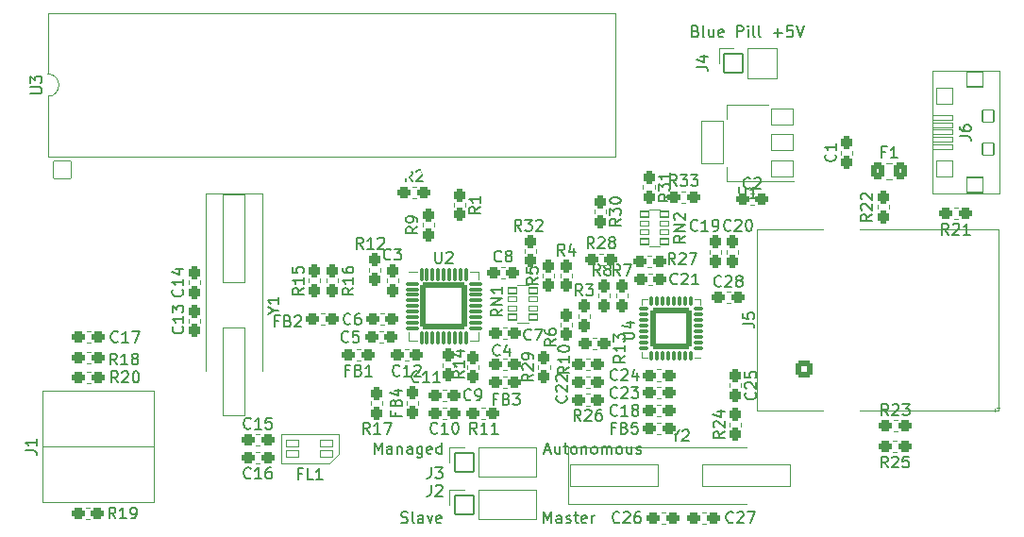
<source format=gto>
G04 #@! TF.GenerationSoftware,KiCad,Pcbnew,8.0.4*
G04 #@! TF.CreationDate,2024-09-14T16:47:45+09:00*
G04 #@! TF.ProjectId,100base-t1-converter,31303062-6173-4652-9d74-312d636f6e76,rev?*
G04 #@! TF.SameCoordinates,Original*
G04 #@! TF.FileFunction,Legend,Top*
G04 #@! TF.FilePolarity,Positive*
%FSLAX46Y46*%
G04 Gerber Fmt 4.6, Leading zero omitted, Abs format (unit mm)*
G04 Created by KiCad (PCBNEW 8.0.4) date 2024-09-14 16:47:45*
%MOMM*%
%LPD*%
G01*
G04 APERTURE LIST*
G04 Aperture macros list*
%AMRoundRect*
0 Rectangle with rounded corners*
0 $1 Rounding radius*
0 $2 $3 $4 $5 $6 $7 $8 $9 X,Y pos of 4 corners*
0 Add a 4 corners polygon primitive as box body*
4,1,4,$2,$3,$4,$5,$6,$7,$8,$9,$2,$3,0*
0 Add four circle primitives for the rounded corners*
1,1,$1+$1,$2,$3*
1,1,$1+$1,$4,$5*
1,1,$1+$1,$6,$7*
1,1,$1+$1,$8,$9*
0 Add four rect primitives between the rounded corners*
20,1,$1+$1,$2,$3,$4,$5,0*
20,1,$1+$1,$4,$5,$6,$7,0*
20,1,$1+$1,$6,$7,$8,$9,0*
20,1,$1+$1,$8,$9,$2,$3,0*%
G04 Aperture macros list end*
%ADD10C,0.150000*%
%ADD11C,0.120000*%
%ADD12C,1.602000*%
%ADD13C,2.602000*%
%ADD14RoundRect,0.267534X0.533466X-0.533466X0.533466X0.533466X-0.533466X0.533466X-0.533466X-0.533466X0*%
%ADD15C,3.352000*%
%ADD16RoundRect,0.263000X0.263000X-0.313000X0.263000X0.313000X-0.263000X0.313000X-0.263000X-0.313000X0*%
%ADD17RoundRect,0.263000X-0.313000X-0.263000X0.313000X-0.263000X0.313000X0.263000X-0.313000X0.263000X0*%
%ADD18RoundRect,0.263000X-0.263000X0.313000X-0.263000X-0.313000X0.263000X-0.313000X0.263000X0.313000X0*%
%ADD19RoundRect,0.263000X0.313000X0.263000X-0.313000X0.263000X-0.313000X-0.263000X0.313000X-0.263000X0*%
%ADD20RoundRect,0.272174X-0.353826X-0.478826X0.353826X-0.478826X0.353826X0.478826X-0.353826X0.478826X0*%
%ADD21RoundRect,0.051000X0.525000X-0.300000X0.525000X0.300000X-0.525000X0.300000X-0.525000X-0.300000X0*%
%ADD22C,2.102000*%
%ADD23O,1.802000X1.802000*%
%ADD24RoundRect,0.051000X0.850000X-0.850000X0.850000X0.850000X-0.850000X0.850000X-0.850000X-0.850000X0*%
%ADD25C,0.602000*%
%ADD26RoundRect,0.051000X0.900000X-0.200000X0.900000X0.200000X-0.900000X0.200000X-0.900000X-0.200000X0*%
%ADD27RoundRect,0.051000X0.700000X-0.750000X0.700000X0.750000X-0.700000X0.750000X-0.700000X-0.750000X0*%
%ADD28RoundRect,0.051000X0.750000X-0.675000X0.750000X0.675000X-0.750000X0.675000X-0.750000X-0.675000X0*%
%ADD29RoundRect,0.051000X0.500000X-0.550000X0.500000X0.550000X-0.500000X0.550000X-0.500000X-0.550000X0*%
%ADD30RoundRect,0.051000X1.000000X1.900000X-1.000000X1.900000X-1.000000X-1.900000X1.000000X-1.900000X0*%
%ADD31RoundRect,0.051000X1.000000X0.750000X-1.000000X0.750000X-1.000000X-0.750000X1.000000X-0.750000X0*%
%ADD32RoundRect,0.256221X-1.844779X-1.844779X1.844779X-1.844779X1.844779X1.844779X-1.844779X1.844779X0*%
%ADD33RoundRect,0.088000X-0.500500X-0.088000X0.500500X-0.088000X0.500500X0.088000X-0.500500X0.088000X0*%
%ADD34RoundRect,0.088000X-0.088000X-0.500500X0.088000X-0.500500X0.088000X0.500500X-0.088000X0.500500X0*%
%ADD35RoundRect,0.051000X0.800000X-0.800000X0.800000X0.800000X-0.800000X0.800000X-0.800000X-0.800000X0*%
%ADD36O,1.702000X1.702000*%
%ADD37RoundRect,0.257082X1.593918X1.593918X-1.593918X1.593918X-1.593918X-1.593918X1.593918X-1.593918X0*%
%ADD38RoundRect,0.088000X0.363000X0.088000X-0.363000X0.088000X-0.363000X-0.088000X0.363000X-0.088000X0*%
%ADD39RoundRect,0.088000X0.088000X0.363000X-0.088000X0.363000X-0.088000X-0.363000X0.088000X-0.363000X0*%
%ADD40RoundRect,0.051000X-1.000000X3.937500X-1.000000X-3.937500X1.000000X-3.937500X1.000000X3.937500X0*%
%ADD41RoundRect,0.051000X-3.937500X-1.000000X3.937500X-1.000000X3.937500X1.000000X-3.937500X1.000000X0*%
%ADD42RoundRect,0.051000X0.400000X0.250000X-0.400000X0.250000X-0.400000X-0.250000X0.400000X-0.250000X0*%
%ADD43RoundRect,0.051000X0.400000X0.200000X-0.400000X0.200000X-0.400000X-0.200000X0.400000X-0.200000X0*%
G04 APERTURE END LIST*
D10*
X225180951Y-76331009D02*
X225323808Y-76378628D01*
X225323808Y-76378628D02*
X225371427Y-76426247D01*
X225371427Y-76426247D02*
X225419046Y-76521485D01*
X225419046Y-76521485D02*
X225419046Y-76664342D01*
X225419046Y-76664342D02*
X225371427Y-76759580D01*
X225371427Y-76759580D02*
X225323808Y-76807200D01*
X225323808Y-76807200D02*
X225228570Y-76854819D01*
X225228570Y-76854819D02*
X224847618Y-76854819D01*
X224847618Y-76854819D02*
X224847618Y-75854819D01*
X224847618Y-75854819D02*
X225180951Y-75854819D01*
X225180951Y-75854819D02*
X225276189Y-75902438D01*
X225276189Y-75902438D02*
X225323808Y-75950057D01*
X225323808Y-75950057D02*
X225371427Y-76045295D01*
X225371427Y-76045295D02*
X225371427Y-76140533D01*
X225371427Y-76140533D02*
X225323808Y-76235771D01*
X225323808Y-76235771D02*
X225276189Y-76283390D01*
X225276189Y-76283390D02*
X225180951Y-76331009D01*
X225180951Y-76331009D02*
X224847618Y-76331009D01*
X225990475Y-76854819D02*
X225895237Y-76807200D01*
X225895237Y-76807200D02*
X225847618Y-76711961D01*
X225847618Y-76711961D02*
X225847618Y-75854819D01*
X226799999Y-76188152D02*
X226799999Y-76854819D01*
X226371428Y-76188152D02*
X226371428Y-76711961D01*
X226371428Y-76711961D02*
X226419047Y-76807200D01*
X226419047Y-76807200D02*
X226514285Y-76854819D01*
X226514285Y-76854819D02*
X226657142Y-76854819D01*
X226657142Y-76854819D02*
X226752380Y-76807200D01*
X226752380Y-76807200D02*
X226799999Y-76759580D01*
X227657142Y-76807200D02*
X227561904Y-76854819D01*
X227561904Y-76854819D02*
X227371428Y-76854819D01*
X227371428Y-76854819D02*
X227276190Y-76807200D01*
X227276190Y-76807200D02*
X227228571Y-76711961D01*
X227228571Y-76711961D02*
X227228571Y-76331009D01*
X227228571Y-76331009D02*
X227276190Y-76235771D01*
X227276190Y-76235771D02*
X227371428Y-76188152D01*
X227371428Y-76188152D02*
X227561904Y-76188152D01*
X227561904Y-76188152D02*
X227657142Y-76235771D01*
X227657142Y-76235771D02*
X227704761Y-76331009D01*
X227704761Y-76331009D02*
X227704761Y-76426247D01*
X227704761Y-76426247D02*
X227228571Y-76521485D01*
X228895238Y-76854819D02*
X228895238Y-75854819D01*
X228895238Y-75854819D02*
X229276190Y-75854819D01*
X229276190Y-75854819D02*
X229371428Y-75902438D01*
X229371428Y-75902438D02*
X229419047Y-75950057D01*
X229419047Y-75950057D02*
X229466666Y-76045295D01*
X229466666Y-76045295D02*
X229466666Y-76188152D01*
X229466666Y-76188152D02*
X229419047Y-76283390D01*
X229419047Y-76283390D02*
X229371428Y-76331009D01*
X229371428Y-76331009D02*
X229276190Y-76378628D01*
X229276190Y-76378628D02*
X228895238Y-76378628D01*
X229895238Y-76854819D02*
X229895238Y-76188152D01*
X229895238Y-75854819D02*
X229847619Y-75902438D01*
X229847619Y-75902438D02*
X229895238Y-75950057D01*
X229895238Y-75950057D02*
X229942857Y-75902438D01*
X229942857Y-75902438D02*
X229895238Y-75854819D01*
X229895238Y-75854819D02*
X229895238Y-75950057D01*
X230514285Y-76854819D02*
X230419047Y-76807200D01*
X230419047Y-76807200D02*
X230371428Y-76711961D01*
X230371428Y-76711961D02*
X230371428Y-75854819D01*
X231038095Y-76854819D02*
X230942857Y-76807200D01*
X230942857Y-76807200D02*
X230895238Y-76711961D01*
X230895238Y-76711961D02*
X230895238Y-75854819D01*
X232180953Y-76473866D02*
X232942858Y-76473866D01*
X232561905Y-76854819D02*
X232561905Y-76092914D01*
X233895238Y-75854819D02*
X233419048Y-75854819D01*
X233419048Y-75854819D02*
X233371429Y-76331009D01*
X233371429Y-76331009D02*
X233419048Y-76283390D01*
X233419048Y-76283390D02*
X233514286Y-76235771D01*
X233514286Y-76235771D02*
X233752381Y-76235771D01*
X233752381Y-76235771D02*
X233847619Y-76283390D01*
X233847619Y-76283390D02*
X233895238Y-76331009D01*
X233895238Y-76331009D02*
X233942857Y-76426247D01*
X233942857Y-76426247D02*
X233942857Y-76664342D01*
X233942857Y-76664342D02*
X233895238Y-76759580D01*
X233895238Y-76759580D02*
X233847619Y-76807200D01*
X233847619Y-76807200D02*
X233752381Y-76854819D01*
X233752381Y-76854819D02*
X233514286Y-76854819D01*
X233514286Y-76854819D02*
X233419048Y-76807200D01*
X233419048Y-76807200D02*
X233371429Y-76759580D01*
X234228572Y-75854819D02*
X234561905Y-76854819D01*
X234561905Y-76854819D02*
X234895238Y-75854819D01*
X198790476Y-120407200D02*
X198933333Y-120454819D01*
X198933333Y-120454819D02*
X199171428Y-120454819D01*
X199171428Y-120454819D02*
X199266666Y-120407200D01*
X199266666Y-120407200D02*
X199314285Y-120359580D01*
X199314285Y-120359580D02*
X199361904Y-120264342D01*
X199361904Y-120264342D02*
X199361904Y-120169104D01*
X199361904Y-120169104D02*
X199314285Y-120073866D01*
X199314285Y-120073866D02*
X199266666Y-120026247D01*
X199266666Y-120026247D02*
X199171428Y-119978628D01*
X199171428Y-119978628D02*
X198980952Y-119931009D01*
X198980952Y-119931009D02*
X198885714Y-119883390D01*
X198885714Y-119883390D02*
X198838095Y-119835771D01*
X198838095Y-119835771D02*
X198790476Y-119740533D01*
X198790476Y-119740533D02*
X198790476Y-119645295D01*
X198790476Y-119645295D02*
X198838095Y-119550057D01*
X198838095Y-119550057D02*
X198885714Y-119502438D01*
X198885714Y-119502438D02*
X198980952Y-119454819D01*
X198980952Y-119454819D02*
X199219047Y-119454819D01*
X199219047Y-119454819D02*
X199361904Y-119502438D01*
X199933333Y-120454819D02*
X199838095Y-120407200D01*
X199838095Y-120407200D02*
X199790476Y-120311961D01*
X199790476Y-120311961D02*
X199790476Y-119454819D01*
X200742857Y-120454819D02*
X200742857Y-119931009D01*
X200742857Y-119931009D02*
X200695238Y-119835771D01*
X200695238Y-119835771D02*
X200600000Y-119788152D01*
X200600000Y-119788152D02*
X200409524Y-119788152D01*
X200409524Y-119788152D02*
X200314286Y-119835771D01*
X200742857Y-120407200D02*
X200647619Y-120454819D01*
X200647619Y-120454819D02*
X200409524Y-120454819D01*
X200409524Y-120454819D02*
X200314286Y-120407200D01*
X200314286Y-120407200D02*
X200266667Y-120311961D01*
X200266667Y-120311961D02*
X200266667Y-120216723D01*
X200266667Y-120216723D02*
X200314286Y-120121485D01*
X200314286Y-120121485D02*
X200409524Y-120073866D01*
X200409524Y-120073866D02*
X200647619Y-120073866D01*
X200647619Y-120073866D02*
X200742857Y-120026247D01*
X201123810Y-119788152D02*
X201361905Y-120454819D01*
X201361905Y-120454819D02*
X201600000Y-119788152D01*
X202361905Y-120407200D02*
X202266667Y-120454819D01*
X202266667Y-120454819D02*
X202076191Y-120454819D01*
X202076191Y-120454819D02*
X201980953Y-120407200D01*
X201980953Y-120407200D02*
X201933334Y-120311961D01*
X201933334Y-120311961D02*
X201933334Y-119931009D01*
X201933334Y-119931009D02*
X201980953Y-119835771D01*
X201980953Y-119835771D02*
X202076191Y-119788152D01*
X202076191Y-119788152D02*
X202266667Y-119788152D01*
X202266667Y-119788152D02*
X202361905Y-119835771D01*
X202361905Y-119835771D02*
X202409524Y-119931009D01*
X202409524Y-119931009D02*
X202409524Y-120026247D01*
X202409524Y-120026247D02*
X201933334Y-120121485D01*
X211585714Y-120454819D02*
X211585714Y-119454819D01*
X211585714Y-119454819D02*
X211919047Y-120169104D01*
X211919047Y-120169104D02*
X212252380Y-119454819D01*
X212252380Y-119454819D02*
X212252380Y-120454819D01*
X213157142Y-120454819D02*
X213157142Y-119931009D01*
X213157142Y-119931009D02*
X213109523Y-119835771D01*
X213109523Y-119835771D02*
X213014285Y-119788152D01*
X213014285Y-119788152D02*
X212823809Y-119788152D01*
X212823809Y-119788152D02*
X212728571Y-119835771D01*
X213157142Y-120407200D02*
X213061904Y-120454819D01*
X213061904Y-120454819D02*
X212823809Y-120454819D01*
X212823809Y-120454819D02*
X212728571Y-120407200D01*
X212728571Y-120407200D02*
X212680952Y-120311961D01*
X212680952Y-120311961D02*
X212680952Y-120216723D01*
X212680952Y-120216723D02*
X212728571Y-120121485D01*
X212728571Y-120121485D02*
X212823809Y-120073866D01*
X212823809Y-120073866D02*
X213061904Y-120073866D01*
X213061904Y-120073866D02*
X213157142Y-120026247D01*
X213585714Y-120407200D02*
X213680952Y-120454819D01*
X213680952Y-120454819D02*
X213871428Y-120454819D01*
X213871428Y-120454819D02*
X213966666Y-120407200D01*
X213966666Y-120407200D02*
X214014285Y-120311961D01*
X214014285Y-120311961D02*
X214014285Y-120264342D01*
X214014285Y-120264342D02*
X213966666Y-120169104D01*
X213966666Y-120169104D02*
X213871428Y-120121485D01*
X213871428Y-120121485D02*
X213728571Y-120121485D01*
X213728571Y-120121485D02*
X213633333Y-120073866D01*
X213633333Y-120073866D02*
X213585714Y-119978628D01*
X213585714Y-119978628D02*
X213585714Y-119931009D01*
X213585714Y-119931009D02*
X213633333Y-119835771D01*
X213633333Y-119835771D02*
X213728571Y-119788152D01*
X213728571Y-119788152D02*
X213871428Y-119788152D01*
X213871428Y-119788152D02*
X213966666Y-119835771D01*
X214300000Y-119788152D02*
X214680952Y-119788152D01*
X214442857Y-119454819D02*
X214442857Y-120311961D01*
X214442857Y-120311961D02*
X214490476Y-120407200D01*
X214490476Y-120407200D02*
X214585714Y-120454819D01*
X214585714Y-120454819D02*
X214680952Y-120454819D01*
X215395238Y-120407200D02*
X215300000Y-120454819D01*
X215300000Y-120454819D02*
X215109524Y-120454819D01*
X215109524Y-120454819D02*
X215014286Y-120407200D01*
X215014286Y-120407200D02*
X214966667Y-120311961D01*
X214966667Y-120311961D02*
X214966667Y-119931009D01*
X214966667Y-119931009D02*
X215014286Y-119835771D01*
X215014286Y-119835771D02*
X215109524Y-119788152D01*
X215109524Y-119788152D02*
X215300000Y-119788152D01*
X215300000Y-119788152D02*
X215395238Y-119835771D01*
X215395238Y-119835771D02*
X215442857Y-119931009D01*
X215442857Y-119931009D02*
X215442857Y-120026247D01*
X215442857Y-120026247D02*
X214966667Y-120121485D01*
X215871429Y-120454819D02*
X215871429Y-119788152D01*
X215871429Y-119978628D02*
X215919048Y-119883390D01*
X215919048Y-119883390D02*
X215966667Y-119835771D01*
X215966667Y-119835771D02*
X216061905Y-119788152D01*
X216061905Y-119788152D02*
X216157143Y-119788152D01*
X196376190Y-114254819D02*
X196376190Y-113254819D01*
X196376190Y-113254819D02*
X196709523Y-113969104D01*
X196709523Y-113969104D02*
X197042856Y-113254819D01*
X197042856Y-113254819D02*
X197042856Y-114254819D01*
X197947618Y-114254819D02*
X197947618Y-113731009D01*
X197947618Y-113731009D02*
X197899999Y-113635771D01*
X197899999Y-113635771D02*
X197804761Y-113588152D01*
X197804761Y-113588152D02*
X197614285Y-113588152D01*
X197614285Y-113588152D02*
X197519047Y-113635771D01*
X197947618Y-114207200D02*
X197852380Y-114254819D01*
X197852380Y-114254819D02*
X197614285Y-114254819D01*
X197614285Y-114254819D02*
X197519047Y-114207200D01*
X197519047Y-114207200D02*
X197471428Y-114111961D01*
X197471428Y-114111961D02*
X197471428Y-114016723D01*
X197471428Y-114016723D02*
X197519047Y-113921485D01*
X197519047Y-113921485D02*
X197614285Y-113873866D01*
X197614285Y-113873866D02*
X197852380Y-113873866D01*
X197852380Y-113873866D02*
X197947618Y-113826247D01*
X198423809Y-113588152D02*
X198423809Y-114254819D01*
X198423809Y-113683390D02*
X198471428Y-113635771D01*
X198471428Y-113635771D02*
X198566666Y-113588152D01*
X198566666Y-113588152D02*
X198709523Y-113588152D01*
X198709523Y-113588152D02*
X198804761Y-113635771D01*
X198804761Y-113635771D02*
X198852380Y-113731009D01*
X198852380Y-113731009D02*
X198852380Y-114254819D01*
X199757142Y-114254819D02*
X199757142Y-113731009D01*
X199757142Y-113731009D02*
X199709523Y-113635771D01*
X199709523Y-113635771D02*
X199614285Y-113588152D01*
X199614285Y-113588152D02*
X199423809Y-113588152D01*
X199423809Y-113588152D02*
X199328571Y-113635771D01*
X199757142Y-114207200D02*
X199661904Y-114254819D01*
X199661904Y-114254819D02*
X199423809Y-114254819D01*
X199423809Y-114254819D02*
X199328571Y-114207200D01*
X199328571Y-114207200D02*
X199280952Y-114111961D01*
X199280952Y-114111961D02*
X199280952Y-114016723D01*
X199280952Y-114016723D02*
X199328571Y-113921485D01*
X199328571Y-113921485D02*
X199423809Y-113873866D01*
X199423809Y-113873866D02*
X199661904Y-113873866D01*
X199661904Y-113873866D02*
X199757142Y-113826247D01*
X200661904Y-113588152D02*
X200661904Y-114397676D01*
X200661904Y-114397676D02*
X200614285Y-114492914D01*
X200614285Y-114492914D02*
X200566666Y-114540533D01*
X200566666Y-114540533D02*
X200471428Y-114588152D01*
X200471428Y-114588152D02*
X200328571Y-114588152D01*
X200328571Y-114588152D02*
X200233333Y-114540533D01*
X200661904Y-114207200D02*
X200566666Y-114254819D01*
X200566666Y-114254819D02*
X200376190Y-114254819D01*
X200376190Y-114254819D02*
X200280952Y-114207200D01*
X200280952Y-114207200D02*
X200233333Y-114159580D01*
X200233333Y-114159580D02*
X200185714Y-114064342D01*
X200185714Y-114064342D02*
X200185714Y-113778628D01*
X200185714Y-113778628D02*
X200233333Y-113683390D01*
X200233333Y-113683390D02*
X200280952Y-113635771D01*
X200280952Y-113635771D02*
X200376190Y-113588152D01*
X200376190Y-113588152D02*
X200566666Y-113588152D01*
X200566666Y-113588152D02*
X200661904Y-113635771D01*
X201519047Y-114207200D02*
X201423809Y-114254819D01*
X201423809Y-114254819D02*
X201233333Y-114254819D01*
X201233333Y-114254819D02*
X201138095Y-114207200D01*
X201138095Y-114207200D02*
X201090476Y-114111961D01*
X201090476Y-114111961D02*
X201090476Y-113731009D01*
X201090476Y-113731009D02*
X201138095Y-113635771D01*
X201138095Y-113635771D02*
X201233333Y-113588152D01*
X201233333Y-113588152D02*
X201423809Y-113588152D01*
X201423809Y-113588152D02*
X201519047Y-113635771D01*
X201519047Y-113635771D02*
X201566666Y-113731009D01*
X201566666Y-113731009D02*
X201566666Y-113826247D01*
X201566666Y-113826247D02*
X201090476Y-113921485D01*
X202423809Y-114254819D02*
X202423809Y-113254819D01*
X202423809Y-114207200D02*
X202328571Y-114254819D01*
X202328571Y-114254819D02*
X202138095Y-114254819D01*
X202138095Y-114254819D02*
X202042857Y-114207200D01*
X202042857Y-114207200D02*
X201995238Y-114159580D01*
X201995238Y-114159580D02*
X201947619Y-114064342D01*
X201947619Y-114064342D02*
X201947619Y-113778628D01*
X201947619Y-113778628D02*
X201995238Y-113683390D01*
X201995238Y-113683390D02*
X202042857Y-113635771D01*
X202042857Y-113635771D02*
X202138095Y-113588152D01*
X202138095Y-113588152D02*
X202328571Y-113588152D01*
X202328571Y-113588152D02*
X202423809Y-113635771D01*
X211690476Y-113969104D02*
X212166666Y-113969104D01*
X211595238Y-114254819D02*
X211928571Y-113254819D01*
X211928571Y-113254819D02*
X212261904Y-114254819D01*
X213023809Y-113588152D02*
X213023809Y-114254819D01*
X212595238Y-113588152D02*
X212595238Y-114111961D01*
X212595238Y-114111961D02*
X212642857Y-114207200D01*
X212642857Y-114207200D02*
X212738095Y-114254819D01*
X212738095Y-114254819D02*
X212880952Y-114254819D01*
X212880952Y-114254819D02*
X212976190Y-114207200D01*
X212976190Y-114207200D02*
X213023809Y-114159580D01*
X213357143Y-113588152D02*
X213738095Y-113588152D01*
X213500000Y-113254819D02*
X213500000Y-114111961D01*
X213500000Y-114111961D02*
X213547619Y-114207200D01*
X213547619Y-114207200D02*
X213642857Y-114254819D01*
X213642857Y-114254819D02*
X213738095Y-114254819D01*
X214214286Y-114254819D02*
X214119048Y-114207200D01*
X214119048Y-114207200D02*
X214071429Y-114159580D01*
X214071429Y-114159580D02*
X214023810Y-114064342D01*
X214023810Y-114064342D02*
X214023810Y-113778628D01*
X214023810Y-113778628D02*
X214071429Y-113683390D01*
X214071429Y-113683390D02*
X214119048Y-113635771D01*
X214119048Y-113635771D02*
X214214286Y-113588152D01*
X214214286Y-113588152D02*
X214357143Y-113588152D01*
X214357143Y-113588152D02*
X214452381Y-113635771D01*
X214452381Y-113635771D02*
X214500000Y-113683390D01*
X214500000Y-113683390D02*
X214547619Y-113778628D01*
X214547619Y-113778628D02*
X214547619Y-114064342D01*
X214547619Y-114064342D02*
X214500000Y-114159580D01*
X214500000Y-114159580D02*
X214452381Y-114207200D01*
X214452381Y-114207200D02*
X214357143Y-114254819D01*
X214357143Y-114254819D02*
X214214286Y-114254819D01*
X214976191Y-113588152D02*
X214976191Y-114254819D01*
X214976191Y-113683390D02*
X215023810Y-113635771D01*
X215023810Y-113635771D02*
X215119048Y-113588152D01*
X215119048Y-113588152D02*
X215261905Y-113588152D01*
X215261905Y-113588152D02*
X215357143Y-113635771D01*
X215357143Y-113635771D02*
X215404762Y-113731009D01*
X215404762Y-113731009D02*
X215404762Y-114254819D01*
X216023810Y-114254819D02*
X215928572Y-114207200D01*
X215928572Y-114207200D02*
X215880953Y-114159580D01*
X215880953Y-114159580D02*
X215833334Y-114064342D01*
X215833334Y-114064342D02*
X215833334Y-113778628D01*
X215833334Y-113778628D02*
X215880953Y-113683390D01*
X215880953Y-113683390D02*
X215928572Y-113635771D01*
X215928572Y-113635771D02*
X216023810Y-113588152D01*
X216023810Y-113588152D02*
X216166667Y-113588152D01*
X216166667Y-113588152D02*
X216261905Y-113635771D01*
X216261905Y-113635771D02*
X216309524Y-113683390D01*
X216309524Y-113683390D02*
X216357143Y-113778628D01*
X216357143Y-113778628D02*
X216357143Y-114064342D01*
X216357143Y-114064342D02*
X216309524Y-114159580D01*
X216309524Y-114159580D02*
X216261905Y-114207200D01*
X216261905Y-114207200D02*
X216166667Y-114254819D01*
X216166667Y-114254819D02*
X216023810Y-114254819D01*
X216785715Y-114254819D02*
X216785715Y-113588152D01*
X216785715Y-113683390D02*
X216833334Y-113635771D01*
X216833334Y-113635771D02*
X216928572Y-113588152D01*
X216928572Y-113588152D02*
X217071429Y-113588152D01*
X217071429Y-113588152D02*
X217166667Y-113635771D01*
X217166667Y-113635771D02*
X217214286Y-113731009D01*
X217214286Y-113731009D02*
X217214286Y-114254819D01*
X217214286Y-113731009D02*
X217261905Y-113635771D01*
X217261905Y-113635771D02*
X217357143Y-113588152D01*
X217357143Y-113588152D02*
X217500000Y-113588152D01*
X217500000Y-113588152D02*
X217595239Y-113635771D01*
X217595239Y-113635771D02*
X217642858Y-113731009D01*
X217642858Y-113731009D02*
X217642858Y-114254819D01*
X218261905Y-114254819D02*
X218166667Y-114207200D01*
X218166667Y-114207200D02*
X218119048Y-114159580D01*
X218119048Y-114159580D02*
X218071429Y-114064342D01*
X218071429Y-114064342D02*
X218071429Y-113778628D01*
X218071429Y-113778628D02*
X218119048Y-113683390D01*
X218119048Y-113683390D02*
X218166667Y-113635771D01*
X218166667Y-113635771D02*
X218261905Y-113588152D01*
X218261905Y-113588152D02*
X218404762Y-113588152D01*
X218404762Y-113588152D02*
X218500000Y-113635771D01*
X218500000Y-113635771D02*
X218547619Y-113683390D01*
X218547619Y-113683390D02*
X218595238Y-113778628D01*
X218595238Y-113778628D02*
X218595238Y-114064342D01*
X218595238Y-114064342D02*
X218547619Y-114159580D01*
X218547619Y-114159580D02*
X218500000Y-114207200D01*
X218500000Y-114207200D02*
X218404762Y-114254819D01*
X218404762Y-114254819D02*
X218261905Y-114254819D01*
X219452381Y-113588152D02*
X219452381Y-114254819D01*
X219023810Y-113588152D02*
X219023810Y-114111961D01*
X219023810Y-114111961D02*
X219071429Y-114207200D01*
X219071429Y-114207200D02*
X219166667Y-114254819D01*
X219166667Y-114254819D02*
X219309524Y-114254819D01*
X219309524Y-114254819D02*
X219404762Y-114207200D01*
X219404762Y-114207200D02*
X219452381Y-114159580D01*
X219880953Y-114207200D02*
X219976191Y-114254819D01*
X219976191Y-114254819D02*
X220166667Y-114254819D01*
X220166667Y-114254819D02*
X220261905Y-114207200D01*
X220261905Y-114207200D02*
X220309524Y-114111961D01*
X220309524Y-114111961D02*
X220309524Y-114064342D01*
X220309524Y-114064342D02*
X220261905Y-113969104D01*
X220261905Y-113969104D02*
X220166667Y-113921485D01*
X220166667Y-113921485D02*
X220023810Y-113921485D01*
X220023810Y-113921485D02*
X219928572Y-113873866D01*
X219928572Y-113873866D02*
X219880953Y-113778628D01*
X219880953Y-113778628D02*
X219880953Y-113731009D01*
X219880953Y-113731009D02*
X219928572Y-113635771D01*
X219928572Y-113635771D02*
X220023810Y-113588152D01*
X220023810Y-113588152D02*
X220166667Y-113588152D01*
X220166667Y-113588152D02*
X220261905Y-113635771D01*
X229444819Y-102563333D02*
X230159104Y-102563333D01*
X230159104Y-102563333D02*
X230301961Y-102610952D01*
X230301961Y-102610952D02*
X230397200Y-102706190D01*
X230397200Y-102706190D02*
X230444819Y-102849047D01*
X230444819Y-102849047D02*
X230444819Y-102944285D01*
X229444819Y-101610952D02*
X229444819Y-102087142D01*
X229444819Y-102087142D02*
X229921009Y-102134761D01*
X229921009Y-102134761D02*
X229873390Y-102087142D01*
X229873390Y-102087142D02*
X229825771Y-101991904D01*
X229825771Y-101991904D02*
X229825771Y-101753809D01*
X229825771Y-101753809D02*
X229873390Y-101658571D01*
X229873390Y-101658571D02*
X229921009Y-101610952D01*
X229921009Y-101610952D02*
X230016247Y-101563333D01*
X230016247Y-101563333D02*
X230254342Y-101563333D01*
X230254342Y-101563333D02*
X230349580Y-101610952D01*
X230349580Y-101610952D02*
X230397200Y-101658571D01*
X230397200Y-101658571D02*
X230444819Y-101753809D01*
X230444819Y-101753809D02*
X230444819Y-101991904D01*
X230444819Y-101991904D02*
X230397200Y-102087142D01*
X230397200Y-102087142D02*
X230349580Y-102134761D01*
X213433333Y-96454819D02*
X213100000Y-95978628D01*
X212861905Y-96454819D02*
X212861905Y-95454819D01*
X212861905Y-95454819D02*
X213242857Y-95454819D01*
X213242857Y-95454819D02*
X213338095Y-95502438D01*
X213338095Y-95502438D02*
X213385714Y-95550057D01*
X213385714Y-95550057D02*
X213433333Y-95645295D01*
X213433333Y-95645295D02*
X213433333Y-95788152D01*
X213433333Y-95788152D02*
X213385714Y-95883390D01*
X213385714Y-95883390D02*
X213338095Y-95931009D01*
X213338095Y-95931009D02*
X213242857Y-95978628D01*
X213242857Y-95978628D02*
X212861905Y-95978628D01*
X214290476Y-95788152D02*
X214290476Y-96454819D01*
X214052381Y-95407200D02*
X213814286Y-96121485D01*
X213814286Y-96121485D02*
X214433333Y-96121485D01*
X223557142Y-98959580D02*
X223509523Y-99007200D01*
X223509523Y-99007200D02*
X223366666Y-99054819D01*
X223366666Y-99054819D02*
X223271428Y-99054819D01*
X223271428Y-99054819D02*
X223128571Y-99007200D01*
X223128571Y-99007200D02*
X223033333Y-98911961D01*
X223033333Y-98911961D02*
X222985714Y-98816723D01*
X222985714Y-98816723D02*
X222938095Y-98626247D01*
X222938095Y-98626247D02*
X222938095Y-98483390D01*
X222938095Y-98483390D02*
X222985714Y-98292914D01*
X222985714Y-98292914D02*
X223033333Y-98197676D01*
X223033333Y-98197676D02*
X223128571Y-98102438D01*
X223128571Y-98102438D02*
X223271428Y-98054819D01*
X223271428Y-98054819D02*
X223366666Y-98054819D01*
X223366666Y-98054819D02*
X223509523Y-98102438D01*
X223509523Y-98102438D02*
X223557142Y-98150057D01*
X223938095Y-98150057D02*
X223985714Y-98102438D01*
X223985714Y-98102438D02*
X224080952Y-98054819D01*
X224080952Y-98054819D02*
X224319047Y-98054819D01*
X224319047Y-98054819D02*
X224414285Y-98102438D01*
X224414285Y-98102438D02*
X224461904Y-98150057D01*
X224461904Y-98150057D02*
X224509523Y-98245295D01*
X224509523Y-98245295D02*
X224509523Y-98340533D01*
X224509523Y-98340533D02*
X224461904Y-98483390D01*
X224461904Y-98483390D02*
X223890476Y-99054819D01*
X223890476Y-99054819D02*
X224509523Y-99054819D01*
X225461904Y-99054819D02*
X224890476Y-99054819D01*
X225176190Y-99054819D02*
X225176190Y-98054819D01*
X225176190Y-98054819D02*
X225080952Y-98197676D01*
X225080952Y-98197676D02*
X224985714Y-98292914D01*
X224985714Y-98292914D02*
X224890476Y-98340533D01*
X225357142Y-94159580D02*
X225309523Y-94207200D01*
X225309523Y-94207200D02*
X225166666Y-94254819D01*
X225166666Y-94254819D02*
X225071428Y-94254819D01*
X225071428Y-94254819D02*
X224928571Y-94207200D01*
X224928571Y-94207200D02*
X224833333Y-94111961D01*
X224833333Y-94111961D02*
X224785714Y-94016723D01*
X224785714Y-94016723D02*
X224738095Y-93826247D01*
X224738095Y-93826247D02*
X224738095Y-93683390D01*
X224738095Y-93683390D02*
X224785714Y-93492914D01*
X224785714Y-93492914D02*
X224833333Y-93397676D01*
X224833333Y-93397676D02*
X224928571Y-93302438D01*
X224928571Y-93302438D02*
X225071428Y-93254819D01*
X225071428Y-93254819D02*
X225166666Y-93254819D01*
X225166666Y-93254819D02*
X225309523Y-93302438D01*
X225309523Y-93302438D02*
X225357142Y-93350057D01*
X226309523Y-94254819D02*
X225738095Y-94254819D01*
X226023809Y-94254819D02*
X226023809Y-93254819D01*
X226023809Y-93254819D02*
X225928571Y-93397676D01*
X225928571Y-93397676D02*
X225833333Y-93492914D01*
X225833333Y-93492914D02*
X225738095Y-93540533D01*
X226785714Y-94254819D02*
X226976190Y-94254819D01*
X226976190Y-94254819D02*
X227071428Y-94207200D01*
X227071428Y-94207200D02*
X227119047Y-94159580D01*
X227119047Y-94159580D02*
X227214285Y-94016723D01*
X227214285Y-94016723D02*
X227261904Y-93826247D01*
X227261904Y-93826247D02*
X227261904Y-93445295D01*
X227261904Y-93445295D02*
X227214285Y-93350057D01*
X227214285Y-93350057D02*
X227166666Y-93302438D01*
X227166666Y-93302438D02*
X227071428Y-93254819D01*
X227071428Y-93254819D02*
X226880952Y-93254819D01*
X226880952Y-93254819D02*
X226785714Y-93302438D01*
X226785714Y-93302438D02*
X226738095Y-93350057D01*
X226738095Y-93350057D02*
X226690476Y-93445295D01*
X226690476Y-93445295D02*
X226690476Y-93683390D01*
X226690476Y-93683390D02*
X226738095Y-93778628D01*
X226738095Y-93778628D02*
X226785714Y-93826247D01*
X226785714Y-93826247D02*
X226880952Y-93873866D01*
X226880952Y-93873866D02*
X227071428Y-93873866D01*
X227071428Y-93873866D02*
X227166666Y-93826247D01*
X227166666Y-93826247D02*
X227214285Y-93778628D01*
X227214285Y-93778628D02*
X227261904Y-93683390D01*
X237689580Y-87401666D02*
X237737200Y-87449285D01*
X237737200Y-87449285D02*
X237784819Y-87592142D01*
X237784819Y-87592142D02*
X237784819Y-87687380D01*
X237784819Y-87687380D02*
X237737200Y-87830237D01*
X237737200Y-87830237D02*
X237641961Y-87925475D01*
X237641961Y-87925475D02*
X237546723Y-87973094D01*
X237546723Y-87973094D02*
X237356247Y-88020713D01*
X237356247Y-88020713D02*
X237213390Y-88020713D01*
X237213390Y-88020713D02*
X237022914Y-87973094D01*
X237022914Y-87973094D02*
X236927676Y-87925475D01*
X236927676Y-87925475D02*
X236832438Y-87830237D01*
X236832438Y-87830237D02*
X236784819Y-87687380D01*
X236784819Y-87687380D02*
X236784819Y-87592142D01*
X236784819Y-87592142D02*
X236832438Y-87449285D01*
X236832438Y-87449285D02*
X236880057Y-87401666D01*
X237784819Y-86449285D02*
X237784819Y-87020713D01*
X237784819Y-86734999D02*
X236784819Y-86734999D01*
X236784819Y-86734999D02*
X236927676Y-86830237D01*
X236927676Y-86830237D02*
X237022914Y-86925475D01*
X237022914Y-86925475D02*
X237070533Y-87020713D01*
X230098333Y-90369580D02*
X230050714Y-90417200D01*
X230050714Y-90417200D02*
X229907857Y-90464819D01*
X229907857Y-90464819D02*
X229812619Y-90464819D01*
X229812619Y-90464819D02*
X229669762Y-90417200D01*
X229669762Y-90417200D02*
X229574524Y-90321961D01*
X229574524Y-90321961D02*
X229526905Y-90226723D01*
X229526905Y-90226723D02*
X229479286Y-90036247D01*
X229479286Y-90036247D02*
X229479286Y-89893390D01*
X229479286Y-89893390D02*
X229526905Y-89702914D01*
X229526905Y-89702914D02*
X229574524Y-89607676D01*
X229574524Y-89607676D02*
X229669762Y-89512438D01*
X229669762Y-89512438D02*
X229812619Y-89464819D01*
X229812619Y-89464819D02*
X229907857Y-89464819D01*
X229907857Y-89464819D02*
X230050714Y-89512438D01*
X230050714Y-89512438D02*
X230098333Y-89560057D01*
X230479286Y-89560057D02*
X230526905Y-89512438D01*
X230526905Y-89512438D02*
X230622143Y-89464819D01*
X230622143Y-89464819D02*
X230860238Y-89464819D01*
X230860238Y-89464819D02*
X230955476Y-89512438D01*
X230955476Y-89512438D02*
X231003095Y-89560057D01*
X231003095Y-89560057D02*
X231050714Y-89655295D01*
X231050714Y-89655295D02*
X231050714Y-89750533D01*
X231050714Y-89750533D02*
X231003095Y-89893390D01*
X231003095Y-89893390D02*
X230431667Y-90464819D01*
X230431667Y-90464819D02*
X231050714Y-90464819D01*
X197833333Y-96759580D02*
X197785714Y-96807200D01*
X197785714Y-96807200D02*
X197642857Y-96854819D01*
X197642857Y-96854819D02*
X197547619Y-96854819D01*
X197547619Y-96854819D02*
X197404762Y-96807200D01*
X197404762Y-96807200D02*
X197309524Y-96711961D01*
X197309524Y-96711961D02*
X197261905Y-96616723D01*
X197261905Y-96616723D02*
X197214286Y-96426247D01*
X197214286Y-96426247D02*
X197214286Y-96283390D01*
X197214286Y-96283390D02*
X197261905Y-96092914D01*
X197261905Y-96092914D02*
X197309524Y-95997676D01*
X197309524Y-95997676D02*
X197404762Y-95902438D01*
X197404762Y-95902438D02*
X197547619Y-95854819D01*
X197547619Y-95854819D02*
X197642857Y-95854819D01*
X197642857Y-95854819D02*
X197785714Y-95902438D01*
X197785714Y-95902438D02*
X197833333Y-95950057D01*
X198166667Y-95854819D02*
X198785714Y-95854819D01*
X198785714Y-95854819D02*
X198452381Y-96235771D01*
X198452381Y-96235771D02*
X198595238Y-96235771D01*
X198595238Y-96235771D02*
X198690476Y-96283390D01*
X198690476Y-96283390D02*
X198738095Y-96331009D01*
X198738095Y-96331009D02*
X198785714Y-96426247D01*
X198785714Y-96426247D02*
X198785714Y-96664342D01*
X198785714Y-96664342D02*
X198738095Y-96759580D01*
X198738095Y-96759580D02*
X198690476Y-96807200D01*
X198690476Y-96807200D02*
X198595238Y-96854819D01*
X198595238Y-96854819D02*
X198309524Y-96854819D01*
X198309524Y-96854819D02*
X198214286Y-96807200D01*
X198214286Y-96807200D02*
X198166667Y-96759580D01*
X207633333Y-105359580D02*
X207585714Y-105407200D01*
X207585714Y-105407200D02*
X207442857Y-105454819D01*
X207442857Y-105454819D02*
X207347619Y-105454819D01*
X207347619Y-105454819D02*
X207204762Y-105407200D01*
X207204762Y-105407200D02*
X207109524Y-105311961D01*
X207109524Y-105311961D02*
X207061905Y-105216723D01*
X207061905Y-105216723D02*
X207014286Y-105026247D01*
X207014286Y-105026247D02*
X207014286Y-104883390D01*
X207014286Y-104883390D02*
X207061905Y-104692914D01*
X207061905Y-104692914D02*
X207109524Y-104597676D01*
X207109524Y-104597676D02*
X207204762Y-104502438D01*
X207204762Y-104502438D02*
X207347619Y-104454819D01*
X207347619Y-104454819D02*
X207442857Y-104454819D01*
X207442857Y-104454819D02*
X207585714Y-104502438D01*
X207585714Y-104502438D02*
X207633333Y-104550057D01*
X208490476Y-104788152D02*
X208490476Y-105454819D01*
X208252381Y-104407200D02*
X208014286Y-105121485D01*
X208014286Y-105121485D02*
X208633333Y-105121485D01*
X194033333Y-104159580D02*
X193985714Y-104207200D01*
X193985714Y-104207200D02*
X193842857Y-104254819D01*
X193842857Y-104254819D02*
X193747619Y-104254819D01*
X193747619Y-104254819D02*
X193604762Y-104207200D01*
X193604762Y-104207200D02*
X193509524Y-104111961D01*
X193509524Y-104111961D02*
X193461905Y-104016723D01*
X193461905Y-104016723D02*
X193414286Y-103826247D01*
X193414286Y-103826247D02*
X193414286Y-103683390D01*
X193414286Y-103683390D02*
X193461905Y-103492914D01*
X193461905Y-103492914D02*
X193509524Y-103397676D01*
X193509524Y-103397676D02*
X193604762Y-103302438D01*
X193604762Y-103302438D02*
X193747619Y-103254819D01*
X193747619Y-103254819D02*
X193842857Y-103254819D01*
X193842857Y-103254819D02*
X193985714Y-103302438D01*
X193985714Y-103302438D02*
X194033333Y-103350057D01*
X194938095Y-103254819D02*
X194461905Y-103254819D01*
X194461905Y-103254819D02*
X194414286Y-103731009D01*
X194414286Y-103731009D02*
X194461905Y-103683390D01*
X194461905Y-103683390D02*
X194557143Y-103635771D01*
X194557143Y-103635771D02*
X194795238Y-103635771D01*
X194795238Y-103635771D02*
X194890476Y-103683390D01*
X194890476Y-103683390D02*
X194938095Y-103731009D01*
X194938095Y-103731009D02*
X194985714Y-103826247D01*
X194985714Y-103826247D02*
X194985714Y-104064342D01*
X194985714Y-104064342D02*
X194938095Y-104159580D01*
X194938095Y-104159580D02*
X194890476Y-104207200D01*
X194890476Y-104207200D02*
X194795238Y-104254819D01*
X194795238Y-104254819D02*
X194557143Y-104254819D01*
X194557143Y-104254819D02*
X194461905Y-104207200D01*
X194461905Y-104207200D02*
X194414286Y-104159580D01*
X194233333Y-102559580D02*
X194185714Y-102607200D01*
X194185714Y-102607200D02*
X194042857Y-102654819D01*
X194042857Y-102654819D02*
X193947619Y-102654819D01*
X193947619Y-102654819D02*
X193804762Y-102607200D01*
X193804762Y-102607200D02*
X193709524Y-102511961D01*
X193709524Y-102511961D02*
X193661905Y-102416723D01*
X193661905Y-102416723D02*
X193614286Y-102226247D01*
X193614286Y-102226247D02*
X193614286Y-102083390D01*
X193614286Y-102083390D02*
X193661905Y-101892914D01*
X193661905Y-101892914D02*
X193709524Y-101797676D01*
X193709524Y-101797676D02*
X193804762Y-101702438D01*
X193804762Y-101702438D02*
X193947619Y-101654819D01*
X193947619Y-101654819D02*
X194042857Y-101654819D01*
X194042857Y-101654819D02*
X194185714Y-101702438D01*
X194185714Y-101702438D02*
X194233333Y-101750057D01*
X195090476Y-101654819D02*
X194900000Y-101654819D01*
X194900000Y-101654819D02*
X194804762Y-101702438D01*
X194804762Y-101702438D02*
X194757143Y-101750057D01*
X194757143Y-101750057D02*
X194661905Y-101892914D01*
X194661905Y-101892914D02*
X194614286Y-102083390D01*
X194614286Y-102083390D02*
X194614286Y-102464342D01*
X194614286Y-102464342D02*
X194661905Y-102559580D01*
X194661905Y-102559580D02*
X194709524Y-102607200D01*
X194709524Y-102607200D02*
X194804762Y-102654819D01*
X194804762Y-102654819D02*
X194995238Y-102654819D01*
X194995238Y-102654819D02*
X195090476Y-102607200D01*
X195090476Y-102607200D02*
X195138095Y-102559580D01*
X195138095Y-102559580D02*
X195185714Y-102464342D01*
X195185714Y-102464342D02*
X195185714Y-102226247D01*
X195185714Y-102226247D02*
X195138095Y-102131009D01*
X195138095Y-102131009D02*
X195090476Y-102083390D01*
X195090476Y-102083390D02*
X194995238Y-102035771D01*
X194995238Y-102035771D02*
X194804762Y-102035771D01*
X194804762Y-102035771D02*
X194709524Y-102083390D01*
X194709524Y-102083390D02*
X194661905Y-102131009D01*
X194661905Y-102131009D02*
X194614286Y-102226247D01*
X210433333Y-103959580D02*
X210385714Y-104007200D01*
X210385714Y-104007200D02*
X210242857Y-104054819D01*
X210242857Y-104054819D02*
X210147619Y-104054819D01*
X210147619Y-104054819D02*
X210004762Y-104007200D01*
X210004762Y-104007200D02*
X209909524Y-103911961D01*
X209909524Y-103911961D02*
X209861905Y-103816723D01*
X209861905Y-103816723D02*
X209814286Y-103626247D01*
X209814286Y-103626247D02*
X209814286Y-103483390D01*
X209814286Y-103483390D02*
X209861905Y-103292914D01*
X209861905Y-103292914D02*
X209909524Y-103197676D01*
X209909524Y-103197676D02*
X210004762Y-103102438D01*
X210004762Y-103102438D02*
X210147619Y-103054819D01*
X210147619Y-103054819D02*
X210242857Y-103054819D01*
X210242857Y-103054819D02*
X210385714Y-103102438D01*
X210385714Y-103102438D02*
X210433333Y-103150057D01*
X210766667Y-103054819D02*
X211433333Y-103054819D01*
X211433333Y-103054819D02*
X211004762Y-104054819D01*
X207758333Y-96929580D02*
X207710714Y-96977200D01*
X207710714Y-96977200D02*
X207567857Y-97024819D01*
X207567857Y-97024819D02*
X207472619Y-97024819D01*
X207472619Y-97024819D02*
X207329762Y-96977200D01*
X207329762Y-96977200D02*
X207234524Y-96881961D01*
X207234524Y-96881961D02*
X207186905Y-96786723D01*
X207186905Y-96786723D02*
X207139286Y-96596247D01*
X207139286Y-96596247D02*
X207139286Y-96453390D01*
X207139286Y-96453390D02*
X207186905Y-96262914D01*
X207186905Y-96262914D02*
X207234524Y-96167676D01*
X207234524Y-96167676D02*
X207329762Y-96072438D01*
X207329762Y-96072438D02*
X207472619Y-96024819D01*
X207472619Y-96024819D02*
X207567857Y-96024819D01*
X207567857Y-96024819D02*
X207710714Y-96072438D01*
X207710714Y-96072438D02*
X207758333Y-96120057D01*
X208329762Y-96453390D02*
X208234524Y-96405771D01*
X208234524Y-96405771D02*
X208186905Y-96358152D01*
X208186905Y-96358152D02*
X208139286Y-96262914D01*
X208139286Y-96262914D02*
X208139286Y-96215295D01*
X208139286Y-96215295D02*
X208186905Y-96120057D01*
X208186905Y-96120057D02*
X208234524Y-96072438D01*
X208234524Y-96072438D02*
X208329762Y-96024819D01*
X208329762Y-96024819D02*
X208520238Y-96024819D01*
X208520238Y-96024819D02*
X208615476Y-96072438D01*
X208615476Y-96072438D02*
X208663095Y-96120057D01*
X208663095Y-96120057D02*
X208710714Y-96215295D01*
X208710714Y-96215295D02*
X208710714Y-96262914D01*
X208710714Y-96262914D02*
X208663095Y-96358152D01*
X208663095Y-96358152D02*
X208615476Y-96405771D01*
X208615476Y-96405771D02*
X208520238Y-96453390D01*
X208520238Y-96453390D02*
X208329762Y-96453390D01*
X208329762Y-96453390D02*
X208234524Y-96501009D01*
X208234524Y-96501009D02*
X208186905Y-96548628D01*
X208186905Y-96548628D02*
X208139286Y-96643866D01*
X208139286Y-96643866D02*
X208139286Y-96834342D01*
X208139286Y-96834342D02*
X208186905Y-96929580D01*
X208186905Y-96929580D02*
X208234524Y-96977200D01*
X208234524Y-96977200D02*
X208329762Y-97024819D01*
X208329762Y-97024819D02*
X208520238Y-97024819D01*
X208520238Y-97024819D02*
X208615476Y-96977200D01*
X208615476Y-96977200D02*
X208663095Y-96929580D01*
X208663095Y-96929580D02*
X208710714Y-96834342D01*
X208710714Y-96834342D02*
X208710714Y-96643866D01*
X208710714Y-96643866D02*
X208663095Y-96548628D01*
X208663095Y-96548628D02*
X208615476Y-96501009D01*
X208615476Y-96501009D02*
X208520238Y-96453390D01*
X205033333Y-109359580D02*
X204985714Y-109407200D01*
X204985714Y-109407200D02*
X204842857Y-109454819D01*
X204842857Y-109454819D02*
X204747619Y-109454819D01*
X204747619Y-109454819D02*
X204604762Y-109407200D01*
X204604762Y-109407200D02*
X204509524Y-109311961D01*
X204509524Y-109311961D02*
X204461905Y-109216723D01*
X204461905Y-109216723D02*
X204414286Y-109026247D01*
X204414286Y-109026247D02*
X204414286Y-108883390D01*
X204414286Y-108883390D02*
X204461905Y-108692914D01*
X204461905Y-108692914D02*
X204509524Y-108597676D01*
X204509524Y-108597676D02*
X204604762Y-108502438D01*
X204604762Y-108502438D02*
X204747619Y-108454819D01*
X204747619Y-108454819D02*
X204842857Y-108454819D01*
X204842857Y-108454819D02*
X204985714Y-108502438D01*
X204985714Y-108502438D02*
X205033333Y-108550057D01*
X205509524Y-109454819D02*
X205700000Y-109454819D01*
X205700000Y-109454819D02*
X205795238Y-109407200D01*
X205795238Y-109407200D02*
X205842857Y-109359580D01*
X205842857Y-109359580D02*
X205938095Y-109216723D01*
X205938095Y-109216723D02*
X205985714Y-109026247D01*
X205985714Y-109026247D02*
X205985714Y-108645295D01*
X205985714Y-108645295D02*
X205938095Y-108550057D01*
X205938095Y-108550057D02*
X205890476Y-108502438D01*
X205890476Y-108502438D02*
X205795238Y-108454819D01*
X205795238Y-108454819D02*
X205604762Y-108454819D01*
X205604762Y-108454819D02*
X205509524Y-108502438D01*
X205509524Y-108502438D02*
X205461905Y-108550057D01*
X205461905Y-108550057D02*
X205414286Y-108645295D01*
X205414286Y-108645295D02*
X205414286Y-108883390D01*
X205414286Y-108883390D02*
X205461905Y-108978628D01*
X205461905Y-108978628D02*
X205509524Y-109026247D01*
X205509524Y-109026247D02*
X205604762Y-109073866D01*
X205604762Y-109073866D02*
X205795238Y-109073866D01*
X205795238Y-109073866D02*
X205890476Y-109026247D01*
X205890476Y-109026247D02*
X205938095Y-108978628D01*
X205938095Y-108978628D02*
X205985714Y-108883390D01*
X202032142Y-112359580D02*
X201984523Y-112407200D01*
X201984523Y-112407200D02*
X201841666Y-112454819D01*
X201841666Y-112454819D02*
X201746428Y-112454819D01*
X201746428Y-112454819D02*
X201603571Y-112407200D01*
X201603571Y-112407200D02*
X201508333Y-112311961D01*
X201508333Y-112311961D02*
X201460714Y-112216723D01*
X201460714Y-112216723D02*
X201413095Y-112026247D01*
X201413095Y-112026247D02*
X201413095Y-111883390D01*
X201413095Y-111883390D02*
X201460714Y-111692914D01*
X201460714Y-111692914D02*
X201508333Y-111597676D01*
X201508333Y-111597676D02*
X201603571Y-111502438D01*
X201603571Y-111502438D02*
X201746428Y-111454819D01*
X201746428Y-111454819D02*
X201841666Y-111454819D01*
X201841666Y-111454819D02*
X201984523Y-111502438D01*
X201984523Y-111502438D02*
X202032142Y-111550057D01*
X202984523Y-112454819D02*
X202413095Y-112454819D01*
X202698809Y-112454819D02*
X202698809Y-111454819D01*
X202698809Y-111454819D02*
X202603571Y-111597676D01*
X202603571Y-111597676D02*
X202508333Y-111692914D01*
X202508333Y-111692914D02*
X202413095Y-111740533D01*
X203603571Y-111454819D02*
X203698809Y-111454819D01*
X203698809Y-111454819D02*
X203794047Y-111502438D01*
X203794047Y-111502438D02*
X203841666Y-111550057D01*
X203841666Y-111550057D02*
X203889285Y-111645295D01*
X203889285Y-111645295D02*
X203936904Y-111835771D01*
X203936904Y-111835771D02*
X203936904Y-112073866D01*
X203936904Y-112073866D02*
X203889285Y-112264342D01*
X203889285Y-112264342D02*
X203841666Y-112359580D01*
X203841666Y-112359580D02*
X203794047Y-112407200D01*
X203794047Y-112407200D02*
X203698809Y-112454819D01*
X203698809Y-112454819D02*
X203603571Y-112454819D01*
X203603571Y-112454819D02*
X203508333Y-112407200D01*
X203508333Y-112407200D02*
X203460714Y-112359580D01*
X203460714Y-112359580D02*
X203413095Y-112264342D01*
X203413095Y-112264342D02*
X203365476Y-112073866D01*
X203365476Y-112073866D02*
X203365476Y-111835771D01*
X203365476Y-111835771D02*
X203413095Y-111645295D01*
X203413095Y-111645295D02*
X203460714Y-111550057D01*
X203460714Y-111550057D02*
X203508333Y-111502438D01*
X203508333Y-111502438D02*
X203603571Y-111454819D01*
X200357142Y-107759580D02*
X200309523Y-107807200D01*
X200309523Y-107807200D02*
X200166666Y-107854819D01*
X200166666Y-107854819D02*
X200071428Y-107854819D01*
X200071428Y-107854819D02*
X199928571Y-107807200D01*
X199928571Y-107807200D02*
X199833333Y-107711961D01*
X199833333Y-107711961D02*
X199785714Y-107616723D01*
X199785714Y-107616723D02*
X199738095Y-107426247D01*
X199738095Y-107426247D02*
X199738095Y-107283390D01*
X199738095Y-107283390D02*
X199785714Y-107092914D01*
X199785714Y-107092914D02*
X199833333Y-106997676D01*
X199833333Y-106997676D02*
X199928571Y-106902438D01*
X199928571Y-106902438D02*
X200071428Y-106854819D01*
X200071428Y-106854819D02*
X200166666Y-106854819D01*
X200166666Y-106854819D02*
X200309523Y-106902438D01*
X200309523Y-106902438D02*
X200357142Y-106950057D01*
X201309523Y-107854819D02*
X200738095Y-107854819D01*
X201023809Y-107854819D02*
X201023809Y-106854819D01*
X201023809Y-106854819D02*
X200928571Y-106997676D01*
X200928571Y-106997676D02*
X200833333Y-107092914D01*
X200833333Y-107092914D02*
X200738095Y-107140533D01*
X202261904Y-107854819D02*
X201690476Y-107854819D01*
X201976190Y-107854819D02*
X201976190Y-106854819D01*
X201976190Y-106854819D02*
X201880952Y-106997676D01*
X201880952Y-106997676D02*
X201785714Y-107092914D01*
X201785714Y-107092914D02*
X201690476Y-107140533D01*
X198632142Y-107189580D02*
X198584523Y-107237200D01*
X198584523Y-107237200D02*
X198441666Y-107284819D01*
X198441666Y-107284819D02*
X198346428Y-107284819D01*
X198346428Y-107284819D02*
X198203571Y-107237200D01*
X198203571Y-107237200D02*
X198108333Y-107141961D01*
X198108333Y-107141961D02*
X198060714Y-107046723D01*
X198060714Y-107046723D02*
X198013095Y-106856247D01*
X198013095Y-106856247D02*
X198013095Y-106713390D01*
X198013095Y-106713390D02*
X198060714Y-106522914D01*
X198060714Y-106522914D02*
X198108333Y-106427676D01*
X198108333Y-106427676D02*
X198203571Y-106332438D01*
X198203571Y-106332438D02*
X198346428Y-106284819D01*
X198346428Y-106284819D02*
X198441666Y-106284819D01*
X198441666Y-106284819D02*
X198584523Y-106332438D01*
X198584523Y-106332438D02*
X198632142Y-106380057D01*
X199584523Y-107284819D02*
X199013095Y-107284819D01*
X199298809Y-107284819D02*
X199298809Y-106284819D01*
X199298809Y-106284819D02*
X199203571Y-106427676D01*
X199203571Y-106427676D02*
X199108333Y-106522914D01*
X199108333Y-106522914D02*
X199013095Y-106570533D01*
X199965476Y-106380057D02*
X200013095Y-106332438D01*
X200013095Y-106332438D02*
X200108333Y-106284819D01*
X200108333Y-106284819D02*
X200346428Y-106284819D01*
X200346428Y-106284819D02*
X200441666Y-106332438D01*
X200441666Y-106332438D02*
X200489285Y-106380057D01*
X200489285Y-106380057D02*
X200536904Y-106475295D01*
X200536904Y-106475295D02*
X200536904Y-106570533D01*
X200536904Y-106570533D02*
X200489285Y-106713390D01*
X200489285Y-106713390D02*
X199917857Y-107284819D01*
X199917857Y-107284819D02*
X200536904Y-107284819D01*
X179159580Y-102842857D02*
X179207200Y-102890476D01*
X179207200Y-102890476D02*
X179254819Y-103033333D01*
X179254819Y-103033333D02*
X179254819Y-103128571D01*
X179254819Y-103128571D02*
X179207200Y-103271428D01*
X179207200Y-103271428D02*
X179111961Y-103366666D01*
X179111961Y-103366666D02*
X179016723Y-103414285D01*
X179016723Y-103414285D02*
X178826247Y-103461904D01*
X178826247Y-103461904D02*
X178683390Y-103461904D01*
X178683390Y-103461904D02*
X178492914Y-103414285D01*
X178492914Y-103414285D02*
X178397676Y-103366666D01*
X178397676Y-103366666D02*
X178302438Y-103271428D01*
X178302438Y-103271428D02*
X178254819Y-103128571D01*
X178254819Y-103128571D02*
X178254819Y-103033333D01*
X178254819Y-103033333D02*
X178302438Y-102890476D01*
X178302438Y-102890476D02*
X178350057Y-102842857D01*
X179254819Y-101890476D02*
X179254819Y-102461904D01*
X179254819Y-102176190D02*
X178254819Y-102176190D01*
X178254819Y-102176190D02*
X178397676Y-102271428D01*
X178397676Y-102271428D02*
X178492914Y-102366666D01*
X178492914Y-102366666D02*
X178540533Y-102461904D01*
X178254819Y-101557142D02*
X178254819Y-100938095D01*
X178254819Y-100938095D02*
X178635771Y-101271428D01*
X178635771Y-101271428D02*
X178635771Y-101128571D01*
X178635771Y-101128571D02*
X178683390Y-101033333D01*
X178683390Y-101033333D02*
X178731009Y-100985714D01*
X178731009Y-100985714D02*
X178826247Y-100938095D01*
X178826247Y-100938095D02*
X179064342Y-100938095D01*
X179064342Y-100938095D02*
X179159580Y-100985714D01*
X179159580Y-100985714D02*
X179207200Y-101033333D01*
X179207200Y-101033333D02*
X179254819Y-101128571D01*
X179254819Y-101128571D02*
X179254819Y-101414285D01*
X179254819Y-101414285D02*
X179207200Y-101509523D01*
X179207200Y-101509523D02*
X179159580Y-101557142D01*
X179129580Y-99517857D02*
X179177200Y-99565476D01*
X179177200Y-99565476D02*
X179224819Y-99708333D01*
X179224819Y-99708333D02*
X179224819Y-99803571D01*
X179224819Y-99803571D02*
X179177200Y-99946428D01*
X179177200Y-99946428D02*
X179081961Y-100041666D01*
X179081961Y-100041666D02*
X178986723Y-100089285D01*
X178986723Y-100089285D02*
X178796247Y-100136904D01*
X178796247Y-100136904D02*
X178653390Y-100136904D01*
X178653390Y-100136904D02*
X178462914Y-100089285D01*
X178462914Y-100089285D02*
X178367676Y-100041666D01*
X178367676Y-100041666D02*
X178272438Y-99946428D01*
X178272438Y-99946428D02*
X178224819Y-99803571D01*
X178224819Y-99803571D02*
X178224819Y-99708333D01*
X178224819Y-99708333D02*
X178272438Y-99565476D01*
X178272438Y-99565476D02*
X178320057Y-99517857D01*
X179224819Y-98565476D02*
X179224819Y-99136904D01*
X179224819Y-98851190D02*
X178224819Y-98851190D01*
X178224819Y-98851190D02*
X178367676Y-98946428D01*
X178367676Y-98946428D02*
X178462914Y-99041666D01*
X178462914Y-99041666D02*
X178510533Y-99136904D01*
X178558152Y-97708333D02*
X179224819Y-97708333D01*
X178177200Y-97946428D02*
X178891485Y-98184523D01*
X178891485Y-98184523D02*
X178891485Y-97565476D01*
X185282142Y-111929580D02*
X185234523Y-111977200D01*
X185234523Y-111977200D02*
X185091666Y-112024819D01*
X185091666Y-112024819D02*
X184996428Y-112024819D01*
X184996428Y-112024819D02*
X184853571Y-111977200D01*
X184853571Y-111977200D02*
X184758333Y-111881961D01*
X184758333Y-111881961D02*
X184710714Y-111786723D01*
X184710714Y-111786723D02*
X184663095Y-111596247D01*
X184663095Y-111596247D02*
X184663095Y-111453390D01*
X184663095Y-111453390D02*
X184710714Y-111262914D01*
X184710714Y-111262914D02*
X184758333Y-111167676D01*
X184758333Y-111167676D02*
X184853571Y-111072438D01*
X184853571Y-111072438D02*
X184996428Y-111024819D01*
X184996428Y-111024819D02*
X185091666Y-111024819D01*
X185091666Y-111024819D02*
X185234523Y-111072438D01*
X185234523Y-111072438D02*
X185282142Y-111120057D01*
X186234523Y-112024819D02*
X185663095Y-112024819D01*
X185948809Y-112024819D02*
X185948809Y-111024819D01*
X185948809Y-111024819D02*
X185853571Y-111167676D01*
X185853571Y-111167676D02*
X185758333Y-111262914D01*
X185758333Y-111262914D02*
X185663095Y-111310533D01*
X187139285Y-111024819D02*
X186663095Y-111024819D01*
X186663095Y-111024819D02*
X186615476Y-111501009D01*
X186615476Y-111501009D02*
X186663095Y-111453390D01*
X186663095Y-111453390D02*
X186758333Y-111405771D01*
X186758333Y-111405771D02*
X186996428Y-111405771D01*
X186996428Y-111405771D02*
X187091666Y-111453390D01*
X187091666Y-111453390D02*
X187139285Y-111501009D01*
X187139285Y-111501009D02*
X187186904Y-111596247D01*
X187186904Y-111596247D02*
X187186904Y-111834342D01*
X187186904Y-111834342D02*
X187139285Y-111929580D01*
X187139285Y-111929580D02*
X187091666Y-111977200D01*
X187091666Y-111977200D02*
X186996428Y-112024819D01*
X186996428Y-112024819D02*
X186758333Y-112024819D01*
X186758333Y-112024819D02*
X186663095Y-111977200D01*
X186663095Y-111977200D02*
X186615476Y-111929580D01*
X185282142Y-116389580D02*
X185234523Y-116437200D01*
X185234523Y-116437200D02*
X185091666Y-116484819D01*
X185091666Y-116484819D02*
X184996428Y-116484819D01*
X184996428Y-116484819D02*
X184853571Y-116437200D01*
X184853571Y-116437200D02*
X184758333Y-116341961D01*
X184758333Y-116341961D02*
X184710714Y-116246723D01*
X184710714Y-116246723D02*
X184663095Y-116056247D01*
X184663095Y-116056247D02*
X184663095Y-115913390D01*
X184663095Y-115913390D02*
X184710714Y-115722914D01*
X184710714Y-115722914D02*
X184758333Y-115627676D01*
X184758333Y-115627676D02*
X184853571Y-115532438D01*
X184853571Y-115532438D02*
X184996428Y-115484819D01*
X184996428Y-115484819D02*
X185091666Y-115484819D01*
X185091666Y-115484819D02*
X185234523Y-115532438D01*
X185234523Y-115532438D02*
X185282142Y-115580057D01*
X186234523Y-116484819D02*
X185663095Y-116484819D01*
X185948809Y-116484819D02*
X185948809Y-115484819D01*
X185948809Y-115484819D02*
X185853571Y-115627676D01*
X185853571Y-115627676D02*
X185758333Y-115722914D01*
X185758333Y-115722914D02*
X185663095Y-115770533D01*
X187091666Y-115484819D02*
X186901190Y-115484819D01*
X186901190Y-115484819D02*
X186805952Y-115532438D01*
X186805952Y-115532438D02*
X186758333Y-115580057D01*
X186758333Y-115580057D02*
X186663095Y-115722914D01*
X186663095Y-115722914D02*
X186615476Y-115913390D01*
X186615476Y-115913390D02*
X186615476Y-116294342D01*
X186615476Y-116294342D02*
X186663095Y-116389580D01*
X186663095Y-116389580D02*
X186710714Y-116437200D01*
X186710714Y-116437200D02*
X186805952Y-116484819D01*
X186805952Y-116484819D02*
X186996428Y-116484819D01*
X186996428Y-116484819D02*
X187091666Y-116437200D01*
X187091666Y-116437200D02*
X187139285Y-116389580D01*
X187139285Y-116389580D02*
X187186904Y-116294342D01*
X187186904Y-116294342D02*
X187186904Y-116056247D01*
X187186904Y-116056247D02*
X187139285Y-115961009D01*
X187139285Y-115961009D02*
X187091666Y-115913390D01*
X187091666Y-115913390D02*
X186996428Y-115865771D01*
X186996428Y-115865771D02*
X186805952Y-115865771D01*
X186805952Y-115865771D02*
X186710714Y-115913390D01*
X186710714Y-115913390D02*
X186663095Y-115961009D01*
X186663095Y-115961009D02*
X186615476Y-116056247D01*
X173357142Y-104159580D02*
X173309523Y-104207200D01*
X173309523Y-104207200D02*
X173166666Y-104254819D01*
X173166666Y-104254819D02*
X173071428Y-104254819D01*
X173071428Y-104254819D02*
X172928571Y-104207200D01*
X172928571Y-104207200D02*
X172833333Y-104111961D01*
X172833333Y-104111961D02*
X172785714Y-104016723D01*
X172785714Y-104016723D02*
X172738095Y-103826247D01*
X172738095Y-103826247D02*
X172738095Y-103683390D01*
X172738095Y-103683390D02*
X172785714Y-103492914D01*
X172785714Y-103492914D02*
X172833333Y-103397676D01*
X172833333Y-103397676D02*
X172928571Y-103302438D01*
X172928571Y-103302438D02*
X173071428Y-103254819D01*
X173071428Y-103254819D02*
X173166666Y-103254819D01*
X173166666Y-103254819D02*
X173309523Y-103302438D01*
X173309523Y-103302438D02*
X173357142Y-103350057D01*
X174309523Y-104254819D02*
X173738095Y-104254819D01*
X174023809Y-104254819D02*
X174023809Y-103254819D01*
X174023809Y-103254819D02*
X173928571Y-103397676D01*
X173928571Y-103397676D02*
X173833333Y-103492914D01*
X173833333Y-103492914D02*
X173738095Y-103540533D01*
X174642857Y-103254819D02*
X175309523Y-103254819D01*
X175309523Y-103254819D02*
X174880952Y-104254819D01*
X218157142Y-110759580D02*
X218109523Y-110807200D01*
X218109523Y-110807200D02*
X217966666Y-110854819D01*
X217966666Y-110854819D02*
X217871428Y-110854819D01*
X217871428Y-110854819D02*
X217728571Y-110807200D01*
X217728571Y-110807200D02*
X217633333Y-110711961D01*
X217633333Y-110711961D02*
X217585714Y-110616723D01*
X217585714Y-110616723D02*
X217538095Y-110426247D01*
X217538095Y-110426247D02*
X217538095Y-110283390D01*
X217538095Y-110283390D02*
X217585714Y-110092914D01*
X217585714Y-110092914D02*
X217633333Y-109997676D01*
X217633333Y-109997676D02*
X217728571Y-109902438D01*
X217728571Y-109902438D02*
X217871428Y-109854819D01*
X217871428Y-109854819D02*
X217966666Y-109854819D01*
X217966666Y-109854819D02*
X218109523Y-109902438D01*
X218109523Y-109902438D02*
X218157142Y-109950057D01*
X219109523Y-110854819D02*
X218538095Y-110854819D01*
X218823809Y-110854819D02*
X218823809Y-109854819D01*
X218823809Y-109854819D02*
X218728571Y-109997676D01*
X218728571Y-109997676D02*
X218633333Y-110092914D01*
X218633333Y-110092914D02*
X218538095Y-110140533D01*
X219680952Y-110283390D02*
X219585714Y-110235771D01*
X219585714Y-110235771D02*
X219538095Y-110188152D01*
X219538095Y-110188152D02*
X219490476Y-110092914D01*
X219490476Y-110092914D02*
X219490476Y-110045295D01*
X219490476Y-110045295D02*
X219538095Y-109950057D01*
X219538095Y-109950057D02*
X219585714Y-109902438D01*
X219585714Y-109902438D02*
X219680952Y-109854819D01*
X219680952Y-109854819D02*
X219871428Y-109854819D01*
X219871428Y-109854819D02*
X219966666Y-109902438D01*
X219966666Y-109902438D02*
X220014285Y-109950057D01*
X220014285Y-109950057D02*
X220061904Y-110045295D01*
X220061904Y-110045295D02*
X220061904Y-110092914D01*
X220061904Y-110092914D02*
X220014285Y-110188152D01*
X220014285Y-110188152D02*
X219966666Y-110235771D01*
X219966666Y-110235771D02*
X219871428Y-110283390D01*
X219871428Y-110283390D02*
X219680952Y-110283390D01*
X219680952Y-110283390D02*
X219585714Y-110331009D01*
X219585714Y-110331009D02*
X219538095Y-110378628D01*
X219538095Y-110378628D02*
X219490476Y-110473866D01*
X219490476Y-110473866D02*
X219490476Y-110664342D01*
X219490476Y-110664342D02*
X219538095Y-110759580D01*
X219538095Y-110759580D02*
X219585714Y-110807200D01*
X219585714Y-110807200D02*
X219680952Y-110854819D01*
X219680952Y-110854819D02*
X219871428Y-110854819D01*
X219871428Y-110854819D02*
X219966666Y-110807200D01*
X219966666Y-110807200D02*
X220014285Y-110759580D01*
X220014285Y-110759580D02*
X220061904Y-110664342D01*
X220061904Y-110664342D02*
X220061904Y-110473866D01*
X220061904Y-110473866D02*
X220014285Y-110378628D01*
X220014285Y-110378628D02*
X219966666Y-110331009D01*
X219966666Y-110331009D02*
X219871428Y-110283390D01*
X228357142Y-94159580D02*
X228309523Y-94207200D01*
X228309523Y-94207200D02*
X228166666Y-94254819D01*
X228166666Y-94254819D02*
X228071428Y-94254819D01*
X228071428Y-94254819D02*
X227928571Y-94207200D01*
X227928571Y-94207200D02*
X227833333Y-94111961D01*
X227833333Y-94111961D02*
X227785714Y-94016723D01*
X227785714Y-94016723D02*
X227738095Y-93826247D01*
X227738095Y-93826247D02*
X227738095Y-93683390D01*
X227738095Y-93683390D02*
X227785714Y-93492914D01*
X227785714Y-93492914D02*
X227833333Y-93397676D01*
X227833333Y-93397676D02*
X227928571Y-93302438D01*
X227928571Y-93302438D02*
X228071428Y-93254819D01*
X228071428Y-93254819D02*
X228166666Y-93254819D01*
X228166666Y-93254819D02*
X228309523Y-93302438D01*
X228309523Y-93302438D02*
X228357142Y-93350057D01*
X228738095Y-93350057D02*
X228785714Y-93302438D01*
X228785714Y-93302438D02*
X228880952Y-93254819D01*
X228880952Y-93254819D02*
X229119047Y-93254819D01*
X229119047Y-93254819D02*
X229214285Y-93302438D01*
X229214285Y-93302438D02*
X229261904Y-93350057D01*
X229261904Y-93350057D02*
X229309523Y-93445295D01*
X229309523Y-93445295D02*
X229309523Y-93540533D01*
X229309523Y-93540533D02*
X229261904Y-93683390D01*
X229261904Y-93683390D02*
X228690476Y-94254819D01*
X228690476Y-94254819D02*
X229309523Y-94254819D01*
X229928571Y-93254819D02*
X230023809Y-93254819D01*
X230023809Y-93254819D02*
X230119047Y-93302438D01*
X230119047Y-93302438D02*
X230166666Y-93350057D01*
X230166666Y-93350057D02*
X230214285Y-93445295D01*
X230214285Y-93445295D02*
X230261904Y-93635771D01*
X230261904Y-93635771D02*
X230261904Y-93873866D01*
X230261904Y-93873866D02*
X230214285Y-94064342D01*
X230214285Y-94064342D02*
X230166666Y-94159580D01*
X230166666Y-94159580D02*
X230119047Y-94207200D01*
X230119047Y-94207200D02*
X230023809Y-94254819D01*
X230023809Y-94254819D02*
X229928571Y-94254819D01*
X229928571Y-94254819D02*
X229833333Y-94207200D01*
X229833333Y-94207200D02*
X229785714Y-94159580D01*
X229785714Y-94159580D02*
X229738095Y-94064342D01*
X229738095Y-94064342D02*
X229690476Y-93873866D01*
X229690476Y-93873866D02*
X229690476Y-93635771D01*
X229690476Y-93635771D02*
X229738095Y-93445295D01*
X229738095Y-93445295D02*
X229785714Y-93350057D01*
X229785714Y-93350057D02*
X229833333Y-93302438D01*
X229833333Y-93302438D02*
X229928571Y-93254819D01*
X213559580Y-109042857D02*
X213607200Y-109090476D01*
X213607200Y-109090476D02*
X213654819Y-109233333D01*
X213654819Y-109233333D02*
X213654819Y-109328571D01*
X213654819Y-109328571D02*
X213607200Y-109471428D01*
X213607200Y-109471428D02*
X213511961Y-109566666D01*
X213511961Y-109566666D02*
X213416723Y-109614285D01*
X213416723Y-109614285D02*
X213226247Y-109661904D01*
X213226247Y-109661904D02*
X213083390Y-109661904D01*
X213083390Y-109661904D02*
X212892914Y-109614285D01*
X212892914Y-109614285D02*
X212797676Y-109566666D01*
X212797676Y-109566666D02*
X212702438Y-109471428D01*
X212702438Y-109471428D02*
X212654819Y-109328571D01*
X212654819Y-109328571D02*
X212654819Y-109233333D01*
X212654819Y-109233333D02*
X212702438Y-109090476D01*
X212702438Y-109090476D02*
X212750057Y-109042857D01*
X212750057Y-108661904D02*
X212702438Y-108614285D01*
X212702438Y-108614285D02*
X212654819Y-108519047D01*
X212654819Y-108519047D02*
X212654819Y-108280952D01*
X212654819Y-108280952D02*
X212702438Y-108185714D01*
X212702438Y-108185714D02*
X212750057Y-108138095D01*
X212750057Y-108138095D02*
X212845295Y-108090476D01*
X212845295Y-108090476D02*
X212940533Y-108090476D01*
X212940533Y-108090476D02*
X213083390Y-108138095D01*
X213083390Y-108138095D02*
X213654819Y-108709523D01*
X213654819Y-108709523D02*
X213654819Y-108090476D01*
X212750057Y-107709523D02*
X212702438Y-107661904D01*
X212702438Y-107661904D02*
X212654819Y-107566666D01*
X212654819Y-107566666D02*
X212654819Y-107328571D01*
X212654819Y-107328571D02*
X212702438Y-107233333D01*
X212702438Y-107233333D02*
X212750057Y-107185714D01*
X212750057Y-107185714D02*
X212845295Y-107138095D01*
X212845295Y-107138095D02*
X212940533Y-107138095D01*
X212940533Y-107138095D02*
X213083390Y-107185714D01*
X213083390Y-107185714D02*
X213654819Y-107757142D01*
X213654819Y-107757142D02*
X213654819Y-107138095D01*
X218157142Y-109159580D02*
X218109523Y-109207200D01*
X218109523Y-109207200D02*
X217966666Y-109254819D01*
X217966666Y-109254819D02*
X217871428Y-109254819D01*
X217871428Y-109254819D02*
X217728571Y-109207200D01*
X217728571Y-109207200D02*
X217633333Y-109111961D01*
X217633333Y-109111961D02*
X217585714Y-109016723D01*
X217585714Y-109016723D02*
X217538095Y-108826247D01*
X217538095Y-108826247D02*
X217538095Y-108683390D01*
X217538095Y-108683390D02*
X217585714Y-108492914D01*
X217585714Y-108492914D02*
X217633333Y-108397676D01*
X217633333Y-108397676D02*
X217728571Y-108302438D01*
X217728571Y-108302438D02*
X217871428Y-108254819D01*
X217871428Y-108254819D02*
X217966666Y-108254819D01*
X217966666Y-108254819D02*
X218109523Y-108302438D01*
X218109523Y-108302438D02*
X218157142Y-108350057D01*
X218538095Y-108350057D02*
X218585714Y-108302438D01*
X218585714Y-108302438D02*
X218680952Y-108254819D01*
X218680952Y-108254819D02*
X218919047Y-108254819D01*
X218919047Y-108254819D02*
X219014285Y-108302438D01*
X219014285Y-108302438D02*
X219061904Y-108350057D01*
X219061904Y-108350057D02*
X219109523Y-108445295D01*
X219109523Y-108445295D02*
X219109523Y-108540533D01*
X219109523Y-108540533D02*
X219061904Y-108683390D01*
X219061904Y-108683390D02*
X218490476Y-109254819D01*
X218490476Y-109254819D02*
X219109523Y-109254819D01*
X219442857Y-108254819D02*
X220061904Y-108254819D01*
X220061904Y-108254819D02*
X219728571Y-108635771D01*
X219728571Y-108635771D02*
X219871428Y-108635771D01*
X219871428Y-108635771D02*
X219966666Y-108683390D01*
X219966666Y-108683390D02*
X220014285Y-108731009D01*
X220014285Y-108731009D02*
X220061904Y-108826247D01*
X220061904Y-108826247D02*
X220061904Y-109064342D01*
X220061904Y-109064342D02*
X220014285Y-109159580D01*
X220014285Y-109159580D02*
X219966666Y-109207200D01*
X219966666Y-109207200D02*
X219871428Y-109254819D01*
X219871428Y-109254819D02*
X219585714Y-109254819D01*
X219585714Y-109254819D02*
X219490476Y-109207200D01*
X219490476Y-109207200D02*
X219442857Y-109159580D01*
X218157142Y-107559580D02*
X218109523Y-107607200D01*
X218109523Y-107607200D02*
X217966666Y-107654819D01*
X217966666Y-107654819D02*
X217871428Y-107654819D01*
X217871428Y-107654819D02*
X217728571Y-107607200D01*
X217728571Y-107607200D02*
X217633333Y-107511961D01*
X217633333Y-107511961D02*
X217585714Y-107416723D01*
X217585714Y-107416723D02*
X217538095Y-107226247D01*
X217538095Y-107226247D02*
X217538095Y-107083390D01*
X217538095Y-107083390D02*
X217585714Y-106892914D01*
X217585714Y-106892914D02*
X217633333Y-106797676D01*
X217633333Y-106797676D02*
X217728571Y-106702438D01*
X217728571Y-106702438D02*
X217871428Y-106654819D01*
X217871428Y-106654819D02*
X217966666Y-106654819D01*
X217966666Y-106654819D02*
X218109523Y-106702438D01*
X218109523Y-106702438D02*
X218157142Y-106750057D01*
X218538095Y-106750057D02*
X218585714Y-106702438D01*
X218585714Y-106702438D02*
X218680952Y-106654819D01*
X218680952Y-106654819D02*
X218919047Y-106654819D01*
X218919047Y-106654819D02*
X219014285Y-106702438D01*
X219014285Y-106702438D02*
X219061904Y-106750057D01*
X219061904Y-106750057D02*
X219109523Y-106845295D01*
X219109523Y-106845295D02*
X219109523Y-106940533D01*
X219109523Y-106940533D02*
X219061904Y-107083390D01*
X219061904Y-107083390D02*
X218490476Y-107654819D01*
X218490476Y-107654819D02*
X219109523Y-107654819D01*
X219966666Y-106988152D02*
X219966666Y-107654819D01*
X219728571Y-106607200D02*
X219490476Y-107321485D01*
X219490476Y-107321485D02*
X220109523Y-107321485D01*
X230539580Y-108767857D02*
X230587200Y-108815476D01*
X230587200Y-108815476D02*
X230634819Y-108958333D01*
X230634819Y-108958333D02*
X230634819Y-109053571D01*
X230634819Y-109053571D02*
X230587200Y-109196428D01*
X230587200Y-109196428D02*
X230491961Y-109291666D01*
X230491961Y-109291666D02*
X230396723Y-109339285D01*
X230396723Y-109339285D02*
X230206247Y-109386904D01*
X230206247Y-109386904D02*
X230063390Y-109386904D01*
X230063390Y-109386904D02*
X229872914Y-109339285D01*
X229872914Y-109339285D02*
X229777676Y-109291666D01*
X229777676Y-109291666D02*
X229682438Y-109196428D01*
X229682438Y-109196428D02*
X229634819Y-109053571D01*
X229634819Y-109053571D02*
X229634819Y-108958333D01*
X229634819Y-108958333D02*
X229682438Y-108815476D01*
X229682438Y-108815476D02*
X229730057Y-108767857D01*
X229730057Y-108386904D02*
X229682438Y-108339285D01*
X229682438Y-108339285D02*
X229634819Y-108244047D01*
X229634819Y-108244047D02*
X229634819Y-108005952D01*
X229634819Y-108005952D02*
X229682438Y-107910714D01*
X229682438Y-107910714D02*
X229730057Y-107863095D01*
X229730057Y-107863095D02*
X229825295Y-107815476D01*
X229825295Y-107815476D02*
X229920533Y-107815476D01*
X229920533Y-107815476D02*
X230063390Y-107863095D01*
X230063390Y-107863095D02*
X230634819Y-108434523D01*
X230634819Y-108434523D02*
X230634819Y-107815476D01*
X229634819Y-106910714D02*
X229634819Y-107386904D01*
X229634819Y-107386904D02*
X230111009Y-107434523D01*
X230111009Y-107434523D02*
X230063390Y-107386904D01*
X230063390Y-107386904D02*
X230015771Y-107291666D01*
X230015771Y-107291666D02*
X230015771Y-107053571D01*
X230015771Y-107053571D02*
X230063390Y-106958333D01*
X230063390Y-106958333D02*
X230111009Y-106910714D01*
X230111009Y-106910714D02*
X230206247Y-106863095D01*
X230206247Y-106863095D02*
X230444342Y-106863095D01*
X230444342Y-106863095D02*
X230539580Y-106910714D01*
X230539580Y-106910714D02*
X230587200Y-106958333D01*
X230587200Y-106958333D02*
X230634819Y-107053571D01*
X230634819Y-107053571D02*
X230634819Y-107291666D01*
X230634819Y-107291666D02*
X230587200Y-107386904D01*
X230587200Y-107386904D02*
X230539580Y-107434523D01*
X218357142Y-120359580D02*
X218309523Y-120407200D01*
X218309523Y-120407200D02*
X218166666Y-120454819D01*
X218166666Y-120454819D02*
X218071428Y-120454819D01*
X218071428Y-120454819D02*
X217928571Y-120407200D01*
X217928571Y-120407200D02*
X217833333Y-120311961D01*
X217833333Y-120311961D02*
X217785714Y-120216723D01*
X217785714Y-120216723D02*
X217738095Y-120026247D01*
X217738095Y-120026247D02*
X217738095Y-119883390D01*
X217738095Y-119883390D02*
X217785714Y-119692914D01*
X217785714Y-119692914D02*
X217833333Y-119597676D01*
X217833333Y-119597676D02*
X217928571Y-119502438D01*
X217928571Y-119502438D02*
X218071428Y-119454819D01*
X218071428Y-119454819D02*
X218166666Y-119454819D01*
X218166666Y-119454819D02*
X218309523Y-119502438D01*
X218309523Y-119502438D02*
X218357142Y-119550057D01*
X218738095Y-119550057D02*
X218785714Y-119502438D01*
X218785714Y-119502438D02*
X218880952Y-119454819D01*
X218880952Y-119454819D02*
X219119047Y-119454819D01*
X219119047Y-119454819D02*
X219214285Y-119502438D01*
X219214285Y-119502438D02*
X219261904Y-119550057D01*
X219261904Y-119550057D02*
X219309523Y-119645295D01*
X219309523Y-119645295D02*
X219309523Y-119740533D01*
X219309523Y-119740533D02*
X219261904Y-119883390D01*
X219261904Y-119883390D02*
X218690476Y-120454819D01*
X218690476Y-120454819D02*
X219309523Y-120454819D01*
X220166666Y-119454819D02*
X219976190Y-119454819D01*
X219976190Y-119454819D02*
X219880952Y-119502438D01*
X219880952Y-119502438D02*
X219833333Y-119550057D01*
X219833333Y-119550057D02*
X219738095Y-119692914D01*
X219738095Y-119692914D02*
X219690476Y-119883390D01*
X219690476Y-119883390D02*
X219690476Y-120264342D01*
X219690476Y-120264342D02*
X219738095Y-120359580D01*
X219738095Y-120359580D02*
X219785714Y-120407200D01*
X219785714Y-120407200D02*
X219880952Y-120454819D01*
X219880952Y-120454819D02*
X220071428Y-120454819D01*
X220071428Y-120454819D02*
X220166666Y-120407200D01*
X220166666Y-120407200D02*
X220214285Y-120359580D01*
X220214285Y-120359580D02*
X220261904Y-120264342D01*
X220261904Y-120264342D02*
X220261904Y-120026247D01*
X220261904Y-120026247D02*
X220214285Y-119931009D01*
X220214285Y-119931009D02*
X220166666Y-119883390D01*
X220166666Y-119883390D02*
X220071428Y-119835771D01*
X220071428Y-119835771D02*
X219880952Y-119835771D01*
X219880952Y-119835771D02*
X219785714Y-119883390D01*
X219785714Y-119883390D02*
X219738095Y-119931009D01*
X219738095Y-119931009D02*
X219690476Y-120026247D01*
X228557142Y-120359580D02*
X228509523Y-120407200D01*
X228509523Y-120407200D02*
X228366666Y-120454819D01*
X228366666Y-120454819D02*
X228271428Y-120454819D01*
X228271428Y-120454819D02*
X228128571Y-120407200D01*
X228128571Y-120407200D02*
X228033333Y-120311961D01*
X228033333Y-120311961D02*
X227985714Y-120216723D01*
X227985714Y-120216723D02*
X227938095Y-120026247D01*
X227938095Y-120026247D02*
X227938095Y-119883390D01*
X227938095Y-119883390D02*
X227985714Y-119692914D01*
X227985714Y-119692914D02*
X228033333Y-119597676D01*
X228033333Y-119597676D02*
X228128571Y-119502438D01*
X228128571Y-119502438D02*
X228271428Y-119454819D01*
X228271428Y-119454819D02*
X228366666Y-119454819D01*
X228366666Y-119454819D02*
X228509523Y-119502438D01*
X228509523Y-119502438D02*
X228557142Y-119550057D01*
X228938095Y-119550057D02*
X228985714Y-119502438D01*
X228985714Y-119502438D02*
X229080952Y-119454819D01*
X229080952Y-119454819D02*
X229319047Y-119454819D01*
X229319047Y-119454819D02*
X229414285Y-119502438D01*
X229414285Y-119502438D02*
X229461904Y-119550057D01*
X229461904Y-119550057D02*
X229509523Y-119645295D01*
X229509523Y-119645295D02*
X229509523Y-119740533D01*
X229509523Y-119740533D02*
X229461904Y-119883390D01*
X229461904Y-119883390D02*
X228890476Y-120454819D01*
X228890476Y-120454819D02*
X229509523Y-120454819D01*
X229842857Y-119454819D02*
X230509523Y-119454819D01*
X230509523Y-119454819D02*
X230080952Y-120454819D01*
X242236666Y-87181009D02*
X241903333Y-87181009D01*
X241903333Y-87704819D02*
X241903333Y-86704819D01*
X241903333Y-86704819D02*
X242379523Y-86704819D01*
X243284285Y-87704819D02*
X242712857Y-87704819D01*
X242998571Y-87704819D02*
X242998571Y-86704819D01*
X242998571Y-86704819D02*
X242903333Y-86847676D01*
X242903333Y-86847676D02*
X242808095Y-86942914D01*
X242808095Y-86942914D02*
X242712857Y-86990533D01*
X194091666Y-106761009D02*
X193758333Y-106761009D01*
X193758333Y-107284819D02*
X193758333Y-106284819D01*
X193758333Y-106284819D02*
X194234523Y-106284819D01*
X194948809Y-106761009D02*
X195091666Y-106808628D01*
X195091666Y-106808628D02*
X195139285Y-106856247D01*
X195139285Y-106856247D02*
X195186904Y-106951485D01*
X195186904Y-106951485D02*
X195186904Y-107094342D01*
X195186904Y-107094342D02*
X195139285Y-107189580D01*
X195139285Y-107189580D02*
X195091666Y-107237200D01*
X195091666Y-107237200D02*
X194996428Y-107284819D01*
X194996428Y-107284819D02*
X194615476Y-107284819D01*
X194615476Y-107284819D02*
X194615476Y-106284819D01*
X194615476Y-106284819D02*
X194948809Y-106284819D01*
X194948809Y-106284819D02*
X195044047Y-106332438D01*
X195044047Y-106332438D02*
X195091666Y-106380057D01*
X195091666Y-106380057D02*
X195139285Y-106475295D01*
X195139285Y-106475295D02*
X195139285Y-106570533D01*
X195139285Y-106570533D02*
X195091666Y-106665771D01*
X195091666Y-106665771D02*
X195044047Y-106713390D01*
X195044047Y-106713390D02*
X194948809Y-106761009D01*
X194948809Y-106761009D02*
X194615476Y-106761009D01*
X196139285Y-107284819D02*
X195567857Y-107284819D01*
X195853571Y-107284819D02*
X195853571Y-106284819D01*
X195853571Y-106284819D02*
X195758333Y-106427676D01*
X195758333Y-106427676D02*
X195663095Y-106522914D01*
X195663095Y-106522914D02*
X195567857Y-106570533D01*
X187766666Y-102331009D02*
X187433333Y-102331009D01*
X187433333Y-102854819D02*
X187433333Y-101854819D01*
X187433333Y-101854819D02*
X187909523Y-101854819D01*
X188623809Y-102331009D02*
X188766666Y-102378628D01*
X188766666Y-102378628D02*
X188814285Y-102426247D01*
X188814285Y-102426247D02*
X188861904Y-102521485D01*
X188861904Y-102521485D02*
X188861904Y-102664342D01*
X188861904Y-102664342D02*
X188814285Y-102759580D01*
X188814285Y-102759580D02*
X188766666Y-102807200D01*
X188766666Y-102807200D02*
X188671428Y-102854819D01*
X188671428Y-102854819D02*
X188290476Y-102854819D01*
X188290476Y-102854819D02*
X188290476Y-101854819D01*
X188290476Y-101854819D02*
X188623809Y-101854819D01*
X188623809Y-101854819D02*
X188719047Y-101902438D01*
X188719047Y-101902438D02*
X188766666Y-101950057D01*
X188766666Y-101950057D02*
X188814285Y-102045295D01*
X188814285Y-102045295D02*
X188814285Y-102140533D01*
X188814285Y-102140533D02*
X188766666Y-102235771D01*
X188766666Y-102235771D02*
X188719047Y-102283390D01*
X188719047Y-102283390D02*
X188623809Y-102331009D01*
X188623809Y-102331009D02*
X188290476Y-102331009D01*
X189242857Y-101950057D02*
X189290476Y-101902438D01*
X189290476Y-101902438D02*
X189385714Y-101854819D01*
X189385714Y-101854819D02*
X189623809Y-101854819D01*
X189623809Y-101854819D02*
X189719047Y-101902438D01*
X189719047Y-101902438D02*
X189766666Y-101950057D01*
X189766666Y-101950057D02*
X189814285Y-102045295D01*
X189814285Y-102045295D02*
X189814285Y-102140533D01*
X189814285Y-102140533D02*
X189766666Y-102283390D01*
X189766666Y-102283390D02*
X189195238Y-102854819D01*
X189195238Y-102854819D02*
X189814285Y-102854819D01*
X207366666Y-109331009D02*
X207033333Y-109331009D01*
X207033333Y-109854819D02*
X207033333Y-108854819D01*
X207033333Y-108854819D02*
X207509523Y-108854819D01*
X208223809Y-109331009D02*
X208366666Y-109378628D01*
X208366666Y-109378628D02*
X208414285Y-109426247D01*
X208414285Y-109426247D02*
X208461904Y-109521485D01*
X208461904Y-109521485D02*
X208461904Y-109664342D01*
X208461904Y-109664342D02*
X208414285Y-109759580D01*
X208414285Y-109759580D02*
X208366666Y-109807200D01*
X208366666Y-109807200D02*
X208271428Y-109854819D01*
X208271428Y-109854819D02*
X207890476Y-109854819D01*
X207890476Y-109854819D02*
X207890476Y-108854819D01*
X207890476Y-108854819D02*
X208223809Y-108854819D01*
X208223809Y-108854819D02*
X208319047Y-108902438D01*
X208319047Y-108902438D02*
X208366666Y-108950057D01*
X208366666Y-108950057D02*
X208414285Y-109045295D01*
X208414285Y-109045295D02*
X208414285Y-109140533D01*
X208414285Y-109140533D02*
X208366666Y-109235771D01*
X208366666Y-109235771D02*
X208319047Y-109283390D01*
X208319047Y-109283390D02*
X208223809Y-109331009D01*
X208223809Y-109331009D02*
X207890476Y-109331009D01*
X208795238Y-108854819D02*
X209414285Y-108854819D01*
X209414285Y-108854819D02*
X209080952Y-109235771D01*
X209080952Y-109235771D02*
X209223809Y-109235771D01*
X209223809Y-109235771D02*
X209319047Y-109283390D01*
X209319047Y-109283390D02*
X209366666Y-109331009D01*
X209366666Y-109331009D02*
X209414285Y-109426247D01*
X209414285Y-109426247D02*
X209414285Y-109664342D01*
X209414285Y-109664342D02*
X209366666Y-109759580D01*
X209366666Y-109759580D02*
X209319047Y-109807200D01*
X209319047Y-109807200D02*
X209223809Y-109854819D01*
X209223809Y-109854819D02*
X208938095Y-109854819D01*
X208938095Y-109854819D02*
X208842857Y-109807200D01*
X208842857Y-109807200D02*
X208795238Y-109759580D01*
X198301009Y-110508333D02*
X198301009Y-110841666D01*
X198824819Y-110841666D02*
X197824819Y-110841666D01*
X197824819Y-110841666D02*
X197824819Y-110365476D01*
X198301009Y-109651190D02*
X198348628Y-109508333D01*
X198348628Y-109508333D02*
X198396247Y-109460714D01*
X198396247Y-109460714D02*
X198491485Y-109413095D01*
X198491485Y-109413095D02*
X198634342Y-109413095D01*
X198634342Y-109413095D02*
X198729580Y-109460714D01*
X198729580Y-109460714D02*
X198777200Y-109508333D01*
X198777200Y-109508333D02*
X198824819Y-109603571D01*
X198824819Y-109603571D02*
X198824819Y-109984523D01*
X198824819Y-109984523D02*
X197824819Y-109984523D01*
X197824819Y-109984523D02*
X197824819Y-109651190D01*
X197824819Y-109651190D02*
X197872438Y-109555952D01*
X197872438Y-109555952D02*
X197920057Y-109508333D01*
X197920057Y-109508333D02*
X198015295Y-109460714D01*
X198015295Y-109460714D02*
X198110533Y-109460714D01*
X198110533Y-109460714D02*
X198205771Y-109508333D01*
X198205771Y-109508333D02*
X198253390Y-109555952D01*
X198253390Y-109555952D02*
X198301009Y-109651190D01*
X198301009Y-109651190D02*
X198301009Y-109984523D01*
X198158152Y-108555952D02*
X198824819Y-108555952D01*
X197777200Y-108794047D02*
X198491485Y-109032142D01*
X198491485Y-109032142D02*
X198491485Y-108413095D01*
X217966666Y-111931009D02*
X217633333Y-111931009D01*
X217633333Y-112454819D02*
X217633333Y-111454819D01*
X217633333Y-111454819D02*
X218109523Y-111454819D01*
X218823809Y-111931009D02*
X218966666Y-111978628D01*
X218966666Y-111978628D02*
X219014285Y-112026247D01*
X219014285Y-112026247D02*
X219061904Y-112121485D01*
X219061904Y-112121485D02*
X219061904Y-112264342D01*
X219061904Y-112264342D02*
X219014285Y-112359580D01*
X219014285Y-112359580D02*
X218966666Y-112407200D01*
X218966666Y-112407200D02*
X218871428Y-112454819D01*
X218871428Y-112454819D02*
X218490476Y-112454819D01*
X218490476Y-112454819D02*
X218490476Y-111454819D01*
X218490476Y-111454819D02*
X218823809Y-111454819D01*
X218823809Y-111454819D02*
X218919047Y-111502438D01*
X218919047Y-111502438D02*
X218966666Y-111550057D01*
X218966666Y-111550057D02*
X219014285Y-111645295D01*
X219014285Y-111645295D02*
X219014285Y-111740533D01*
X219014285Y-111740533D02*
X218966666Y-111835771D01*
X218966666Y-111835771D02*
X218919047Y-111883390D01*
X218919047Y-111883390D02*
X218823809Y-111931009D01*
X218823809Y-111931009D02*
X218490476Y-111931009D01*
X219966666Y-111454819D02*
X219490476Y-111454819D01*
X219490476Y-111454819D02*
X219442857Y-111931009D01*
X219442857Y-111931009D02*
X219490476Y-111883390D01*
X219490476Y-111883390D02*
X219585714Y-111835771D01*
X219585714Y-111835771D02*
X219823809Y-111835771D01*
X219823809Y-111835771D02*
X219919047Y-111883390D01*
X219919047Y-111883390D02*
X219966666Y-111931009D01*
X219966666Y-111931009D02*
X220014285Y-112026247D01*
X220014285Y-112026247D02*
X220014285Y-112264342D01*
X220014285Y-112264342D02*
X219966666Y-112359580D01*
X219966666Y-112359580D02*
X219919047Y-112407200D01*
X219919047Y-112407200D02*
X219823809Y-112454819D01*
X219823809Y-112454819D02*
X219585714Y-112454819D01*
X219585714Y-112454819D02*
X219490476Y-112407200D01*
X219490476Y-112407200D02*
X219442857Y-112359580D01*
X189861904Y-116031009D02*
X189528571Y-116031009D01*
X189528571Y-116554819D02*
X189528571Y-115554819D01*
X189528571Y-115554819D02*
X190004761Y-115554819D01*
X190861904Y-116554819D02*
X190385714Y-116554819D01*
X190385714Y-116554819D02*
X190385714Y-115554819D01*
X191719047Y-116554819D02*
X191147619Y-116554819D01*
X191433333Y-116554819D02*
X191433333Y-115554819D01*
X191433333Y-115554819D02*
X191338095Y-115697676D01*
X191338095Y-115697676D02*
X191242857Y-115792914D01*
X191242857Y-115792914D02*
X191147619Y-115840533D01*
X165054819Y-113933333D02*
X165769104Y-113933333D01*
X165769104Y-113933333D02*
X165911961Y-113980952D01*
X165911961Y-113980952D02*
X166007200Y-114076190D01*
X166007200Y-114076190D02*
X166054819Y-114219047D01*
X166054819Y-114219047D02*
X166054819Y-114314285D01*
X166054819Y-112933333D02*
X166054819Y-113504761D01*
X166054819Y-113219047D02*
X165054819Y-113219047D01*
X165054819Y-113219047D02*
X165197676Y-113314285D01*
X165197676Y-113314285D02*
X165292914Y-113409523D01*
X165292914Y-113409523D02*
X165340533Y-113504761D01*
X201466666Y-117054819D02*
X201466666Y-117769104D01*
X201466666Y-117769104D02*
X201419047Y-117911961D01*
X201419047Y-117911961D02*
X201323809Y-118007200D01*
X201323809Y-118007200D02*
X201180952Y-118054819D01*
X201180952Y-118054819D02*
X201085714Y-118054819D01*
X201895238Y-117150057D02*
X201942857Y-117102438D01*
X201942857Y-117102438D02*
X202038095Y-117054819D01*
X202038095Y-117054819D02*
X202276190Y-117054819D01*
X202276190Y-117054819D02*
X202371428Y-117102438D01*
X202371428Y-117102438D02*
X202419047Y-117150057D01*
X202419047Y-117150057D02*
X202466666Y-117245295D01*
X202466666Y-117245295D02*
X202466666Y-117340533D01*
X202466666Y-117340533D02*
X202419047Y-117483390D01*
X202419047Y-117483390D02*
X201847619Y-118054819D01*
X201847619Y-118054819D02*
X202466666Y-118054819D01*
X201466666Y-115454819D02*
X201466666Y-116169104D01*
X201466666Y-116169104D02*
X201419047Y-116311961D01*
X201419047Y-116311961D02*
X201323809Y-116407200D01*
X201323809Y-116407200D02*
X201180952Y-116454819D01*
X201180952Y-116454819D02*
X201085714Y-116454819D01*
X201847619Y-115454819D02*
X202466666Y-115454819D01*
X202466666Y-115454819D02*
X202133333Y-115835771D01*
X202133333Y-115835771D02*
X202276190Y-115835771D01*
X202276190Y-115835771D02*
X202371428Y-115883390D01*
X202371428Y-115883390D02*
X202419047Y-115931009D01*
X202419047Y-115931009D02*
X202466666Y-116026247D01*
X202466666Y-116026247D02*
X202466666Y-116264342D01*
X202466666Y-116264342D02*
X202419047Y-116359580D01*
X202419047Y-116359580D02*
X202371428Y-116407200D01*
X202371428Y-116407200D02*
X202276190Y-116454819D01*
X202276190Y-116454819D02*
X201990476Y-116454819D01*
X201990476Y-116454819D02*
X201895238Y-116407200D01*
X201895238Y-116407200D02*
X201847619Y-116359580D01*
X225284819Y-79533333D02*
X225999104Y-79533333D01*
X225999104Y-79533333D02*
X226141961Y-79580952D01*
X226141961Y-79580952D02*
X226237200Y-79676190D01*
X226237200Y-79676190D02*
X226284819Y-79819047D01*
X226284819Y-79819047D02*
X226284819Y-79914285D01*
X225618152Y-78628571D02*
X226284819Y-78628571D01*
X225237200Y-78866666D02*
X225951485Y-79104761D01*
X225951485Y-79104761D02*
X225951485Y-78485714D01*
X248874819Y-85753333D02*
X249589104Y-85753333D01*
X249589104Y-85753333D02*
X249731961Y-85800952D01*
X249731961Y-85800952D02*
X249827200Y-85896190D01*
X249827200Y-85896190D02*
X249874819Y-86039047D01*
X249874819Y-86039047D02*
X249874819Y-86134285D01*
X248874819Y-84848571D02*
X248874819Y-85039047D01*
X248874819Y-85039047D02*
X248922438Y-85134285D01*
X248922438Y-85134285D02*
X248970057Y-85181904D01*
X248970057Y-85181904D02*
X249112914Y-85277142D01*
X249112914Y-85277142D02*
X249303390Y-85324761D01*
X249303390Y-85324761D02*
X249684342Y-85324761D01*
X249684342Y-85324761D02*
X249779580Y-85277142D01*
X249779580Y-85277142D02*
X249827200Y-85229523D01*
X249827200Y-85229523D02*
X249874819Y-85134285D01*
X249874819Y-85134285D02*
X249874819Y-84943809D01*
X249874819Y-84943809D02*
X249827200Y-84848571D01*
X249827200Y-84848571D02*
X249779580Y-84800952D01*
X249779580Y-84800952D02*
X249684342Y-84753333D01*
X249684342Y-84753333D02*
X249446247Y-84753333D01*
X249446247Y-84753333D02*
X249351009Y-84800952D01*
X249351009Y-84800952D02*
X249303390Y-84848571D01*
X249303390Y-84848571D02*
X249255771Y-84943809D01*
X249255771Y-84943809D02*
X249255771Y-85134285D01*
X249255771Y-85134285D02*
X249303390Y-85229523D01*
X249303390Y-85229523D02*
X249351009Y-85277142D01*
X249351009Y-85277142D02*
X249446247Y-85324761D01*
X205884819Y-92091666D02*
X205408628Y-92424999D01*
X205884819Y-92663094D02*
X204884819Y-92663094D01*
X204884819Y-92663094D02*
X204884819Y-92282142D01*
X204884819Y-92282142D02*
X204932438Y-92186904D01*
X204932438Y-92186904D02*
X204980057Y-92139285D01*
X204980057Y-92139285D02*
X205075295Y-92091666D01*
X205075295Y-92091666D02*
X205218152Y-92091666D01*
X205218152Y-92091666D02*
X205313390Y-92139285D01*
X205313390Y-92139285D02*
X205361009Y-92186904D01*
X205361009Y-92186904D02*
X205408628Y-92282142D01*
X205408628Y-92282142D02*
X205408628Y-92663094D01*
X205884819Y-91139285D02*
X205884819Y-91710713D01*
X205884819Y-91424999D02*
X204884819Y-91424999D01*
X204884819Y-91424999D02*
X205027676Y-91520237D01*
X205027676Y-91520237D02*
X205122914Y-91615475D01*
X205122914Y-91615475D02*
X205170533Y-91710713D01*
X199758333Y-89824819D02*
X199425000Y-89348628D01*
X199186905Y-89824819D02*
X199186905Y-88824819D01*
X199186905Y-88824819D02*
X199567857Y-88824819D01*
X199567857Y-88824819D02*
X199663095Y-88872438D01*
X199663095Y-88872438D02*
X199710714Y-88920057D01*
X199710714Y-88920057D02*
X199758333Y-89015295D01*
X199758333Y-89015295D02*
X199758333Y-89158152D01*
X199758333Y-89158152D02*
X199710714Y-89253390D01*
X199710714Y-89253390D02*
X199663095Y-89301009D01*
X199663095Y-89301009D02*
X199567857Y-89348628D01*
X199567857Y-89348628D02*
X199186905Y-89348628D01*
X200139286Y-88920057D02*
X200186905Y-88872438D01*
X200186905Y-88872438D02*
X200282143Y-88824819D01*
X200282143Y-88824819D02*
X200520238Y-88824819D01*
X200520238Y-88824819D02*
X200615476Y-88872438D01*
X200615476Y-88872438D02*
X200663095Y-88920057D01*
X200663095Y-88920057D02*
X200710714Y-89015295D01*
X200710714Y-89015295D02*
X200710714Y-89110533D01*
X200710714Y-89110533D02*
X200663095Y-89253390D01*
X200663095Y-89253390D02*
X200091667Y-89824819D01*
X200091667Y-89824819D02*
X200710714Y-89824819D01*
X215033333Y-100054819D02*
X214700000Y-99578628D01*
X214461905Y-100054819D02*
X214461905Y-99054819D01*
X214461905Y-99054819D02*
X214842857Y-99054819D01*
X214842857Y-99054819D02*
X214938095Y-99102438D01*
X214938095Y-99102438D02*
X214985714Y-99150057D01*
X214985714Y-99150057D02*
X215033333Y-99245295D01*
X215033333Y-99245295D02*
X215033333Y-99388152D01*
X215033333Y-99388152D02*
X214985714Y-99483390D01*
X214985714Y-99483390D02*
X214938095Y-99531009D01*
X214938095Y-99531009D02*
X214842857Y-99578628D01*
X214842857Y-99578628D02*
X214461905Y-99578628D01*
X215366667Y-99054819D02*
X215985714Y-99054819D01*
X215985714Y-99054819D02*
X215652381Y-99435771D01*
X215652381Y-99435771D02*
X215795238Y-99435771D01*
X215795238Y-99435771D02*
X215890476Y-99483390D01*
X215890476Y-99483390D02*
X215938095Y-99531009D01*
X215938095Y-99531009D02*
X215985714Y-99626247D01*
X215985714Y-99626247D02*
X215985714Y-99864342D01*
X215985714Y-99864342D02*
X215938095Y-99959580D01*
X215938095Y-99959580D02*
X215890476Y-100007200D01*
X215890476Y-100007200D02*
X215795238Y-100054819D01*
X215795238Y-100054819D02*
X215509524Y-100054819D01*
X215509524Y-100054819D02*
X215414286Y-100007200D01*
X215414286Y-100007200D02*
X215366667Y-99959580D01*
X211024819Y-98441666D02*
X210548628Y-98774999D01*
X211024819Y-99013094D02*
X210024819Y-99013094D01*
X210024819Y-99013094D02*
X210024819Y-98632142D01*
X210024819Y-98632142D02*
X210072438Y-98536904D01*
X210072438Y-98536904D02*
X210120057Y-98489285D01*
X210120057Y-98489285D02*
X210215295Y-98441666D01*
X210215295Y-98441666D02*
X210358152Y-98441666D01*
X210358152Y-98441666D02*
X210453390Y-98489285D01*
X210453390Y-98489285D02*
X210501009Y-98536904D01*
X210501009Y-98536904D02*
X210548628Y-98632142D01*
X210548628Y-98632142D02*
X210548628Y-99013094D01*
X210024819Y-97536904D02*
X210024819Y-98013094D01*
X210024819Y-98013094D02*
X210501009Y-98060713D01*
X210501009Y-98060713D02*
X210453390Y-98013094D01*
X210453390Y-98013094D02*
X210405771Y-97917856D01*
X210405771Y-97917856D02*
X210405771Y-97679761D01*
X210405771Y-97679761D02*
X210453390Y-97584523D01*
X210453390Y-97584523D02*
X210501009Y-97536904D01*
X210501009Y-97536904D02*
X210596247Y-97489285D01*
X210596247Y-97489285D02*
X210834342Y-97489285D01*
X210834342Y-97489285D02*
X210929580Y-97536904D01*
X210929580Y-97536904D02*
X210977200Y-97584523D01*
X210977200Y-97584523D02*
X211024819Y-97679761D01*
X211024819Y-97679761D02*
X211024819Y-97917856D01*
X211024819Y-97917856D02*
X210977200Y-98013094D01*
X210977200Y-98013094D02*
X210929580Y-98060713D01*
X212654819Y-103966666D02*
X212178628Y-104299999D01*
X212654819Y-104538094D02*
X211654819Y-104538094D01*
X211654819Y-104538094D02*
X211654819Y-104157142D01*
X211654819Y-104157142D02*
X211702438Y-104061904D01*
X211702438Y-104061904D02*
X211750057Y-104014285D01*
X211750057Y-104014285D02*
X211845295Y-103966666D01*
X211845295Y-103966666D02*
X211988152Y-103966666D01*
X211988152Y-103966666D02*
X212083390Y-104014285D01*
X212083390Y-104014285D02*
X212131009Y-104061904D01*
X212131009Y-104061904D02*
X212178628Y-104157142D01*
X212178628Y-104157142D02*
X212178628Y-104538094D01*
X211654819Y-103109523D02*
X211654819Y-103299999D01*
X211654819Y-103299999D02*
X211702438Y-103395237D01*
X211702438Y-103395237D02*
X211750057Y-103442856D01*
X211750057Y-103442856D02*
X211892914Y-103538094D01*
X211892914Y-103538094D02*
X212083390Y-103585713D01*
X212083390Y-103585713D02*
X212464342Y-103585713D01*
X212464342Y-103585713D02*
X212559580Y-103538094D01*
X212559580Y-103538094D02*
X212607200Y-103490475D01*
X212607200Y-103490475D02*
X212654819Y-103395237D01*
X212654819Y-103395237D02*
X212654819Y-103204761D01*
X212654819Y-103204761D02*
X212607200Y-103109523D01*
X212607200Y-103109523D02*
X212559580Y-103061904D01*
X212559580Y-103061904D02*
X212464342Y-103014285D01*
X212464342Y-103014285D02*
X212226247Y-103014285D01*
X212226247Y-103014285D02*
X212131009Y-103061904D01*
X212131009Y-103061904D02*
X212083390Y-103109523D01*
X212083390Y-103109523D02*
X212035771Y-103204761D01*
X212035771Y-103204761D02*
X212035771Y-103395237D01*
X212035771Y-103395237D02*
X212083390Y-103490475D01*
X212083390Y-103490475D02*
X212131009Y-103538094D01*
X212131009Y-103538094D02*
X212226247Y-103585713D01*
X218433333Y-98254819D02*
X218100000Y-97778628D01*
X217861905Y-98254819D02*
X217861905Y-97254819D01*
X217861905Y-97254819D02*
X218242857Y-97254819D01*
X218242857Y-97254819D02*
X218338095Y-97302438D01*
X218338095Y-97302438D02*
X218385714Y-97350057D01*
X218385714Y-97350057D02*
X218433333Y-97445295D01*
X218433333Y-97445295D02*
X218433333Y-97588152D01*
X218433333Y-97588152D02*
X218385714Y-97683390D01*
X218385714Y-97683390D02*
X218338095Y-97731009D01*
X218338095Y-97731009D02*
X218242857Y-97778628D01*
X218242857Y-97778628D02*
X217861905Y-97778628D01*
X218766667Y-97254819D02*
X219433333Y-97254819D01*
X219433333Y-97254819D02*
X219004762Y-98254819D01*
X216633333Y-98254819D02*
X216300000Y-97778628D01*
X216061905Y-98254819D02*
X216061905Y-97254819D01*
X216061905Y-97254819D02*
X216442857Y-97254819D01*
X216442857Y-97254819D02*
X216538095Y-97302438D01*
X216538095Y-97302438D02*
X216585714Y-97350057D01*
X216585714Y-97350057D02*
X216633333Y-97445295D01*
X216633333Y-97445295D02*
X216633333Y-97588152D01*
X216633333Y-97588152D02*
X216585714Y-97683390D01*
X216585714Y-97683390D02*
X216538095Y-97731009D01*
X216538095Y-97731009D02*
X216442857Y-97778628D01*
X216442857Y-97778628D02*
X216061905Y-97778628D01*
X217204762Y-97683390D02*
X217109524Y-97635771D01*
X217109524Y-97635771D02*
X217061905Y-97588152D01*
X217061905Y-97588152D02*
X217014286Y-97492914D01*
X217014286Y-97492914D02*
X217014286Y-97445295D01*
X217014286Y-97445295D02*
X217061905Y-97350057D01*
X217061905Y-97350057D02*
X217109524Y-97302438D01*
X217109524Y-97302438D02*
X217204762Y-97254819D01*
X217204762Y-97254819D02*
X217395238Y-97254819D01*
X217395238Y-97254819D02*
X217490476Y-97302438D01*
X217490476Y-97302438D02*
X217538095Y-97350057D01*
X217538095Y-97350057D02*
X217585714Y-97445295D01*
X217585714Y-97445295D02*
X217585714Y-97492914D01*
X217585714Y-97492914D02*
X217538095Y-97588152D01*
X217538095Y-97588152D02*
X217490476Y-97635771D01*
X217490476Y-97635771D02*
X217395238Y-97683390D01*
X217395238Y-97683390D02*
X217204762Y-97683390D01*
X217204762Y-97683390D02*
X217109524Y-97731009D01*
X217109524Y-97731009D02*
X217061905Y-97778628D01*
X217061905Y-97778628D02*
X217014286Y-97873866D01*
X217014286Y-97873866D02*
X217014286Y-98064342D01*
X217014286Y-98064342D02*
X217061905Y-98159580D01*
X217061905Y-98159580D02*
X217109524Y-98207200D01*
X217109524Y-98207200D02*
X217204762Y-98254819D01*
X217204762Y-98254819D02*
X217395238Y-98254819D01*
X217395238Y-98254819D02*
X217490476Y-98207200D01*
X217490476Y-98207200D02*
X217538095Y-98159580D01*
X217538095Y-98159580D02*
X217585714Y-98064342D01*
X217585714Y-98064342D02*
X217585714Y-97873866D01*
X217585714Y-97873866D02*
X217538095Y-97778628D01*
X217538095Y-97778628D02*
X217490476Y-97731009D01*
X217490476Y-97731009D02*
X217395238Y-97683390D01*
X200224819Y-93891666D02*
X199748628Y-94224999D01*
X200224819Y-94463094D02*
X199224819Y-94463094D01*
X199224819Y-94463094D02*
X199224819Y-94082142D01*
X199224819Y-94082142D02*
X199272438Y-93986904D01*
X199272438Y-93986904D02*
X199320057Y-93939285D01*
X199320057Y-93939285D02*
X199415295Y-93891666D01*
X199415295Y-93891666D02*
X199558152Y-93891666D01*
X199558152Y-93891666D02*
X199653390Y-93939285D01*
X199653390Y-93939285D02*
X199701009Y-93986904D01*
X199701009Y-93986904D02*
X199748628Y-94082142D01*
X199748628Y-94082142D02*
X199748628Y-94463094D01*
X200224819Y-93415475D02*
X200224819Y-93224999D01*
X200224819Y-93224999D02*
X200177200Y-93129761D01*
X200177200Y-93129761D02*
X200129580Y-93082142D01*
X200129580Y-93082142D02*
X199986723Y-92986904D01*
X199986723Y-92986904D02*
X199796247Y-92939285D01*
X199796247Y-92939285D02*
X199415295Y-92939285D01*
X199415295Y-92939285D02*
X199320057Y-92986904D01*
X199320057Y-92986904D02*
X199272438Y-93034523D01*
X199272438Y-93034523D02*
X199224819Y-93129761D01*
X199224819Y-93129761D02*
X199224819Y-93320237D01*
X199224819Y-93320237D02*
X199272438Y-93415475D01*
X199272438Y-93415475D02*
X199320057Y-93463094D01*
X199320057Y-93463094D02*
X199415295Y-93510713D01*
X199415295Y-93510713D02*
X199653390Y-93510713D01*
X199653390Y-93510713D02*
X199748628Y-93463094D01*
X199748628Y-93463094D02*
X199796247Y-93415475D01*
X199796247Y-93415475D02*
X199843866Y-93320237D01*
X199843866Y-93320237D02*
X199843866Y-93129761D01*
X199843866Y-93129761D02*
X199796247Y-93034523D01*
X199796247Y-93034523D02*
X199748628Y-92986904D01*
X199748628Y-92986904D02*
X199653390Y-92939285D01*
X213854819Y-106442857D02*
X213378628Y-106776190D01*
X213854819Y-107014285D02*
X212854819Y-107014285D01*
X212854819Y-107014285D02*
X212854819Y-106633333D01*
X212854819Y-106633333D02*
X212902438Y-106538095D01*
X212902438Y-106538095D02*
X212950057Y-106490476D01*
X212950057Y-106490476D02*
X213045295Y-106442857D01*
X213045295Y-106442857D02*
X213188152Y-106442857D01*
X213188152Y-106442857D02*
X213283390Y-106490476D01*
X213283390Y-106490476D02*
X213331009Y-106538095D01*
X213331009Y-106538095D02*
X213378628Y-106633333D01*
X213378628Y-106633333D02*
X213378628Y-107014285D01*
X213854819Y-105490476D02*
X213854819Y-106061904D01*
X213854819Y-105776190D02*
X212854819Y-105776190D01*
X212854819Y-105776190D02*
X212997676Y-105871428D01*
X212997676Y-105871428D02*
X213092914Y-105966666D01*
X213092914Y-105966666D02*
X213140533Y-106061904D01*
X212854819Y-104871428D02*
X212854819Y-104776190D01*
X212854819Y-104776190D02*
X212902438Y-104680952D01*
X212902438Y-104680952D02*
X212950057Y-104633333D01*
X212950057Y-104633333D02*
X213045295Y-104585714D01*
X213045295Y-104585714D02*
X213235771Y-104538095D01*
X213235771Y-104538095D02*
X213473866Y-104538095D01*
X213473866Y-104538095D02*
X213664342Y-104585714D01*
X213664342Y-104585714D02*
X213759580Y-104633333D01*
X213759580Y-104633333D02*
X213807200Y-104680952D01*
X213807200Y-104680952D02*
X213854819Y-104776190D01*
X213854819Y-104776190D02*
X213854819Y-104871428D01*
X213854819Y-104871428D02*
X213807200Y-104966666D01*
X213807200Y-104966666D02*
X213759580Y-105014285D01*
X213759580Y-105014285D02*
X213664342Y-105061904D01*
X213664342Y-105061904D02*
X213473866Y-105109523D01*
X213473866Y-105109523D02*
X213235771Y-105109523D01*
X213235771Y-105109523D02*
X213045295Y-105061904D01*
X213045295Y-105061904D02*
X212950057Y-105014285D01*
X212950057Y-105014285D02*
X212902438Y-104966666D01*
X212902438Y-104966666D02*
X212854819Y-104871428D01*
X205557142Y-112454819D02*
X205223809Y-111978628D01*
X204985714Y-112454819D02*
X204985714Y-111454819D01*
X204985714Y-111454819D02*
X205366666Y-111454819D01*
X205366666Y-111454819D02*
X205461904Y-111502438D01*
X205461904Y-111502438D02*
X205509523Y-111550057D01*
X205509523Y-111550057D02*
X205557142Y-111645295D01*
X205557142Y-111645295D02*
X205557142Y-111788152D01*
X205557142Y-111788152D02*
X205509523Y-111883390D01*
X205509523Y-111883390D02*
X205461904Y-111931009D01*
X205461904Y-111931009D02*
X205366666Y-111978628D01*
X205366666Y-111978628D02*
X204985714Y-111978628D01*
X206509523Y-112454819D02*
X205938095Y-112454819D01*
X206223809Y-112454819D02*
X206223809Y-111454819D01*
X206223809Y-111454819D02*
X206128571Y-111597676D01*
X206128571Y-111597676D02*
X206033333Y-111692914D01*
X206033333Y-111692914D02*
X205938095Y-111740533D01*
X207461904Y-112454819D02*
X206890476Y-112454819D01*
X207176190Y-112454819D02*
X207176190Y-111454819D01*
X207176190Y-111454819D02*
X207080952Y-111597676D01*
X207080952Y-111597676D02*
X206985714Y-111692914D01*
X206985714Y-111692914D02*
X206890476Y-111740533D01*
X195357142Y-95854819D02*
X195023809Y-95378628D01*
X194785714Y-95854819D02*
X194785714Y-94854819D01*
X194785714Y-94854819D02*
X195166666Y-94854819D01*
X195166666Y-94854819D02*
X195261904Y-94902438D01*
X195261904Y-94902438D02*
X195309523Y-94950057D01*
X195309523Y-94950057D02*
X195357142Y-95045295D01*
X195357142Y-95045295D02*
X195357142Y-95188152D01*
X195357142Y-95188152D02*
X195309523Y-95283390D01*
X195309523Y-95283390D02*
X195261904Y-95331009D01*
X195261904Y-95331009D02*
X195166666Y-95378628D01*
X195166666Y-95378628D02*
X194785714Y-95378628D01*
X196309523Y-95854819D02*
X195738095Y-95854819D01*
X196023809Y-95854819D02*
X196023809Y-94854819D01*
X196023809Y-94854819D02*
X195928571Y-94997676D01*
X195928571Y-94997676D02*
X195833333Y-95092914D01*
X195833333Y-95092914D02*
X195738095Y-95140533D01*
X196690476Y-94950057D02*
X196738095Y-94902438D01*
X196738095Y-94902438D02*
X196833333Y-94854819D01*
X196833333Y-94854819D02*
X197071428Y-94854819D01*
X197071428Y-94854819D02*
X197166666Y-94902438D01*
X197166666Y-94902438D02*
X197214285Y-94950057D01*
X197214285Y-94950057D02*
X197261904Y-95045295D01*
X197261904Y-95045295D02*
X197261904Y-95140533D01*
X197261904Y-95140533D02*
X197214285Y-95283390D01*
X197214285Y-95283390D02*
X196642857Y-95854819D01*
X196642857Y-95854819D02*
X197261904Y-95854819D01*
X218854819Y-105442857D02*
X218378628Y-105776190D01*
X218854819Y-106014285D02*
X217854819Y-106014285D01*
X217854819Y-106014285D02*
X217854819Y-105633333D01*
X217854819Y-105633333D02*
X217902438Y-105538095D01*
X217902438Y-105538095D02*
X217950057Y-105490476D01*
X217950057Y-105490476D02*
X218045295Y-105442857D01*
X218045295Y-105442857D02*
X218188152Y-105442857D01*
X218188152Y-105442857D02*
X218283390Y-105490476D01*
X218283390Y-105490476D02*
X218331009Y-105538095D01*
X218331009Y-105538095D02*
X218378628Y-105633333D01*
X218378628Y-105633333D02*
X218378628Y-106014285D01*
X218854819Y-104490476D02*
X218854819Y-105061904D01*
X218854819Y-104776190D02*
X217854819Y-104776190D01*
X217854819Y-104776190D02*
X217997676Y-104871428D01*
X217997676Y-104871428D02*
X218092914Y-104966666D01*
X218092914Y-104966666D02*
X218140533Y-105061904D01*
X217854819Y-104157142D02*
X217854819Y-103538095D01*
X217854819Y-103538095D02*
X218235771Y-103871428D01*
X218235771Y-103871428D02*
X218235771Y-103728571D01*
X218235771Y-103728571D02*
X218283390Y-103633333D01*
X218283390Y-103633333D02*
X218331009Y-103585714D01*
X218331009Y-103585714D02*
X218426247Y-103538095D01*
X218426247Y-103538095D02*
X218664342Y-103538095D01*
X218664342Y-103538095D02*
X218759580Y-103585714D01*
X218759580Y-103585714D02*
X218807200Y-103633333D01*
X218807200Y-103633333D02*
X218854819Y-103728571D01*
X218854819Y-103728571D02*
X218854819Y-104014285D01*
X218854819Y-104014285D02*
X218807200Y-104109523D01*
X218807200Y-104109523D02*
X218759580Y-104157142D01*
X204454819Y-106842857D02*
X203978628Y-107176190D01*
X204454819Y-107414285D02*
X203454819Y-107414285D01*
X203454819Y-107414285D02*
X203454819Y-107033333D01*
X203454819Y-107033333D02*
X203502438Y-106938095D01*
X203502438Y-106938095D02*
X203550057Y-106890476D01*
X203550057Y-106890476D02*
X203645295Y-106842857D01*
X203645295Y-106842857D02*
X203788152Y-106842857D01*
X203788152Y-106842857D02*
X203883390Y-106890476D01*
X203883390Y-106890476D02*
X203931009Y-106938095D01*
X203931009Y-106938095D02*
X203978628Y-107033333D01*
X203978628Y-107033333D02*
X203978628Y-107414285D01*
X204454819Y-105890476D02*
X204454819Y-106461904D01*
X204454819Y-106176190D02*
X203454819Y-106176190D01*
X203454819Y-106176190D02*
X203597676Y-106271428D01*
X203597676Y-106271428D02*
X203692914Y-106366666D01*
X203692914Y-106366666D02*
X203740533Y-106461904D01*
X203788152Y-105033333D02*
X204454819Y-105033333D01*
X203407200Y-105271428D02*
X204121485Y-105509523D01*
X204121485Y-105509523D02*
X204121485Y-104890476D01*
X190024819Y-99367857D02*
X189548628Y-99701190D01*
X190024819Y-99939285D02*
X189024819Y-99939285D01*
X189024819Y-99939285D02*
X189024819Y-99558333D01*
X189024819Y-99558333D02*
X189072438Y-99463095D01*
X189072438Y-99463095D02*
X189120057Y-99415476D01*
X189120057Y-99415476D02*
X189215295Y-99367857D01*
X189215295Y-99367857D02*
X189358152Y-99367857D01*
X189358152Y-99367857D02*
X189453390Y-99415476D01*
X189453390Y-99415476D02*
X189501009Y-99463095D01*
X189501009Y-99463095D02*
X189548628Y-99558333D01*
X189548628Y-99558333D02*
X189548628Y-99939285D01*
X190024819Y-98415476D02*
X190024819Y-98986904D01*
X190024819Y-98701190D02*
X189024819Y-98701190D01*
X189024819Y-98701190D02*
X189167676Y-98796428D01*
X189167676Y-98796428D02*
X189262914Y-98891666D01*
X189262914Y-98891666D02*
X189310533Y-98986904D01*
X189024819Y-97510714D02*
X189024819Y-97986904D01*
X189024819Y-97986904D02*
X189501009Y-98034523D01*
X189501009Y-98034523D02*
X189453390Y-97986904D01*
X189453390Y-97986904D02*
X189405771Y-97891666D01*
X189405771Y-97891666D02*
X189405771Y-97653571D01*
X189405771Y-97653571D02*
X189453390Y-97558333D01*
X189453390Y-97558333D02*
X189501009Y-97510714D01*
X189501009Y-97510714D02*
X189596247Y-97463095D01*
X189596247Y-97463095D02*
X189834342Y-97463095D01*
X189834342Y-97463095D02*
X189929580Y-97510714D01*
X189929580Y-97510714D02*
X189977200Y-97558333D01*
X189977200Y-97558333D02*
X190024819Y-97653571D01*
X190024819Y-97653571D02*
X190024819Y-97891666D01*
X190024819Y-97891666D02*
X189977200Y-97986904D01*
X189977200Y-97986904D02*
X189929580Y-98034523D01*
X194484819Y-99367857D02*
X194008628Y-99701190D01*
X194484819Y-99939285D02*
X193484819Y-99939285D01*
X193484819Y-99939285D02*
X193484819Y-99558333D01*
X193484819Y-99558333D02*
X193532438Y-99463095D01*
X193532438Y-99463095D02*
X193580057Y-99415476D01*
X193580057Y-99415476D02*
X193675295Y-99367857D01*
X193675295Y-99367857D02*
X193818152Y-99367857D01*
X193818152Y-99367857D02*
X193913390Y-99415476D01*
X193913390Y-99415476D02*
X193961009Y-99463095D01*
X193961009Y-99463095D02*
X194008628Y-99558333D01*
X194008628Y-99558333D02*
X194008628Y-99939285D01*
X194484819Y-98415476D02*
X194484819Y-98986904D01*
X194484819Y-98701190D02*
X193484819Y-98701190D01*
X193484819Y-98701190D02*
X193627676Y-98796428D01*
X193627676Y-98796428D02*
X193722914Y-98891666D01*
X193722914Y-98891666D02*
X193770533Y-98986904D01*
X193484819Y-97558333D02*
X193484819Y-97748809D01*
X193484819Y-97748809D02*
X193532438Y-97844047D01*
X193532438Y-97844047D02*
X193580057Y-97891666D01*
X193580057Y-97891666D02*
X193722914Y-97986904D01*
X193722914Y-97986904D02*
X193913390Y-98034523D01*
X193913390Y-98034523D02*
X194294342Y-98034523D01*
X194294342Y-98034523D02*
X194389580Y-97986904D01*
X194389580Y-97986904D02*
X194437200Y-97939285D01*
X194437200Y-97939285D02*
X194484819Y-97844047D01*
X194484819Y-97844047D02*
X194484819Y-97653571D01*
X194484819Y-97653571D02*
X194437200Y-97558333D01*
X194437200Y-97558333D02*
X194389580Y-97510714D01*
X194389580Y-97510714D02*
X194294342Y-97463095D01*
X194294342Y-97463095D02*
X194056247Y-97463095D01*
X194056247Y-97463095D02*
X193961009Y-97510714D01*
X193961009Y-97510714D02*
X193913390Y-97558333D01*
X193913390Y-97558333D02*
X193865771Y-97653571D01*
X193865771Y-97653571D02*
X193865771Y-97844047D01*
X193865771Y-97844047D02*
X193913390Y-97939285D01*
X193913390Y-97939285D02*
X193961009Y-97986904D01*
X193961009Y-97986904D02*
X194056247Y-98034523D01*
X195957142Y-112454819D02*
X195623809Y-111978628D01*
X195385714Y-112454819D02*
X195385714Y-111454819D01*
X195385714Y-111454819D02*
X195766666Y-111454819D01*
X195766666Y-111454819D02*
X195861904Y-111502438D01*
X195861904Y-111502438D02*
X195909523Y-111550057D01*
X195909523Y-111550057D02*
X195957142Y-111645295D01*
X195957142Y-111645295D02*
X195957142Y-111788152D01*
X195957142Y-111788152D02*
X195909523Y-111883390D01*
X195909523Y-111883390D02*
X195861904Y-111931009D01*
X195861904Y-111931009D02*
X195766666Y-111978628D01*
X195766666Y-111978628D02*
X195385714Y-111978628D01*
X196909523Y-112454819D02*
X196338095Y-112454819D01*
X196623809Y-112454819D02*
X196623809Y-111454819D01*
X196623809Y-111454819D02*
X196528571Y-111597676D01*
X196528571Y-111597676D02*
X196433333Y-111692914D01*
X196433333Y-111692914D02*
X196338095Y-111740533D01*
X197242857Y-111454819D02*
X197909523Y-111454819D01*
X197909523Y-111454819D02*
X197480952Y-112454819D01*
X173282142Y-106254819D02*
X172948809Y-105778628D01*
X172710714Y-106254819D02*
X172710714Y-105254819D01*
X172710714Y-105254819D02*
X173091666Y-105254819D01*
X173091666Y-105254819D02*
X173186904Y-105302438D01*
X173186904Y-105302438D02*
X173234523Y-105350057D01*
X173234523Y-105350057D02*
X173282142Y-105445295D01*
X173282142Y-105445295D02*
X173282142Y-105588152D01*
X173282142Y-105588152D02*
X173234523Y-105683390D01*
X173234523Y-105683390D02*
X173186904Y-105731009D01*
X173186904Y-105731009D02*
X173091666Y-105778628D01*
X173091666Y-105778628D02*
X172710714Y-105778628D01*
X174234523Y-106254819D02*
X173663095Y-106254819D01*
X173948809Y-106254819D02*
X173948809Y-105254819D01*
X173948809Y-105254819D02*
X173853571Y-105397676D01*
X173853571Y-105397676D02*
X173758333Y-105492914D01*
X173758333Y-105492914D02*
X173663095Y-105540533D01*
X174805952Y-105683390D02*
X174710714Y-105635771D01*
X174710714Y-105635771D02*
X174663095Y-105588152D01*
X174663095Y-105588152D02*
X174615476Y-105492914D01*
X174615476Y-105492914D02*
X174615476Y-105445295D01*
X174615476Y-105445295D02*
X174663095Y-105350057D01*
X174663095Y-105350057D02*
X174710714Y-105302438D01*
X174710714Y-105302438D02*
X174805952Y-105254819D01*
X174805952Y-105254819D02*
X174996428Y-105254819D01*
X174996428Y-105254819D02*
X175091666Y-105302438D01*
X175091666Y-105302438D02*
X175139285Y-105350057D01*
X175139285Y-105350057D02*
X175186904Y-105445295D01*
X175186904Y-105445295D02*
X175186904Y-105492914D01*
X175186904Y-105492914D02*
X175139285Y-105588152D01*
X175139285Y-105588152D02*
X175091666Y-105635771D01*
X175091666Y-105635771D02*
X174996428Y-105683390D01*
X174996428Y-105683390D02*
X174805952Y-105683390D01*
X174805952Y-105683390D02*
X174710714Y-105731009D01*
X174710714Y-105731009D02*
X174663095Y-105778628D01*
X174663095Y-105778628D02*
X174615476Y-105873866D01*
X174615476Y-105873866D02*
X174615476Y-106064342D01*
X174615476Y-106064342D02*
X174663095Y-106159580D01*
X174663095Y-106159580D02*
X174710714Y-106207200D01*
X174710714Y-106207200D02*
X174805952Y-106254819D01*
X174805952Y-106254819D02*
X174996428Y-106254819D01*
X174996428Y-106254819D02*
X175091666Y-106207200D01*
X175091666Y-106207200D02*
X175139285Y-106159580D01*
X175139285Y-106159580D02*
X175186904Y-106064342D01*
X175186904Y-106064342D02*
X175186904Y-105873866D01*
X175186904Y-105873866D02*
X175139285Y-105778628D01*
X175139285Y-105778628D02*
X175091666Y-105731009D01*
X175091666Y-105731009D02*
X174996428Y-105683390D01*
X173157142Y-120054819D02*
X172823809Y-119578628D01*
X172585714Y-120054819D02*
X172585714Y-119054819D01*
X172585714Y-119054819D02*
X172966666Y-119054819D01*
X172966666Y-119054819D02*
X173061904Y-119102438D01*
X173061904Y-119102438D02*
X173109523Y-119150057D01*
X173109523Y-119150057D02*
X173157142Y-119245295D01*
X173157142Y-119245295D02*
X173157142Y-119388152D01*
X173157142Y-119388152D02*
X173109523Y-119483390D01*
X173109523Y-119483390D02*
X173061904Y-119531009D01*
X173061904Y-119531009D02*
X172966666Y-119578628D01*
X172966666Y-119578628D02*
X172585714Y-119578628D01*
X174109523Y-120054819D02*
X173538095Y-120054819D01*
X173823809Y-120054819D02*
X173823809Y-119054819D01*
X173823809Y-119054819D02*
X173728571Y-119197676D01*
X173728571Y-119197676D02*
X173633333Y-119292914D01*
X173633333Y-119292914D02*
X173538095Y-119340533D01*
X174585714Y-120054819D02*
X174776190Y-120054819D01*
X174776190Y-120054819D02*
X174871428Y-120007200D01*
X174871428Y-120007200D02*
X174919047Y-119959580D01*
X174919047Y-119959580D02*
X175014285Y-119816723D01*
X175014285Y-119816723D02*
X175061904Y-119626247D01*
X175061904Y-119626247D02*
X175061904Y-119245295D01*
X175061904Y-119245295D02*
X175014285Y-119150057D01*
X175014285Y-119150057D02*
X174966666Y-119102438D01*
X174966666Y-119102438D02*
X174871428Y-119054819D01*
X174871428Y-119054819D02*
X174680952Y-119054819D01*
X174680952Y-119054819D02*
X174585714Y-119102438D01*
X174585714Y-119102438D02*
X174538095Y-119150057D01*
X174538095Y-119150057D02*
X174490476Y-119245295D01*
X174490476Y-119245295D02*
X174490476Y-119483390D01*
X174490476Y-119483390D02*
X174538095Y-119578628D01*
X174538095Y-119578628D02*
X174585714Y-119626247D01*
X174585714Y-119626247D02*
X174680952Y-119673866D01*
X174680952Y-119673866D02*
X174871428Y-119673866D01*
X174871428Y-119673866D02*
X174966666Y-119626247D01*
X174966666Y-119626247D02*
X175014285Y-119578628D01*
X175014285Y-119578628D02*
X175061904Y-119483390D01*
X173357142Y-107854819D02*
X173023809Y-107378628D01*
X172785714Y-107854819D02*
X172785714Y-106854819D01*
X172785714Y-106854819D02*
X173166666Y-106854819D01*
X173166666Y-106854819D02*
X173261904Y-106902438D01*
X173261904Y-106902438D02*
X173309523Y-106950057D01*
X173309523Y-106950057D02*
X173357142Y-107045295D01*
X173357142Y-107045295D02*
X173357142Y-107188152D01*
X173357142Y-107188152D02*
X173309523Y-107283390D01*
X173309523Y-107283390D02*
X173261904Y-107331009D01*
X173261904Y-107331009D02*
X173166666Y-107378628D01*
X173166666Y-107378628D02*
X172785714Y-107378628D01*
X173738095Y-106950057D02*
X173785714Y-106902438D01*
X173785714Y-106902438D02*
X173880952Y-106854819D01*
X173880952Y-106854819D02*
X174119047Y-106854819D01*
X174119047Y-106854819D02*
X174214285Y-106902438D01*
X174214285Y-106902438D02*
X174261904Y-106950057D01*
X174261904Y-106950057D02*
X174309523Y-107045295D01*
X174309523Y-107045295D02*
X174309523Y-107140533D01*
X174309523Y-107140533D02*
X174261904Y-107283390D01*
X174261904Y-107283390D02*
X173690476Y-107854819D01*
X173690476Y-107854819D02*
X174309523Y-107854819D01*
X174928571Y-106854819D02*
X175023809Y-106854819D01*
X175023809Y-106854819D02*
X175119047Y-106902438D01*
X175119047Y-106902438D02*
X175166666Y-106950057D01*
X175166666Y-106950057D02*
X175214285Y-107045295D01*
X175214285Y-107045295D02*
X175261904Y-107235771D01*
X175261904Y-107235771D02*
X175261904Y-107473866D01*
X175261904Y-107473866D02*
X175214285Y-107664342D01*
X175214285Y-107664342D02*
X175166666Y-107759580D01*
X175166666Y-107759580D02*
X175119047Y-107807200D01*
X175119047Y-107807200D02*
X175023809Y-107854819D01*
X175023809Y-107854819D02*
X174928571Y-107854819D01*
X174928571Y-107854819D02*
X174833333Y-107807200D01*
X174833333Y-107807200D02*
X174785714Y-107759580D01*
X174785714Y-107759580D02*
X174738095Y-107664342D01*
X174738095Y-107664342D02*
X174690476Y-107473866D01*
X174690476Y-107473866D02*
X174690476Y-107235771D01*
X174690476Y-107235771D02*
X174738095Y-107045295D01*
X174738095Y-107045295D02*
X174785714Y-106950057D01*
X174785714Y-106950057D02*
X174833333Y-106902438D01*
X174833333Y-106902438D02*
X174928571Y-106854819D01*
X247882142Y-94594819D02*
X247548809Y-94118628D01*
X247310714Y-94594819D02*
X247310714Y-93594819D01*
X247310714Y-93594819D02*
X247691666Y-93594819D01*
X247691666Y-93594819D02*
X247786904Y-93642438D01*
X247786904Y-93642438D02*
X247834523Y-93690057D01*
X247834523Y-93690057D02*
X247882142Y-93785295D01*
X247882142Y-93785295D02*
X247882142Y-93928152D01*
X247882142Y-93928152D02*
X247834523Y-94023390D01*
X247834523Y-94023390D02*
X247786904Y-94071009D01*
X247786904Y-94071009D02*
X247691666Y-94118628D01*
X247691666Y-94118628D02*
X247310714Y-94118628D01*
X248263095Y-93690057D02*
X248310714Y-93642438D01*
X248310714Y-93642438D02*
X248405952Y-93594819D01*
X248405952Y-93594819D02*
X248644047Y-93594819D01*
X248644047Y-93594819D02*
X248739285Y-93642438D01*
X248739285Y-93642438D02*
X248786904Y-93690057D01*
X248786904Y-93690057D02*
X248834523Y-93785295D01*
X248834523Y-93785295D02*
X248834523Y-93880533D01*
X248834523Y-93880533D02*
X248786904Y-94023390D01*
X248786904Y-94023390D02*
X248215476Y-94594819D01*
X248215476Y-94594819D02*
X248834523Y-94594819D01*
X249786904Y-94594819D02*
X249215476Y-94594819D01*
X249501190Y-94594819D02*
X249501190Y-93594819D01*
X249501190Y-93594819D02*
X249405952Y-93737676D01*
X249405952Y-93737676D02*
X249310714Y-93832914D01*
X249310714Y-93832914D02*
X249215476Y-93880533D01*
X241024819Y-92767857D02*
X240548628Y-93101190D01*
X241024819Y-93339285D02*
X240024819Y-93339285D01*
X240024819Y-93339285D02*
X240024819Y-92958333D01*
X240024819Y-92958333D02*
X240072438Y-92863095D01*
X240072438Y-92863095D02*
X240120057Y-92815476D01*
X240120057Y-92815476D02*
X240215295Y-92767857D01*
X240215295Y-92767857D02*
X240358152Y-92767857D01*
X240358152Y-92767857D02*
X240453390Y-92815476D01*
X240453390Y-92815476D02*
X240501009Y-92863095D01*
X240501009Y-92863095D02*
X240548628Y-92958333D01*
X240548628Y-92958333D02*
X240548628Y-93339285D01*
X240120057Y-92386904D02*
X240072438Y-92339285D01*
X240072438Y-92339285D02*
X240024819Y-92244047D01*
X240024819Y-92244047D02*
X240024819Y-92005952D01*
X240024819Y-92005952D02*
X240072438Y-91910714D01*
X240072438Y-91910714D02*
X240120057Y-91863095D01*
X240120057Y-91863095D02*
X240215295Y-91815476D01*
X240215295Y-91815476D02*
X240310533Y-91815476D01*
X240310533Y-91815476D02*
X240453390Y-91863095D01*
X240453390Y-91863095D02*
X241024819Y-92434523D01*
X241024819Y-92434523D02*
X241024819Y-91815476D01*
X240120057Y-91434523D02*
X240072438Y-91386904D01*
X240072438Y-91386904D02*
X240024819Y-91291666D01*
X240024819Y-91291666D02*
X240024819Y-91053571D01*
X240024819Y-91053571D02*
X240072438Y-90958333D01*
X240072438Y-90958333D02*
X240120057Y-90910714D01*
X240120057Y-90910714D02*
X240215295Y-90863095D01*
X240215295Y-90863095D02*
X240310533Y-90863095D01*
X240310533Y-90863095D02*
X240453390Y-90910714D01*
X240453390Y-90910714D02*
X241024819Y-91482142D01*
X241024819Y-91482142D02*
X241024819Y-90863095D01*
X242482142Y-110784819D02*
X242148809Y-110308628D01*
X241910714Y-110784819D02*
X241910714Y-109784819D01*
X241910714Y-109784819D02*
X242291666Y-109784819D01*
X242291666Y-109784819D02*
X242386904Y-109832438D01*
X242386904Y-109832438D02*
X242434523Y-109880057D01*
X242434523Y-109880057D02*
X242482142Y-109975295D01*
X242482142Y-109975295D02*
X242482142Y-110118152D01*
X242482142Y-110118152D02*
X242434523Y-110213390D01*
X242434523Y-110213390D02*
X242386904Y-110261009D01*
X242386904Y-110261009D02*
X242291666Y-110308628D01*
X242291666Y-110308628D02*
X241910714Y-110308628D01*
X242863095Y-109880057D02*
X242910714Y-109832438D01*
X242910714Y-109832438D02*
X243005952Y-109784819D01*
X243005952Y-109784819D02*
X243244047Y-109784819D01*
X243244047Y-109784819D02*
X243339285Y-109832438D01*
X243339285Y-109832438D02*
X243386904Y-109880057D01*
X243386904Y-109880057D02*
X243434523Y-109975295D01*
X243434523Y-109975295D02*
X243434523Y-110070533D01*
X243434523Y-110070533D02*
X243386904Y-110213390D01*
X243386904Y-110213390D02*
X242815476Y-110784819D01*
X242815476Y-110784819D02*
X243434523Y-110784819D01*
X243767857Y-109784819D02*
X244386904Y-109784819D01*
X244386904Y-109784819D02*
X244053571Y-110165771D01*
X244053571Y-110165771D02*
X244196428Y-110165771D01*
X244196428Y-110165771D02*
X244291666Y-110213390D01*
X244291666Y-110213390D02*
X244339285Y-110261009D01*
X244339285Y-110261009D02*
X244386904Y-110356247D01*
X244386904Y-110356247D02*
X244386904Y-110594342D01*
X244386904Y-110594342D02*
X244339285Y-110689580D01*
X244339285Y-110689580D02*
X244291666Y-110737200D01*
X244291666Y-110737200D02*
X244196428Y-110784819D01*
X244196428Y-110784819D02*
X243910714Y-110784819D01*
X243910714Y-110784819D02*
X243815476Y-110737200D01*
X243815476Y-110737200D02*
X243767857Y-110689580D01*
X227774819Y-112267857D02*
X227298628Y-112601190D01*
X227774819Y-112839285D02*
X226774819Y-112839285D01*
X226774819Y-112839285D02*
X226774819Y-112458333D01*
X226774819Y-112458333D02*
X226822438Y-112363095D01*
X226822438Y-112363095D02*
X226870057Y-112315476D01*
X226870057Y-112315476D02*
X226965295Y-112267857D01*
X226965295Y-112267857D02*
X227108152Y-112267857D01*
X227108152Y-112267857D02*
X227203390Y-112315476D01*
X227203390Y-112315476D02*
X227251009Y-112363095D01*
X227251009Y-112363095D02*
X227298628Y-112458333D01*
X227298628Y-112458333D02*
X227298628Y-112839285D01*
X226870057Y-111886904D02*
X226822438Y-111839285D01*
X226822438Y-111839285D02*
X226774819Y-111744047D01*
X226774819Y-111744047D02*
X226774819Y-111505952D01*
X226774819Y-111505952D02*
X226822438Y-111410714D01*
X226822438Y-111410714D02*
X226870057Y-111363095D01*
X226870057Y-111363095D02*
X226965295Y-111315476D01*
X226965295Y-111315476D02*
X227060533Y-111315476D01*
X227060533Y-111315476D02*
X227203390Y-111363095D01*
X227203390Y-111363095D02*
X227774819Y-111934523D01*
X227774819Y-111934523D02*
X227774819Y-111315476D01*
X227108152Y-110458333D02*
X227774819Y-110458333D01*
X226727200Y-110696428D02*
X227441485Y-110934523D01*
X227441485Y-110934523D02*
X227441485Y-110315476D01*
X242432142Y-115484819D02*
X242098809Y-115008628D01*
X241860714Y-115484819D02*
X241860714Y-114484819D01*
X241860714Y-114484819D02*
X242241666Y-114484819D01*
X242241666Y-114484819D02*
X242336904Y-114532438D01*
X242336904Y-114532438D02*
X242384523Y-114580057D01*
X242384523Y-114580057D02*
X242432142Y-114675295D01*
X242432142Y-114675295D02*
X242432142Y-114818152D01*
X242432142Y-114818152D02*
X242384523Y-114913390D01*
X242384523Y-114913390D02*
X242336904Y-114961009D01*
X242336904Y-114961009D02*
X242241666Y-115008628D01*
X242241666Y-115008628D02*
X241860714Y-115008628D01*
X242813095Y-114580057D02*
X242860714Y-114532438D01*
X242860714Y-114532438D02*
X242955952Y-114484819D01*
X242955952Y-114484819D02*
X243194047Y-114484819D01*
X243194047Y-114484819D02*
X243289285Y-114532438D01*
X243289285Y-114532438D02*
X243336904Y-114580057D01*
X243336904Y-114580057D02*
X243384523Y-114675295D01*
X243384523Y-114675295D02*
X243384523Y-114770533D01*
X243384523Y-114770533D02*
X243336904Y-114913390D01*
X243336904Y-114913390D02*
X242765476Y-115484819D01*
X242765476Y-115484819D02*
X243384523Y-115484819D01*
X244289285Y-114484819D02*
X243813095Y-114484819D01*
X243813095Y-114484819D02*
X243765476Y-114961009D01*
X243765476Y-114961009D02*
X243813095Y-114913390D01*
X243813095Y-114913390D02*
X243908333Y-114865771D01*
X243908333Y-114865771D02*
X244146428Y-114865771D01*
X244146428Y-114865771D02*
X244241666Y-114913390D01*
X244241666Y-114913390D02*
X244289285Y-114961009D01*
X244289285Y-114961009D02*
X244336904Y-115056247D01*
X244336904Y-115056247D02*
X244336904Y-115294342D01*
X244336904Y-115294342D02*
X244289285Y-115389580D01*
X244289285Y-115389580D02*
X244241666Y-115437200D01*
X244241666Y-115437200D02*
X244146428Y-115484819D01*
X244146428Y-115484819D02*
X243908333Y-115484819D01*
X243908333Y-115484819D02*
X243813095Y-115437200D01*
X243813095Y-115437200D02*
X243765476Y-115389580D01*
X214882142Y-111284819D02*
X214548809Y-110808628D01*
X214310714Y-111284819D02*
X214310714Y-110284819D01*
X214310714Y-110284819D02*
X214691666Y-110284819D01*
X214691666Y-110284819D02*
X214786904Y-110332438D01*
X214786904Y-110332438D02*
X214834523Y-110380057D01*
X214834523Y-110380057D02*
X214882142Y-110475295D01*
X214882142Y-110475295D02*
X214882142Y-110618152D01*
X214882142Y-110618152D02*
X214834523Y-110713390D01*
X214834523Y-110713390D02*
X214786904Y-110761009D01*
X214786904Y-110761009D02*
X214691666Y-110808628D01*
X214691666Y-110808628D02*
X214310714Y-110808628D01*
X215263095Y-110380057D02*
X215310714Y-110332438D01*
X215310714Y-110332438D02*
X215405952Y-110284819D01*
X215405952Y-110284819D02*
X215644047Y-110284819D01*
X215644047Y-110284819D02*
X215739285Y-110332438D01*
X215739285Y-110332438D02*
X215786904Y-110380057D01*
X215786904Y-110380057D02*
X215834523Y-110475295D01*
X215834523Y-110475295D02*
X215834523Y-110570533D01*
X215834523Y-110570533D02*
X215786904Y-110713390D01*
X215786904Y-110713390D02*
X215215476Y-111284819D01*
X215215476Y-111284819D02*
X215834523Y-111284819D01*
X216691666Y-110284819D02*
X216501190Y-110284819D01*
X216501190Y-110284819D02*
X216405952Y-110332438D01*
X216405952Y-110332438D02*
X216358333Y-110380057D01*
X216358333Y-110380057D02*
X216263095Y-110522914D01*
X216263095Y-110522914D02*
X216215476Y-110713390D01*
X216215476Y-110713390D02*
X216215476Y-111094342D01*
X216215476Y-111094342D02*
X216263095Y-111189580D01*
X216263095Y-111189580D02*
X216310714Y-111237200D01*
X216310714Y-111237200D02*
X216405952Y-111284819D01*
X216405952Y-111284819D02*
X216596428Y-111284819D01*
X216596428Y-111284819D02*
X216691666Y-111237200D01*
X216691666Y-111237200D02*
X216739285Y-111189580D01*
X216739285Y-111189580D02*
X216786904Y-111094342D01*
X216786904Y-111094342D02*
X216786904Y-110856247D01*
X216786904Y-110856247D02*
X216739285Y-110761009D01*
X216739285Y-110761009D02*
X216691666Y-110713390D01*
X216691666Y-110713390D02*
X216596428Y-110665771D01*
X216596428Y-110665771D02*
X216405952Y-110665771D01*
X216405952Y-110665771D02*
X216310714Y-110713390D01*
X216310714Y-110713390D02*
X216263095Y-110761009D01*
X216263095Y-110761009D02*
X216215476Y-110856247D01*
X223357142Y-97254819D02*
X223023809Y-96778628D01*
X222785714Y-97254819D02*
X222785714Y-96254819D01*
X222785714Y-96254819D02*
X223166666Y-96254819D01*
X223166666Y-96254819D02*
X223261904Y-96302438D01*
X223261904Y-96302438D02*
X223309523Y-96350057D01*
X223309523Y-96350057D02*
X223357142Y-96445295D01*
X223357142Y-96445295D02*
X223357142Y-96588152D01*
X223357142Y-96588152D02*
X223309523Y-96683390D01*
X223309523Y-96683390D02*
X223261904Y-96731009D01*
X223261904Y-96731009D02*
X223166666Y-96778628D01*
X223166666Y-96778628D02*
X222785714Y-96778628D01*
X223738095Y-96350057D02*
X223785714Y-96302438D01*
X223785714Y-96302438D02*
X223880952Y-96254819D01*
X223880952Y-96254819D02*
X224119047Y-96254819D01*
X224119047Y-96254819D02*
X224214285Y-96302438D01*
X224214285Y-96302438D02*
X224261904Y-96350057D01*
X224261904Y-96350057D02*
X224309523Y-96445295D01*
X224309523Y-96445295D02*
X224309523Y-96540533D01*
X224309523Y-96540533D02*
X224261904Y-96683390D01*
X224261904Y-96683390D02*
X223690476Y-97254819D01*
X223690476Y-97254819D02*
X224309523Y-97254819D01*
X224642857Y-96254819D02*
X225309523Y-96254819D01*
X225309523Y-96254819D02*
X224880952Y-97254819D01*
X216082142Y-95824819D02*
X215748809Y-95348628D01*
X215510714Y-95824819D02*
X215510714Y-94824819D01*
X215510714Y-94824819D02*
X215891666Y-94824819D01*
X215891666Y-94824819D02*
X215986904Y-94872438D01*
X215986904Y-94872438D02*
X216034523Y-94920057D01*
X216034523Y-94920057D02*
X216082142Y-95015295D01*
X216082142Y-95015295D02*
X216082142Y-95158152D01*
X216082142Y-95158152D02*
X216034523Y-95253390D01*
X216034523Y-95253390D02*
X215986904Y-95301009D01*
X215986904Y-95301009D02*
X215891666Y-95348628D01*
X215891666Y-95348628D02*
X215510714Y-95348628D01*
X216463095Y-94920057D02*
X216510714Y-94872438D01*
X216510714Y-94872438D02*
X216605952Y-94824819D01*
X216605952Y-94824819D02*
X216844047Y-94824819D01*
X216844047Y-94824819D02*
X216939285Y-94872438D01*
X216939285Y-94872438D02*
X216986904Y-94920057D01*
X216986904Y-94920057D02*
X217034523Y-95015295D01*
X217034523Y-95015295D02*
X217034523Y-95110533D01*
X217034523Y-95110533D02*
X216986904Y-95253390D01*
X216986904Y-95253390D02*
X216415476Y-95824819D01*
X216415476Y-95824819D02*
X217034523Y-95824819D01*
X217605952Y-95253390D02*
X217510714Y-95205771D01*
X217510714Y-95205771D02*
X217463095Y-95158152D01*
X217463095Y-95158152D02*
X217415476Y-95062914D01*
X217415476Y-95062914D02*
X217415476Y-95015295D01*
X217415476Y-95015295D02*
X217463095Y-94920057D01*
X217463095Y-94920057D02*
X217510714Y-94872438D01*
X217510714Y-94872438D02*
X217605952Y-94824819D01*
X217605952Y-94824819D02*
X217796428Y-94824819D01*
X217796428Y-94824819D02*
X217891666Y-94872438D01*
X217891666Y-94872438D02*
X217939285Y-94920057D01*
X217939285Y-94920057D02*
X217986904Y-95015295D01*
X217986904Y-95015295D02*
X217986904Y-95062914D01*
X217986904Y-95062914D02*
X217939285Y-95158152D01*
X217939285Y-95158152D02*
X217891666Y-95205771D01*
X217891666Y-95205771D02*
X217796428Y-95253390D01*
X217796428Y-95253390D02*
X217605952Y-95253390D01*
X217605952Y-95253390D02*
X217510714Y-95301009D01*
X217510714Y-95301009D02*
X217463095Y-95348628D01*
X217463095Y-95348628D02*
X217415476Y-95443866D01*
X217415476Y-95443866D02*
X217415476Y-95634342D01*
X217415476Y-95634342D02*
X217463095Y-95729580D01*
X217463095Y-95729580D02*
X217510714Y-95777200D01*
X217510714Y-95777200D02*
X217605952Y-95824819D01*
X217605952Y-95824819D02*
X217796428Y-95824819D01*
X217796428Y-95824819D02*
X217891666Y-95777200D01*
X217891666Y-95777200D02*
X217939285Y-95729580D01*
X217939285Y-95729580D02*
X217986904Y-95634342D01*
X217986904Y-95634342D02*
X217986904Y-95443866D01*
X217986904Y-95443866D02*
X217939285Y-95348628D01*
X217939285Y-95348628D02*
X217891666Y-95301009D01*
X217891666Y-95301009D02*
X217796428Y-95253390D01*
X210624819Y-107117857D02*
X210148628Y-107451190D01*
X210624819Y-107689285D02*
X209624819Y-107689285D01*
X209624819Y-107689285D02*
X209624819Y-107308333D01*
X209624819Y-107308333D02*
X209672438Y-107213095D01*
X209672438Y-107213095D02*
X209720057Y-107165476D01*
X209720057Y-107165476D02*
X209815295Y-107117857D01*
X209815295Y-107117857D02*
X209958152Y-107117857D01*
X209958152Y-107117857D02*
X210053390Y-107165476D01*
X210053390Y-107165476D02*
X210101009Y-107213095D01*
X210101009Y-107213095D02*
X210148628Y-107308333D01*
X210148628Y-107308333D02*
X210148628Y-107689285D01*
X209720057Y-106736904D02*
X209672438Y-106689285D01*
X209672438Y-106689285D02*
X209624819Y-106594047D01*
X209624819Y-106594047D02*
X209624819Y-106355952D01*
X209624819Y-106355952D02*
X209672438Y-106260714D01*
X209672438Y-106260714D02*
X209720057Y-106213095D01*
X209720057Y-106213095D02*
X209815295Y-106165476D01*
X209815295Y-106165476D02*
X209910533Y-106165476D01*
X209910533Y-106165476D02*
X210053390Y-106213095D01*
X210053390Y-106213095D02*
X210624819Y-106784523D01*
X210624819Y-106784523D02*
X210624819Y-106165476D01*
X210624819Y-105689285D02*
X210624819Y-105498809D01*
X210624819Y-105498809D02*
X210577200Y-105403571D01*
X210577200Y-105403571D02*
X210529580Y-105355952D01*
X210529580Y-105355952D02*
X210386723Y-105260714D01*
X210386723Y-105260714D02*
X210196247Y-105213095D01*
X210196247Y-105213095D02*
X209815295Y-105213095D01*
X209815295Y-105213095D02*
X209720057Y-105260714D01*
X209720057Y-105260714D02*
X209672438Y-105308333D01*
X209672438Y-105308333D02*
X209624819Y-105403571D01*
X209624819Y-105403571D02*
X209624819Y-105594047D01*
X209624819Y-105594047D02*
X209672438Y-105689285D01*
X209672438Y-105689285D02*
X209720057Y-105736904D01*
X209720057Y-105736904D02*
X209815295Y-105784523D01*
X209815295Y-105784523D02*
X210053390Y-105784523D01*
X210053390Y-105784523D02*
X210148628Y-105736904D01*
X210148628Y-105736904D02*
X210196247Y-105689285D01*
X210196247Y-105689285D02*
X210243866Y-105594047D01*
X210243866Y-105594047D02*
X210243866Y-105403571D01*
X210243866Y-105403571D02*
X210196247Y-105308333D01*
X210196247Y-105308333D02*
X210148628Y-105260714D01*
X210148628Y-105260714D02*
X210053390Y-105213095D01*
X218484819Y-93167857D02*
X218008628Y-93501190D01*
X218484819Y-93739285D02*
X217484819Y-93739285D01*
X217484819Y-93739285D02*
X217484819Y-93358333D01*
X217484819Y-93358333D02*
X217532438Y-93263095D01*
X217532438Y-93263095D02*
X217580057Y-93215476D01*
X217580057Y-93215476D02*
X217675295Y-93167857D01*
X217675295Y-93167857D02*
X217818152Y-93167857D01*
X217818152Y-93167857D02*
X217913390Y-93215476D01*
X217913390Y-93215476D02*
X217961009Y-93263095D01*
X217961009Y-93263095D02*
X218008628Y-93358333D01*
X218008628Y-93358333D02*
X218008628Y-93739285D01*
X217484819Y-92834523D02*
X217484819Y-92215476D01*
X217484819Y-92215476D02*
X217865771Y-92548809D01*
X217865771Y-92548809D02*
X217865771Y-92405952D01*
X217865771Y-92405952D02*
X217913390Y-92310714D01*
X217913390Y-92310714D02*
X217961009Y-92263095D01*
X217961009Y-92263095D02*
X218056247Y-92215476D01*
X218056247Y-92215476D02*
X218294342Y-92215476D01*
X218294342Y-92215476D02*
X218389580Y-92263095D01*
X218389580Y-92263095D02*
X218437200Y-92310714D01*
X218437200Y-92310714D02*
X218484819Y-92405952D01*
X218484819Y-92405952D02*
X218484819Y-92691666D01*
X218484819Y-92691666D02*
X218437200Y-92786904D01*
X218437200Y-92786904D02*
X218389580Y-92834523D01*
X217484819Y-91596428D02*
X217484819Y-91501190D01*
X217484819Y-91501190D02*
X217532438Y-91405952D01*
X217532438Y-91405952D02*
X217580057Y-91358333D01*
X217580057Y-91358333D02*
X217675295Y-91310714D01*
X217675295Y-91310714D02*
X217865771Y-91263095D01*
X217865771Y-91263095D02*
X218103866Y-91263095D01*
X218103866Y-91263095D02*
X218294342Y-91310714D01*
X218294342Y-91310714D02*
X218389580Y-91358333D01*
X218389580Y-91358333D02*
X218437200Y-91405952D01*
X218437200Y-91405952D02*
X218484819Y-91501190D01*
X218484819Y-91501190D02*
X218484819Y-91596428D01*
X218484819Y-91596428D02*
X218437200Y-91691666D01*
X218437200Y-91691666D02*
X218389580Y-91739285D01*
X218389580Y-91739285D02*
X218294342Y-91786904D01*
X218294342Y-91786904D02*
X218103866Y-91834523D01*
X218103866Y-91834523D02*
X217865771Y-91834523D01*
X217865771Y-91834523D02*
X217675295Y-91786904D01*
X217675295Y-91786904D02*
X217580057Y-91739285D01*
X217580057Y-91739285D02*
X217532438Y-91691666D01*
X217532438Y-91691666D02*
X217484819Y-91596428D01*
X222884819Y-90967857D02*
X222408628Y-91301190D01*
X222884819Y-91539285D02*
X221884819Y-91539285D01*
X221884819Y-91539285D02*
X221884819Y-91158333D01*
X221884819Y-91158333D02*
X221932438Y-91063095D01*
X221932438Y-91063095D02*
X221980057Y-91015476D01*
X221980057Y-91015476D02*
X222075295Y-90967857D01*
X222075295Y-90967857D02*
X222218152Y-90967857D01*
X222218152Y-90967857D02*
X222313390Y-91015476D01*
X222313390Y-91015476D02*
X222361009Y-91063095D01*
X222361009Y-91063095D02*
X222408628Y-91158333D01*
X222408628Y-91158333D02*
X222408628Y-91539285D01*
X221884819Y-90634523D02*
X221884819Y-90015476D01*
X221884819Y-90015476D02*
X222265771Y-90348809D01*
X222265771Y-90348809D02*
X222265771Y-90205952D01*
X222265771Y-90205952D02*
X222313390Y-90110714D01*
X222313390Y-90110714D02*
X222361009Y-90063095D01*
X222361009Y-90063095D02*
X222456247Y-90015476D01*
X222456247Y-90015476D02*
X222694342Y-90015476D01*
X222694342Y-90015476D02*
X222789580Y-90063095D01*
X222789580Y-90063095D02*
X222837200Y-90110714D01*
X222837200Y-90110714D02*
X222884819Y-90205952D01*
X222884819Y-90205952D02*
X222884819Y-90491666D01*
X222884819Y-90491666D02*
X222837200Y-90586904D01*
X222837200Y-90586904D02*
X222789580Y-90634523D01*
X222884819Y-89063095D02*
X222884819Y-89634523D01*
X222884819Y-89348809D02*
X221884819Y-89348809D01*
X221884819Y-89348809D02*
X222027676Y-89444047D01*
X222027676Y-89444047D02*
X222122914Y-89539285D01*
X222122914Y-89539285D02*
X222170533Y-89634523D01*
X209557142Y-94254819D02*
X209223809Y-93778628D01*
X208985714Y-94254819D02*
X208985714Y-93254819D01*
X208985714Y-93254819D02*
X209366666Y-93254819D01*
X209366666Y-93254819D02*
X209461904Y-93302438D01*
X209461904Y-93302438D02*
X209509523Y-93350057D01*
X209509523Y-93350057D02*
X209557142Y-93445295D01*
X209557142Y-93445295D02*
X209557142Y-93588152D01*
X209557142Y-93588152D02*
X209509523Y-93683390D01*
X209509523Y-93683390D02*
X209461904Y-93731009D01*
X209461904Y-93731009D02*
X209366666Y-93778628D01*
X209366666Y-93778628D02*
X208985714Y-93778628D01*
X209890476Y-93254819D02*
X210509523Y-93254819D01*
X210509523Y-93254819D02*
X210176190Y-93635771D01*
X210176190Y-93635771D02*
X210319047Y-93635771D01*
X210319047Y-93635771D02*
X210414285Y-93683390D01*
X210414285Y-93683390D02*
X210461904Y-93731009D01*
X210461904Y-93731009D02*
X210509523Y-93826247D01*
X210509523Y-93826247D02*
X210509523Y-94064342D01*
X210509523Y-94064342D02*
X210461904Y-94159580D01*
X210461904Y-94159580D02*
X210414285Y-94207200D01*
X210414285Y-94207200D02*
X210319047Y-94254819D01*
X210319047Y-94254819D02*
X210033333Y-94254819D01*
X210033333Y-94254819D02*
X209938095Y-94207200D01*
X209938095Y-94207200D02*
X209890476Y-94159580D01*
X210890476Y-93350057D02*
X210938095Y-93302438D01*
X210938095Y-93302438D02*
X211033333Y-93254819D01*
X211033333Y-93254819D02*
X211271428Y-93254819D01*
X211271428Y-93254819D02*
X211366666Y-93302438D01*
X211366666Y-93302438D02*
X211414285Y-93350057D01*
X211414285Y-93350057D02*
X211461904Y-93445295D01*
X211461904Y-93445295D02*
X211461904Y-93540533D01*
X211461904Y-93540533D02*
X211414285Y-93683390D01*
X211414285Y-93683390D02*
X210842857Y-94254819D01*
X210842857Y-94254819D02*
X211461904Y-94254819D01*
X223482142Y-90224819D02*
X223148809Y-89748628D01*
X222910714Y-90224819D02*
X222910714Y-89224819D01*
X222910714Y-89224819D02*
X223291666Y-89224819D01*
X223291666Y-89224819D02*
X223386904Y-89272438D01*
X223386904Y-89272438D02*
X223434523Y-89320057D01*
X223434523Y-89320057D02*
X223482142Y-89415295D01*
X223482142Y-89415295D02*
X223482142Y-89558152D01*
X223482142Y-89558152D02*
X223434523Y-89653390D01*
X223434523Y-89653390D02*
X223386904Y-89701009D01*
X223386904Y-89701009D02*
X223291666Y-89748628D01*
X223291666Y-89748628D02*
X222910714Y-89748628D01*
X223815476Y-89224819D02*
X224434523Y-89224819D01*
X224434523Y-89224819D02*
X224101190Y-89605771D01*
X224101190Y-89605771D02*
X224244047Y-89605771D01*
X224244047Y-89605771D02*
X224339285Y-89653390D01*
X224339285Y-89653390D02*
X224386904Y-89701009D01*
X224386904Y-89701009D02*
X224434523Y-89796247D01*
X224434523Y-89796247D02*
X224434523Y-90034342D01*
X224434523Y-90034342D02*
X224386904Y-90129580D01*
X224386904Y-90129580D02*
X224339285Y-90177200D01*
X224339285Y-90177200D02*
X224244047Y-90224819D01*
X224244047Y-90224819D02*
X223958333Y-90224819D01*
X223958333Y-90224819D02*
X223863095Y-90177200D01*
X223863095Y-90177200D02*
X223815476Y-90129580D01*
X224767857Y-89224819D02*
X225386904Y-89224819D01*
X225386904Y-89224819D02*
X225053571Y-89605771D01*
X225053571Y-89605771D02*
X225196428Y-89605771D01*
X225196428Y-89605771D02*
X225291666Y-89653390D01*
X225291666Y-89653390D02*
X225339285Y-89701009D01*
X225339285Y-89701009D02*
X225386904Y-89796247D01*
X225386904Y-89796247D02*
X225386904Y-90034342D01*
X225386904Y-90034342D02*
X225339285Y-90129580D01*
X225339285Y-90129580D02*
X225291666Y-90177200D01*
X225291666Y-90177200D02*
X225196428Y-90224819D01*
X225196428Y-90224819D02*
X224910714Y-90224819D01*
X224910714Y-90224819D02*
X224815476Y-90177200D01*
X224815476Y-90177200D02*
X224767857Y-90129580D01*
X229108095Y-90314819D02*
X229108095Y-91124342D01*
X229108095Y-91124342D02*
X229155714Y-91219580D01*
X229155714Y-91219580D02*
X229203333Y-91267200D01*
X229203333Y-91267200D02*
X229298571Y-91314819D01*
X229298571Y-91314819D02*
X229489047Y-91314819D01*
X229489047Y-91314819D02*
X229584285Y-91267200D01*
X229584285Y-91267200D02*
X229631904Y-91219580D01*
X229631904Y-91219580D02*
X229679523Y-91124342D01*
X229679523Y-91124342D02*
X229679523Y-90314819D01*
X230679523Y-91314819D02*
X230108095Y-91314819D01*
X230393809Y-91314819D02*
X230393809Y-90314819D01*
X230393809Y-90314819D02*
X230298571Y-90457676D01*
X230298571Y-90457676D02*
X230203333Y-90552914D01*
X230203333Y-90552914D02*
X230108095Y-90600533D01*
X201838095Y-96134819D02*
X201838095Y-96944342D01*
X201838095Y-96944342D02*
X201885714Y-97039580D01*
X201885714Y-97039580D02*
X201933333Y-97087200D01*
X201933333Y-97087200D02*
X202028571Y-97134819D01*
X202028571Y-97134819D02*
X202219047Y-97134819D01*
X202219047Y-97134819D02*
X202314285Y-97087200D01*
X202314285Y-97087200D02*
X202361904Y-97039580D01*
X202361904Y-97039580D02*
X202409523Y-96944342D01*
X202409523Y-96944342D02*
X202409523Y-96134819D01*
X202838095Y-96230057D02*
X202885714Y-96182438D01*
X202885714Y-96182438D02*
X202980952Y-96134819D01*
X202980952Y-96134819D02*
X203219047Y-96134819D01*
X203219047Y-96134819D02*
X203314285Y-96182438D01*
X203314285Y-96182438D02*
X203361904Y-96230057D01*
X203361904Y-96230057D02*
X203409523Y-96325295D01*
X203409523Y-96325295D02*
X203409523Y-96420533D01*
X203409523Y-96420533D02*
X203361904Y-96563390D01*
X203361904Y-96563390D02*
X202790476Y-97134819D01*
X202790476Y-97134819D02*
X203409523Y-97134819D01*
X165524819Y-81941904D02*
X166334342Y-81941904D01*
X166334342Y-81941904D02*
X166429580Y-81894285D01*
X166429580Y-81894285D02*
X166477200Y-81846666D01*
X166477200Y-81846666D02*
X166524819Y-81751428D01*
X166524819Y-81751428D02*
X166524819Y-81560952D01*
X166524819Y-81560952D02*
X166477200Y-81465714D01*
X166477200Y-81465714D02*
X166429580Y-81418095D01*
X166429580Y-81418095D02*
X166334342Y-81370476D01*
X166334342Y-81370476D02*
X165524819Y-81370476D01*
X165524819Y-80989523D02*
X165524819Y-80370476D01*
X165524819Y-80370476D02*
X165905771Y-80703809D01*
X165905771Y-80703809D02*
X165905771Y-80560952D01*
X165905771Y-80560952D02*
X165953390Y-80465714D01*
X165953390Y-80465714D02*
X166001009Y-80418095D01*
X166001009Y-80418095D02*
X166096247Y-80370476D01*
X166096247Y-80370476D02*
X166334342Y-80370476D01*
X166334342Y-80370476D02*
X166429580Y-80418095D01*
X166429580Y-80418095D02*
X166477200Y-80465714D01*
X166477200Y-80465714D02*
X166524819Y-80560952D01*
X166524819Y-80560952D02*
X166524819Y-80846666D01*
X166524819Y-80846666D02*
X166477200Y-80941904D01*
X166477200Y-80941904D02*
X166429580Y-80989523D01*
X218654819Y-103961904D02*
X219464342Y-103961904D01*
X219464342Y-103961904D02*
X219559580Y-103914285D01*
X219559580Y-103914285D02*
X219607200Y-103866666D01*
X219607200Y-103866666D02*
X219654819Y-103771428D01*
X219654819Y-103771428D02*
X219654819Y-103580952D01*
X219654819Y-103580952D02*
X219607200Y-103485714D01*
X219607200Y-103485714D02*
X219559580Y-103438095D01*
X219559580Y-103438095D02*
X219464342Y-103390476D01*
X219464342Y-103390476D02*
X218654819Y-103390476D01*
X218988152Y-102485714D02*
X219654819Y-102485714D01*
X218607200Y-102723809D02*
X219321485Y-102961904D01*
X219321485Y-102961904D02*
X219321485Y-102342857D01*
X187328628Y-101413690D02*
X187804819Y-101413690D01*
X186804819Y-101747023D02*
X187328628Y-101413690D01*
X187328628Y-101413690D02*
X186804819Y-101080357D01*
X187804819Y-100223214D02*
X187804819Y-100794642D01*
X187804819Y-100508928D02*
X186804819Y-100508928D01*
X186804819Y-100508928D02*
X186947676Y-100604166D01*
X186947676Y-100604166D02*
X187042914Y-100699404D01*
X187042914Y-100699404D02*
X187090533Y-100794642D01*
X223386309Y-112628628D02*
X223386309Y-113104819D01*
X223052976Y-112104819D02*
X223386309Y-112628628D01*
X223386309Y-112628628D02*
X223719642Y-112104819D01*
X224005357Y-112200057D02*
X224052976Y-112152438D01*
X224052976Y-112152438D02*
X224148214Y-112104819D01*
X224148214Y-112104819D02*
X224386309Y-112104819D01*
X224386309Y-112104819D02*
X224481547Y-112152438D01*
X224481547Y-112152438D02*
X224529166Y-112200057D01*
X224529166Y-112200057D02*
X224576785Y-112295295D01*
X224576785Y-112295295D02*
X224576785Y-112390533D01*
X224576785Y-112390533D02*
X224529166Y-112533390D01*
X224529166Y-112533390D02*
X223957738Y-113104819D01*
X223957738Y-113104819D02*
X224576785Y-113104819D01*
X227482142Y-99179580D02*
X227434523Y-99227200D01*
X227434523Y-99227200D02*
X227291666Y-99274819D01*
X227291666Y-99274819D02*
X227196428Y-99274819D01*
X227196428Y-99274819D02*
X227053571Y-99227200D01*
X227053571Y-99227200D02*
X226958333Y-99131961D01*
X226958333Y-99131961D02*
X226910714Y-99036723D01*
X226910714Y-99036723D02*
X226863095Y-98846247D01*
X226863095Y-98846247D02*
X226863095Y-98703390D01*
X226863095Y-98703390D02*
X226910714Y-98512914D01*
X226910714Y-98512914D02*
X226958333Y-98417676D01*
X226958333Y-98417676D02*
X227053571Y-98322438D01*
X227053571Y-98322438D02*
X227196428Y-98274819D01*
X227196428Y-98274819D02*
X227291666Y-98274819D01*
X227291666Y-98274819D02*
X227434523Y-98322438D01*
X227434523Y-98322438D02*
X227482142Y-98370057D01*
X227863095Y-98370057D02*
X227910714Y-98322438D01*
X227910714Y-98322438D02*
X228005952Y-98274819D01*
X228005952Y-98274819D02*
X228244047Y-98274819D01*
X228244047Y-98274819D02*
X228339285Y-98322438D01*
X228339285Y-98322438D02*
X228386904Y-98370057D01*
X228386904Y-98370057D02*
X228434523Y-98465295D01*
X228434523Y-98465295D02*
X228434523Y-98560533D01*
X228434523Y-98560533D02*
X228386904Y-98703390D01*
X228386904Y-98703390D02*
X227815476Y-99274819D01*
X227815476Y-99274819D02*
X228434523Y-99274819D01*
X229005952Y-98703390D02*
X228910714Y-98655771D01*
X228910714Y-98655771D02*
X228863095Y-98608152D01*
X228863095Y-98608152D02*
X228815476Y-98512914D01*
X228815476Y-98512914D02*
X228815476Y-98465295D01*
X228815476Y-98465295D02*
X228863095Y-98370057D01*
X228863095Y-98370057D02*
X228910714Y-98322438D01*
X228910714Y-98322438D02*
X229005952Y-98274819D01*
X229005952Y-98274819D02*
X229196428Y-98274819D01*
X229196428Y-98274819D02*
X229291666Y-98322438D01*
X229291666Y-98322438D02*
X229339285Y-98370057D01*
X229339285Y-98370057D02*
X229386904Y-98465295D01*
X229386904Y-98465295D02*
X229386904Y-98512914D01*
X229386904Y-98512914D02*
X229339285Y-98608152D01*
X229339285Y-98608152D02*
X229291666Y-98655771D01*
X229291666Y-98655771D02*
X229196428Y-98703390D01*
X229196428Y-98703390D02*
X229005952Y-98703390D01*
X229005952Y-98703390D02*
X228910714Y-98751009D01*
X228910714Y-98751009D02*
X228863095Y-98798628D01*
X228863095Y-98798628D02*
X228815476Y-98893866D01*
X228815476Y-98893866D02*
X228815476Y-99084342D01*
X228815476Y-99084342D02*
X228863095Y-99179580D01*
X228863095Y-99179580D02*
X228910714Y-99227200D01*
X228910714Y-99227200D02*
X229005952Y-99274819D01*
X229005952Y-99274819D02*
X229196428Y-99274819D01*
X229196428Y-99274819D02*
X229291666Y-99227200D01*
X229291666Y-99227200D02*
X229339285Y-99179580D01*
X229339285Y-99179580D02*
X229386904Y-99084342D01*
X229386904Y-99084342D02*
X229386904Y-98893866D01*
X229386904Y-98893866D02*
X229339285Y-98798628D01*
X229339285Y-98798628D02*
X229291666Y-98751009D01*
X229291666Y-98751009D02*
X229196428Y-98703390D01*
X207854819Y-101290476D02*
X207378628Y-101623809D01*
X207854819Y-101861904D02*
X206854819Y-101861904D01*
X206854819Y-101861904D02*
X206854819Y-101480952D01*
X206854819Y-101480952D02*
X206902438Y-101385714D01*
X206902438Y-101385714D02*
X206950057Y-101338095D01*
X206950057Y-101338095D02*
X207045295Y-101290476D01*
X207045295Y-101290476D02*
X207188152Y-101290476D01*
X207188152Y-101290476D02*
X207283390Y-101338095D01*
X207283390Y-101338095D02*
X207331009Y-101385714D01*
X207331009Y-101385714D02*
X207378628Y-101480952D01*
X207378628Y-101480952D02*
X207378628Y-101861904D01*
X207854819Y-100861904D02*
X206854819Y-100861904D01*
X206854819Y-100861904D02*
X207854819Y-100290476D01*
X207854819Y-100290476D02*
X206854819Y-100290476D01*
X207854819Y-99290476D02*
X207854819Y-99861904D01*
X207854819Y-99576190D02*
X206854819Y-99576190D01*
X206854819Y-99576190D02*
X206997676Y-99671428D01*
X206997676Y-99671428D02*
X207092914Y-99766666D01*
X207092914Y-99766666D02*
X207140533Y-99861904D01*
X224254819Y-94690476D02*
X223778628Y-95023809D01*
X224254819Y-95261904D02*
X223254819Y-95261904D01*
X223254819Y-95261904D02*
X223254819Y-94880952D01*
X223254819Y-94880952D02*
X223302438Y-94785714D01*
X223302438Y-94785714D02*
X223350057Y-94738095D01*
X223350057Y-94738095D02*
X223445295Y-94690476D01*
X223445295Y-94690476D02*
X223588152Y-94690476D01*
X223588152Y-94690476D02*
X223683390Y-94738095D01*
X223683390Y-94738095D02*
X223731009Y-94785714D01*
X223731009Y-94785714D02*
X223778628Y-94880952D01*
X223778628Y-94880952D02*
X223778628Y-95261904D01*
X224254819Y-94261904D02*
X223254819Y-94261904D01*
X223254819Y-94261904D02*
X224254819Y-93690476D01*
X224254819Y-93690476D02*
X223254819Y-93690476D01*
X223350057Y-93261904D02*
X223302438Y-93214285D01*
X223302438Y-93214285D02*
X223254819Y-93119047D01*
X223254819Y-93119047D02*
X223254819Y-92880952D01*
X223254819Y-92880952D02*
X223302438Y-92785714D01*
X223302438Y-92785714D02*
X223350057Y-92738095D01*
X223350057Y-92738095D02*
X223445295Y-92690476D01*
X223445295Y-92690476D02*
X223540533Y-92690476D01*
X223540533Y-92690476D02*
X223683390Y-92738095D01*
X223683390Y-92738095D02*
X224254819Y-93309523D01*
X224254819Y-93309523D02*
X224254819Y-92690476D01*
D11*
G04 #@! TO.C,J5*
X252210000Y-110140000D02*
X252460000Y-110140000D01*
X252060000Y-110240000D02*
X252060000Y-110490000D01*
X239880000Y-94120000D02*
X252330000Y-94120000D01*
X252330000Y-94120000D02*
X252330000Y-110360000D01*
X239880000Y-110360000D02*
X252330000Y-110360000D01*
X230690000Y-110360000D02*
X236600000Y-110360000D01*
X230690000Y-94120000D02*
X236600000Y-94120000D01*
X230690000Y-110360000D02*
X230690000Y-94120000D01*
G04 #@! TO.C,R4*
X213090000Y-98446267D02*
X213090000Y-98103733D01*
X214110000Y-98446267D02*
X214110000Y-98103733D01*
G04 #@! TO.C,C21*
X220953733Y-98090000D02*
X221296267Y-98090000D01*
X220953733Y-99110000D02*
X221296267Y-99110000D01*
G04 #@! TO.C,C19*
X226490000Y-95953733D02*
X226490000Y-96296267D01*
X227510000Y-95953733D02*
X227510000Y-96296267D01*
G04 #@! TO.C,C1*
X238250000Y-87406267D02*
X238250000Y-87063733D01*
X239270000Y-87406267D02*
X239270000Y-87063733D01*
G04 #@! TO.C,C2*
X230093733Y-90930000D02*
X230436267Y-90930000D01*
X230093733Y-91950000D02*
X230436267Y-91950000D01*
G04 #@! TO.C,C3*
X198510000Y-98896267D02*
X198510000Y-98553733D01*
X197490000Y-98896267D02*
X197490000Y-98553733D01*
G04 #@! TO.C,C4*
X208246267Y-106710000D02*
X207903733Y-106710000D01*
X208246267Y-105690000D02*
X207903733Y-105690000D01*
G04 #@! TO.C,C5*
X196828733Y-103290000D02*
X197171267Y-103290000D01*
X196828733Y-104310000D02*
X197171267Y-104310000D01*
G04 #@! TO.C,C6*
X196903733Y-102710000D02*
X197246267Y-102710000D01*
X196903733Y-101690000D02*
X197246267Y-101690000D01*
G04 #@! TO.C,C7*
X208246267Y-102890000D02*
X207903733Y-102890000D01*
X208246267Y-103910000D02*
X207903733Y-103910000D01*
G04 #@! TO.C,C8*
X207753733Y-97490000D02*
X208096267Y-97490000D01*
X207753733Y-98510000D02*
X208096267Y-98510000D01*
G04 #@! TO.C,C9*
X202503733Y-109510000D02*
X202846267Y-109510000D01*
X202503733Y-108490000D02*
X202846267Y-108490000D01*
G04 #@! TO.C,C10*
X202503733Y-110090000D02*
X202846267Y-110090000D01*
X202503733Y-111110000D02*
X202846267Y-111110000D01*
G04 #@! TO.C,C11*
X202490000Y-106446267D02*
X202490000Y-106103733D01*
X203510000Y-106446267D02*
X203510000Y-106103733D01*
G04 #@! TO.C,C12*
X199446267Y-105910000D02*
X199103733Y-105910000D01*
X199446267Y-104890000D02*
X199103733Y-104890000D01*
G04 #@! TO.C,C13*
X180710000Y-102153733D02*
X180710000Y-102496267D01*
X179690000Y-102153733D02*
X179690000Y-102496267D01*
G04 #@! TO.C,C14*
X180710000Y-99046267D02*
X180710000Y-98703733D01*
X179690000Y-99046267D02*
X179690000Y-98703733D01*
G04 #@! TO.C,C15*
X185753733Y-113510000D02*
X186096267Y-113510000D01*
X185753733Y-112490000D02*
X186096267Y-112490000D01*
G04 #@! TO.C,C16*
X186096267Y-115110000D02*
X185753733Y-115110000D01*
X186096267Y-114090000D02*
X185753733Y-114090000D01*
G04 #@! TO.C,C17*
X170553733Y-103290000D02*
X170896267Y-103290000D01*
X170553733Y-104310000D02*
X170896267Y-104310000D01*
G04 #@! TO.C,C18*
X221753733Y-110910000D02*
X222096267Y-110910000D01*
X221753733Y-109890000D02*
X222096267Y-109890000D01*
G04 #@! TO.C,C20*
X229010000Y-95953733D02*
X229010000Y-96296267D01*
X227990000Y-95953733D02*
X227990000Y-96296267D01*
G04 #@! TO.C,C22*
X215696267Y-108310000D02*
X215353733Y-108310000D01*
X215696267Y-107290000D02*
X215353733Y-107290000D01*
G04 #@! TO.C,C23*
X221753733Y-108290000D02*
X222096267Y-108290000D01*
X221753733Y-109310000D02*
X222096267Y-109310000D01*
G04 #@! TO.C,C24*
X221753733Y-106690000D02*
X222096267Y-106690000D01*
X221753733Y-107710000D02*
X222096267Y-107710000D01*
G04 #@! TO.C,C25*
X229260000Y-107953733D02*
X229260000Y-108296267D01*
X228240000Y-107953733D02*
X228240000Y-108296267D01*
G04 #@! TO.C,C26*
X222446267Y-119490000D02*
X222103733Y-119490000D01*
X222446267Y-120510000D02*
X222103733Y-120510000D01*
G04 #@! TO.C,C27*
X225753733Y-119490000D02*
X226096267Y-119490000D01*
X225753733Y-120510000D02*
X226096267Y-120510000D01*
G04 #@! TO.C,F1*
X242308748Y-88190000D02*
X242831252Y-88190000D01*
X242308748Y-89610000D02*
X242831252Y-89610000D01*
G04 #@! TO.C,FB1*
X195096267Y-104890000D02*
X194753733Y-104890000D01*
X195096267Y-105910000D02*
X194753733Y-105910000D01*
G04 #@! TO.C,FB2*
X191896267Y-102710000D02*
X191553733Y-102710000D01*
X191896267Y-101690000D02*
X191553733Y-101690000D01*
G04 #@! TO.C,FB3*
X207903733Y-107290000D02*
X208246267Y-107290000D01*
X207903733Y-108310000D02*
X208246267Y-108310000D01*
G04 #@! TO.C,FB4*
X199290000Y-109846267D02*
X199290000Y-109503733D01*
X200310000Y-109846267D02*
X200310000Y-109503733D01*
G04 #@! TO.C,FB5*
X222096267Y-111490000D02*
X221753733Y-111490000D01*
X222096267Y-112510000D02*
X221753733Y-112510000D01*
G04 #@! TO.C,FL1*
X193150000Y-114300000D02*
X192350000Y-115100000D01*
X192350000Y-115100000D02*
X188050000Y-115100000D01*
X188050000Y-115100000D02*
X188050000Y-112500000D01*
X188050000Y-112500000D02*
X193150000Y-112500000D01*
X193150000Y-112500000D02*
X193150000Y-114300000D01*
G04 #@! TO.C,J1*
X176600000Y-108600000D02*
X176600000Y-118600000D01*
X176600000Y-118600000D02*
X166600000Y-118600000D01*
X166600000Y-118600000D02*
X166600000Y-108600000D01*
X166600000Y-108600000D02*
X176600000Y-108600000D01*
X176600000Y-113600000D02*
X166600000Y-113600000D01*
G04 #@! TO.C,J2*
X203130000Y-118800000D02*
X203130000Y-117470000D01*
X203130000Y-117470000D02*
X204460000Y-117470000D01*
X205730000Y-117470000D02*
X210870000Y-117470000D01*
X210870000Y-120130000D02*
X210870000Y-117470000D01*
X205730000Y-120130000D02*
X210870000Y-120130000D01*
X205730000Y-120130000D02*
X205730000Y-117470000D01*
G04 #@! TO.C,J3*
X205730000Y-116330000D02*
X205730000Y-113670000D01*
X205730000Y-116330000D02*
X210870000Y-116330000D01*
X210870000Y-116330000D02*
X210870000Y-113670000D01*
X205730000Y-113670000D02*
X210870000Y-113670000D01*
X203130000Y-113670000D02*
X204460000Y-113670000D01*
X203130000Y-115000000D02*
X203130000Y-113670000D01*
G04 #@! TO.C,J4*
X229870000Y-80530000D02*
X229870000Y-77870000D01*
X229870000Y-80530000D02*
X232470000Y-80530000D01*
X232470000Y-80530000D02*
X232470000Y-77870000D01*
X229870000Y-77870000D02*
X232470000Y-77870000D01*
X227270000Y-77870000D02*
X228600000Y-77870000D01*
X227270000Y-79200000D02*
X227270000Y-77870000D01*
G04 #@! TO.C,J6*
X246420000Y-90920000D02*
X252420000Y-90920000D01*
X246420000Y-79920000D02*
X246420000Y-90920000D01*
X252420000Y-79920000D02*
X246420000Y-79920000D01*
X252420000Y-90920000D02*
X252420000Y-79920000D01*
G04 #@! TO.C,R1*
X203490000Y-91753733D02*
X203490000Y-92096267D01*
X204510000Y-91753733D02*
X204510000Y-92096267D01*
G04 #@! TO.C,R2*
X199753733Y-90290000D02*
X200096267Y-90290000D01*
X199753733Y-91310000D02*
X200096267Y-91310000D01*
G04 #@! TO.C,R3*
X214690000Y-102046267D02*
X214690000Y-101703733D01*
X215710000Y-102046267D02*
X215710000Y-101703733D01*
G04 #@! TO.C,R5*
X212510000Y-98446267D02*
X212510000Y-98103733D01*
X211490000Y-98446267D02*
X211490000Y-98103733D01*
G04 #@! TO.C,R6*
X213090000Y-102846267D02*
X213090000Y-102503733D01*
X214110000Y-102846267D02*
X214110000Y-102503733D01*
G04 #@! TO.C,R7*
X218090000Y-100246267D02*
X218090000Y-99903733D01*
X219110000Y-100246267D02*
X219110000Y-99903733D01*
G04 #@! TO.C,R8*
X217510000Y-100246267D02*
X217510000Y-99903733D01*
X216490000Y-100246267D02*
X216490000Y-99903733D01*
G04 #@! TO.C,R9*
X201710000Y-93896267D02*
X201710000Y-93553733D01*
X200690000Y-93896267D02*
X200690000Y-93553733D01*
G04 #@! TO.C,R10*
X215353733Y-105690000D02*
X215696267Y-105690000D01*
X215353733Y-106710000D02*
X215696267Y-106710000D01*
G04 #@! TO.C,R11*
X206296267Y-111110000D02*
X205953733Y-111110000D01*
X206296267Y-110090000D02*
X205953733Y-110090000D01*
G04 #@! TO.C,R12*
X195890000Y-97896267D02*
X195890000Y-97553733D01*
X196910000Y-97896267D02*
X196910000Y-97553733D01*
G04 #@! TO.C,R13*
X215953733Y-103890000D02*
X216296267Y-103890000D01*
X215953733Y-104910000D02*
X216296267Y-104910000D01*
G04 #@! TO.C,R14*
X205710000Y-106303733D02*
X205710000Y-106646267D01*
X204690000Y-106303733D02*
X204690000Y-106646267D01*
G04 #@! TO.C,R15*
X191510000Y-98896267D02*
X191510000Y-98553733D01*
X190490000Y-98896267D02*
X190490000Y-98553733D01*
G04 #@! TO.C,R16*
X193110000Y-98553733D02*
X193110000Y-98896267D01*
X192090000Y-98553733D02*
X192090000Y-98896267D01*
G04 #@! TO.C,R17*
X196090000Y-109553733D02*
X196090000Y-109896267D01*
X197110000Y-109553733D02*
X197110000Y-109896267D01*
G04 #@! TO.C,R18*
X170896267Y-106110000D02*
X170553733Y-106110000D01*
X170896267Y-105090000D02*
X170553733Y-105090000D01*
G04 #@! TO.C,R19*
X170503733Y-119090000D02*
X170846267Y-119090000D01*
X170503733Y-120110000D02*
X170846267Y-120110000D01*
G04 #@! TO.C,R20*
X170553733Y-107910000D02*
X170896267Y-107910000D01*
X170553733Y-106890000D02*
X170896267Y-106890000D01*
G04 #@! TO.C,R21*
X248696267Y-93220000D02*
X248353733Y-93220000D01*
X248696267Y-92200000D02*
X248353733Y-92200000D01*
G04 #@! TO.C,R22*
X242510000Y-92296267D02*
X242510000Y-91953733D01*
X241490000Y-92296267D02*
X241490000Y-91953733D01*
G04 #@! TO.C,R23*
X242953733Y-112270000D02*
X243296267Y-112270000D01*
X242953733Y-111250000D02*
X243296267Y-111250000D01*
G04 #@! TO.C,R24*
X229260000Y-111796267D02*
X229260000Y-111453733D01*
X228240000Y-111796267D02*
X228240000Y-111453733D01*
G04 #@! TO.C,R25*
X243246267Y-114110000D02*
X242903733Y-114110000D01*
X243246267Y-113090000D02*
X242903733Y-113090000D01*
G04 #@! TO.C,R26*
X215696267Y-109910000D02*
X215353733Y-109910000D01*
X215696267Y-108890000D02*
X215353733Y-108890000D01*
G04 #@! TO.C,R27*
X220903733Y-96490000D02*
X221246267Y-96490000D01*
X220903733Y-97510000D02*
X221246267Y-97510000D01*
G04 #@! TO.C,R28*
X216553733Y-97310000D02*
X216896267Y-97310000D01*
X216553733Y-96290000D02*
X216896267Y-96290000D01*
G04 #@! TO.C,R29*
X212110000Y-106646267D02*
X212110000Y-106303733D01*
X211090000Y-106646267D02*
X211090000Y-106303733D01*
G04 #@! TO.C,R30*
X217110000Y-92353733D02*
X217110000Y-92696267D01*
X216090000Y-92353733D02*
X216090000Y-92696267D01*
G04 #@! TO.C,R31*
X220490000Y-90153733D02*
X220490000Y-90496267D01*
X221510000Y-90153733D02*
X221510000Y-90496267D01*
G04 #@! TO.C,R32*
X210910000Y-96246267D02*
X210910000Y-95903733D01*
X209890000Y-96246267D02*
X209890000Y-95903733D01*
G04 #@! TO.C,R33*
X223953733Y-91710000D02*
X224296267Y-91710000D01*
X223953733Y-90690000D02*
X224296267Y-90690000D01*
G04 #@! TO.C,U1*
X227960000Y-82950000D02*
X227960000Y-84210000D01*
X227960000Y-89770000D02*
X227960000Y-88510000D01*
X231720000Y-82950000D02*
X227960000Y-82950000D01*
X233970000Y-89770000D02*
X227960000Y-89770000D01*
G04 #@! TO.C,U2*
X204985000Y-97890000D02*
X205710000Y-97890000D01*
X205710000Y-97890000D02*
X205710000Y-98615000D01*
X200215000Y-104110000D02*
X199490000Y-104110000D01*
X199490000Y-104110000D02*
X199490000Y-103385000D01*
X204985000Y-104110000D02*
X205710000Y-104110000D01*
X205710000Y-104110000D02*
X205710000Y-103385000D01*
X200215000Y-97890000D02*
X199490000Y-97890000D01*
G04 #@! TO.C,U3*
X167070000Y-80180000D02*
G75*
G02*
X167070000Y-82180000I0J-1000000D01*
G01*
X167070000Y-82180000D02*
X167070000Y-87640000D01*
X167070000Y-87640000D02*
X217990000Y-87640000D01*
X217990000Y-87640000D02*
X217990000Y-74720000D01*
X217990000Y-74720000D02*
X167070000Y-74720000D01*
X167070000Y-74720000D02*
X167070000Y-80180000D01*
G04 #@! TO.C,U4*
X220865000Y-105610000D02*
X220390000Y-105610000D01*
X220390000Y-105610000D02*
X220390000Y-105135000D01*
X225135000Y-100390000D02*
X225610000Y-100390000D01*
X225610000Y-100390000D02*
X225610000Y-100865000D01*
X220865000Y-100390000D02*
X220390000Y-100390000D01*
X220390000Y-100390000D02*
X220390000Y-100865000D01*
X225135000Y-105610000D02*
X225610000Y-105610000D01*
G04 #@! TO.C,Y1*
X181250000Y-90862500D02*
X181250000Y-106837500D01*
X186350000Y-90862500D02*
X181250000Y-90862500D01*
X186350000Y-106837500D02*
X186350000Y-90862500D01*
G04 #@! TO.C,Y2*
X229762500Y-113650000D02*
X213787500Y-113650000D01*
X213787500Y-113650000D02*
X213787500Y-118750000D01*
X213787500Y-118750000D02*
X229762500Y-118750000D01*
G04 #@! TO.C,C28*
X227953733Y-99740000D02*
X228296267Y-99740000D01*
X227953733Y-100760000D02*
X228296267Y-100760000D01*
G04 #@! TO.C,RN1*
X209200000Y-102480000D02*
X210200000Y-102480000D01*
X209200000Y-99120000D02*
X210200000Y-99120000D01*
G04 #@! TO.C,RN2*
X221000000Y-95680000D02*
X222000000Y-95680000D01*
X221000000Y-92320000D02*
X222000000Y-92320000D01*
G04 #@! TD*
%LPC*%
D12*
G04 #@! TO.C,J5*
X246210000Y-98155000D03*
X246210000Y-95615000D03*
X246210000Y-106325000D03*
X246210000Y-108865000D03*
D13*
X238260000Y-94495000D03*
D12*
X232410000Y-97800000D03*
D13*
X238260000Y-109985000D03*
D12*
X234950000Y-99060000D03*
X232410000Y-100340000D03*
X234950000Y-101600000D03*
X232410000Y-102880000D03*
X234950000Y-104140000D03*
X232410000Y-105420000D03*
D14*
X234950000Y-106680000D03*
D15*
X241310000Y-107955000D03*
X241310000Y-96525000D03*
G04 #@! TD*
D16*
G04 #@! TO.C,R4*
X213600000Y-99150000D03*
X213600000Y-97400000D03*
G04 #@! TD*
D17*
G04 #@! TO.C,C21*
X220250000Y-98600000D03*
X222000000Y-98600000D03*
G04 #@! TD*
D18*
G04 #@! TO.C,C19*
X227000000Y-97000000D03*
X227000000Y-95250000D03*
G04 #@! TD*
D16*
G04 #@! TO.C,C1*
X238760000Y-88110000D03*
X238760000Y-86360000D03*
G04 #@! TD*
D17*
G04 #@! TO.C,C2*
X229390000Y-91440000D03*
X231140000Y-91440000D03*
G04 #@! TD*
D16*
G04 #@! TO.C,C3*
X198000000Y-97850000D03*
X198000000Y-99600000D03*
G04 #@! TD*
D19*
G04 #@! TO.C,C4*
X208950000Y-106200000D03*
X207200000Y-106200000D03*
G04 #@! TD*
D17*
G04 #@! TO.C,C5*
X196125000Y-103800000D03*
X197875000Y-103800000D03*
G04 #@! TD*
G04 #@! TO.C,C6*
X197950000Y-102200000D03*
X196200000Y-102200000D03*
G04 #@! TD*
D19*
G04 #@! TO.C,C7*
X207200000Y-103400000D03*
X208950000Y-103400000D03*
G04 #@! TD*
D17*
G04 #@! TO.C,C8*
X207050000Y-98000000D03*
X208800000Y-98000000D03*
G04 #@! TD*
G04 #@! TO.C,C9*
X203550000Y-109000000D03*
X201800000Y-109000000D03*
G04 #@! TD*
G04 #@! TO.C,C10*
X201800000Y-110600000D03*
X203550000Y-110600000D03*
G04 #@! TD*
D16*
G04 #@! TO.C,C11*
X203000000Y-107150000D03*
X203000000Y-105400000D03*
G04 #@! TD*
D19*
G04 #@! TO.C,C12*
X200150000Y-105400000D03*
X198400000Y-105400000D03*
G04 #@! TD*
D18*
G04 #@! TO.C,C13*
X180200000Y-101450000D03*
X180200000Y-103200000D03*
G04 #@! TD*
D16*
G04 #@! TO.C,C14*
X180200000Y-98000000D03*
X180200000Y-99750000D03*
G04 #@! TD*
D17*
G04 #@! TO.C,C15*
X186800000Y-113000000D03*
X185050000Y-113000000D03*
G04 #@! TD*
D19*
G04 #@! TO.C,C16*
X186800000Y-114600000D03*
X185050000Y-114600000D03*
G04 #@! TD*
D17*
G04 #@! TO.C,C17*
X169850000Y-103800000D03*
X171600000Y-103800000D03*
G04 #@! TD*
G04 #@! TO.C,C18*
X222800000Y-110400000D03*
X221050000Y-110400000D03*
G04 #@! TD*
D18*
G04 #@! TO.C,C20*
X228500000Y-95250000D03*
X228500000Y-97000000D03*
G04 #@! TD*
D19*
G04 #@! TO.C,C22*
X216400000Y-107800000D03*
X214650000Y-107800000D03*
G04 #@! TD*
D17*
G04 #@! TO.C,C23*
X221050000Y-108800000D03*
X222800000Y-108800000D03*
G04 #@! TD*
G04 #@! TO.C,C24*
X221050000Y-107200000D03*
X222800000Y-107200000D03*
G04 #@! TD*
D18*
G04 #@! TO.C,C25*
X228750000Y-107250000D03*
X228750000Y-109000000D03*
G04 #@! TD*
D19*
G04 #@! TO.C,C26*
X221400000Y-120000000D03*
X223150000Y-120000000D03*
G04 #@! TD*
D17*
G04 #@! TO.C,C27*
X225050000Y-120000000D03*
X226800000Y-120000000D03*
G04 #@! TD*
D20*
G04 #@! TO.C,F1*
X241545000Y-88900000D03*
X243595000Y-88900000D03*
G04 #@! TD*
D19*
G04 #@! TO.C,FB1*
X194050000Y-105400000D03*
X195800000Y-105400000D03*
G04 #@! TD*
G04 #@! TO.C,FB2*
X192600000Y-102200000D03*
X190850000Y-102200000D03*
G04 #@! TD*
D17*
G04 #@! TO.C,FB3*
X207200000Y-107800000D03*
X208950000Y-107800000D03*
G04 #@! TD*
D16*
G04 #@! TO.C,FB4*
X199800000Y-110550000D03*
X199800000Y-108800000D03*
G04 #@! TD*
D19*
G04 #@! TO.C,FB5*
X221050000Y-112000000D03*
X222800000Y-112000000D03*
G04 #@! TD*
D21*
G04 #@! TO.C,FL1*
X189075000Y-114300000D03*
X192125000Y-114300000D03*
X189075000Y-113300000D03*
X192125000Y-113300000D03*
G04 #@! TD*
D22*
G04 #@! TO.C,J1*
X171600000Y-111100000D03*
X171600000Y-116100000D03*
G04 #@! TD*
D23*
G04 #@! TO.C,J2*
X209540000Y-118800000D03*
X207000000Y-118800000D03*
D24*
X204460000Y-118800000D03*
G04 #@! TD*
G04 #@! TO.C,J3*
X204460000Y-115000000D03*
D23*
X207000000Y-115000000D03*
X209540000Y-115000000D03*
G04 #@! TD*
D24*
G04 #@! TO.C,J4*
X228600000Y-79200000D03*
D23*
X231140000Y-79200000D03*
G04 #@! TD*
D25*
G04 #@! TO.C,J6*
X248120000Y-83420000D03*
D26*
X247400000Y-84120000D03*
D27*
X247570000Y-88670000D03*
X247570000Y-82170000D03*
D28*
X250270000Y-90170000D03*
X250270000Y-80670000D03*
D29*
X251420000Y-83920000D03*
X251420000Y-86920000D03*
D26*
X247400000Y-84770000D03*
X247400000Y-85420000D03*
X247400000Y-86070000D03*
X247400000Y-86720000D03*
D25*
X248120000Y-87420000D03*
G04 #@! TD*
D18*
G04 #@! TO.C,R1*
X204000000Y-92800000D03*
X204000000Y-91050000D03*
G04 #@! TD*
D17*
G04 #@! TO.C,R2*
X199050000Y-90800000D03*
X200800000Y-90800000D03*
G04 #@! TD*
D16*
G04 #@! TO.C,R3*
X215200000Y-102750000D03*
X215200000Y-101000000D03*
G04 #@! TD*
G04 #@! TO.C,R5*
X212000000Y-97400000D03*
X212000000Y-99150000D03*
G04 #@! TD*
G04 #@! TO.C,R6*
X213600000Y-103550000D03*
X213600000Y-101800000D03*
G04 #@! TD*
G04 #@! TO.C,R7*
X218600000Y-100950000D03*
X218600000Y-99200000D03*
G04 #@! TD*
G04 #@! TO.C,R8*
X217000000Y-99200000D03*
X217000000Y-100950000D03*
G04 #@! TD*
G04 #@! TO.C,R9*
X201200000Y-92850000D03*
X201200000Y-94600000D03*
G04 #@! TD*
D17*
G04 #@! TO.C,R10*
X214650000Y-106200000D03*
X216400000Y-106200000D03*
G04 #@! TD*
D19*
G04 #@! TO.C,R11*
X207000000Y-110600000D03*
X205250000Y-110600000D03*
G04 #@! TD*
D16*
G04 #@! TO.C,R12*
X196400000Y-98600000D03*
X196400000Y-96850000D03*
G04 #@! TD*
D17*
G04 #@! TO.C,R13*
X215250000Y-104400000D03*
X217000000Y-104400000D03*
G04 #@! TD*
D18*
G04 #@! TO.C,R14*
X205200000Y-105600000D03*
X205200000Y-107350000D03*
G04 #@! TD*
D16*
G04 #@! TO.C,R15*
X191000000Y-97850000D03*
X191000000Y-99600000D03*
G04 #@! TD*
D18*
G04 #@! TO.C,R16*
X192600000Y-97850000D03*
X192600000Y-99600000D03*
G04 #@! TD*
G04 #@! TO.C,R17*
X196600000Y-110600000D03*
X196600000Y-108850000D03*
G04 #@! TD*
D19*
G04 #@! TO.C,R18*
X171600000Y-105600000D03*
X169850000Y-105600000D03*
G04 #@! TD*
D17*
G04 #@! TO.C,R19*
X169800000Y-119600000D03*
X171550000Y-119600000D03*
G04 #@! TD*
G04 #@! TO.C,R20*
X171600000Y-107400000D03*
X169850000Y-107400000D03*
G04 #@! TD*
D19*
G04 #@! TO.C,R21*
X249400000Y-92710000D03*
X247650000Y-92710000D03*
G04 #@! TD*
D16*
G04 #@! TO.C,R22*
X242000000Y-91250000D03*
X242000000Y-93000000D03*
G04 #@! TD*
D17*
G04 #@! TO.C,R23*
X244000000Y-111760000D03*
X242250000Y-111760000D03*
G04 #@! TD*
D16*
G04 #@! TO.C,R24*
X228750000Y-110750000D03*
X228750000Y-112500000D03*
G04 #@! TD*
D19*
G04 #@! TO.C,R25*
X243950000Y-113600000D03*
X242200000Y-113600000D03*
G04 #@! TD*
G04 #@! TO.C,R26*
X216400000Y-109400000D03*
X214650000Y-109400000D03*
G04 #@! TD*
D17*
G04 #@! TO.C,R27*
X220200000Y-97000000D03*
X221950000Y-97000000D03*
G04 #@! TD*
G04 #@! TO.C,R28*
X217600000Y-96800000D03*
X215850000Y-96800000D03*
G04 #@! TD*
D16*
G04 #@! TO.C,R29*
X211600000Y-105600000D03*
X211600000Y-107350000D03*
G04 #@! TD*
D18*
G04 #@! TO.C,R30*
X216600000Y-91650000D03*
X216600000Y-93400000D03*
G04 #@! TD*
G04 #@! TO.C,R31*
X221000000Y-91200000D03*
X221000000Y-89450000D03*
G04 #@! TD*
D16*
G04 #@! TO.C,R32*
X210400000Y-95200000D03*
X210400000Y-96950000D03*
G04 #@! TD*
D17*
G04 #@! TO.C,R33*
X225000000Y-91200000D03*
X223250000Y-91200000D03*
G04 #@! TD*
D30*
G04 #@! TO.C,U1*
X226720000Y-86360000D03*
D31*
X233020000Y-86360000D03*
X233020000Y-84060000D03*
X233020000Y-88660000D03*
G04 #@! TD*
D32*
G04 #@! TO.C,U2*
X202600000Y-101000000D03*
D33*
X199762500Y-99000000D03*
X199762500Y-99500000D03*
X199762500Y-100000000D03*
X199762500Y-100500000D03*
X199762500Y-101000000D03*
X199762500Y-101500000D03*
X199762500Y-102000000D03*
X199762500Y-102500000D03*
X199762500Y-103000000D03*
D34*
X200600000Y-103837500D03*
X201100000Y-103837500D03*
X201600000Y-103837500D03*
X202100000Y-103837500D03*
X202600000Y-103837500D03*
X203100000Y-103837500D03*
X203600000Y-103837500D03*
X204100000Y-103837500D03*
X204600000Y-103837500D03*
D33*
X205437500Y-103000000D03*
X205437500Y-102500000D03*
X205437500Y-102000000D03*
X205437500Y-101500000D03*
X205437500Y-101000000D03*
X205437500Y-100500000D03*
X205437500Y-100000000D03*
X205437500Y-99500000D03*
X205437500Y-99000000D03*
D34*
X204600000Y-98162500D03*
X204100000Y-98162500D03*
X203600000Y-98162500D03*
X203100000Y-98162500D03*
X202600000Y-98162500D03*
X202100000Y-98162500D03*
X201600000Y-98162500D03*
X201100000Y-98162500D03*
X200600000Y-98162500D03*
G04 #@! TD*
D35*
G04 #@! TO.C,U3*
X168400000Y-88800000D03*
D36*
X216660000Y-73560000D03*
X170940000Y-88800000D03*
X214120000Y-73560000D03*
X173480000Y-88800000D03*
X211580000Y-73560000D03*
X176020000Y-88800000D03*
X209040000Y-73560000D03*
X178560000Y-88800000D03*
X206500000Y-73560000D03*
X181100000Y-88800000D03*
X203960000Y-73560000D03*
X183640000Y-88800000D03*
X201420000Y-73560000D03*
X186180000Y-88800000D03*
X198880000Y-73560000D03*
X188720000Y-88800000D03*
X196340000Y-73560000D03*
X191260000Y-88800000D03*
X193800000Y-73560000D03*
X193800000Y-88800000D03*
X191260000Y-73560000D03*
X196340000Y-88800000D03*
X188720000Y-73560000D03*
X198880000Y-88800000D03*
X186180000Y-73560000D03*
X201420000Y-88800000D03*
X183640000Y-73560000D03*
X203960000Y-88800000D03*
X181100000Y-73560000D03*
X206500000Y-88800000D03*
X178560000Y-73560000D03*
X209040000Y-88800000D03*
X176020000Y-73560000D03*
X211580000Y-88800000D03*
X173480000Y-73560000D03*
X214120000Y-88800000D03*
X170940000Y-73560000D03*
X216660000Y-88800000D03*
X168400000Y-73560000D03*
G04 #@! TD*
D37*
G04 #@! TO.C,U4*
X223000000Y-103000000D03*
D38*
X225450000Y-104750000D03*
X225450000Y-104250000D03*
X225450000Y-103750000D03*
X225450000Y-103250000D03*
X225450000Y-102750000D03*
X225450000Y-102250000D03*
X225450000Y-101750000D03*
X225450000Y-101250000D03*
D39*
X224750000Y-100550000D03*
X224250000Y-100550000D03*
X223750000Y-100550000D03*
X223250000Y-100550000D03*
X222750000Y-100550000D03*
X222250000Y-100550000D03*
X221750000Y-100550000D03*
X221250000Y-100550000D03*
D38*
X220550000Y-101250000D03*
X220550000Y-101750000D03*
X220550000Y-102250000D03*
X220550000Y-102750000D03*
X220550000Y-103250000D03*
X220550000Y-103750000D03*
X220550000Y-104250000D03*
X220550000Y-104750000D03*
D39*
X221250000Y-105450000D03*
X221750000Y-105450000D03*
X222250000Y-105450000D03*
X222750000Y-105450000D03*
X223250000Y-105450000D03*
X223750000Y-105450000D03*
X224250000Y-105450000D03*
X224750000Y-105450000D03*
G04 #@! TD*
D40*
G04 #@! TO.C,Y1*
X183800000Y-106875000D03*
X183800000Y-95000000D03*
G04 #@! TD*
D41*
G04 #@! TO.C,Y2*
X217925000Y-116200000D03*
X229800000Y-116200000D03*
G04 #@! TD*
D17*
G04 #@! TO.C,C28*
X227250000Y-100250000D03*
X229000000Y-100250000D03*
G04 #@! TD*
D42*
G04 #@! TO.C,RN1*
X208800000Y-99600000D03*
D43*
X208800000Y-100400000D03*
D42*
X208800000Y-102000000D03*
D43*
X208800000Y-101200000D03*
D42*
X210600000Y-99600000D03*
D43*
X210600000Y-101200000D03*
X210600000Y-100400000D03*
D42*
X210600000Y-102000000D03*
G04 #@! TD*
G04 #@! TO.C,RN2*
X220600000Y-92800000D03*
D43*
X220600000Y-93600000D03*
D42*
X220600000Y-95200000D03*
D43*
X220600000Y-94400000D03*
D42*
X222400000Y-92800000D03*
D43*
X222400000Y-94400000D03*
X222400000Y-93600000D03*
D42*
X222400000Y-95200000D03*
G04 #@! TD*
%LPD*%
M02*

</source>
